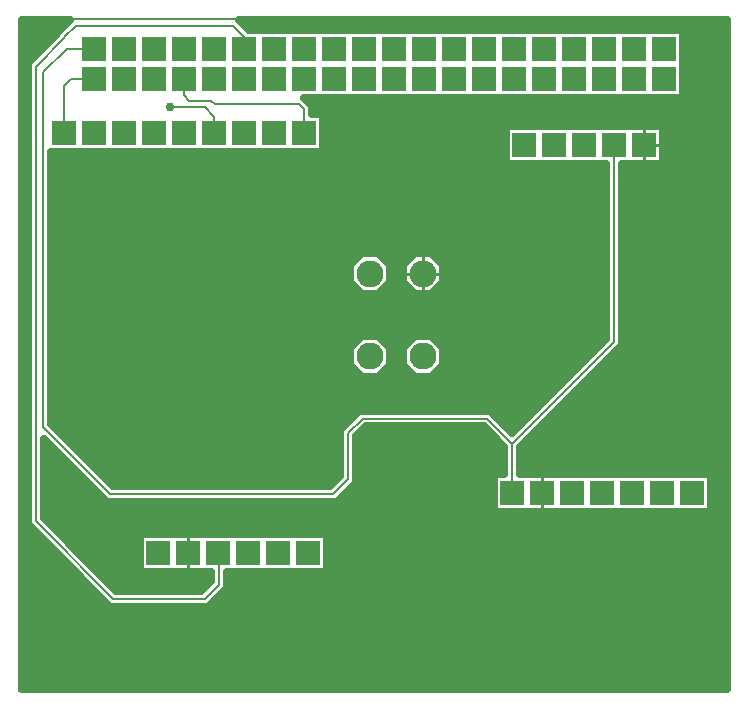
<source format=gbr>
G04 PROTEUS RS274X GERBER FILE*
%FSLAX24Y24*%
%MOIN*%
%ADD10C,0.0080*%
%ADD11C,0.0300*%
%ADD12C,0.0250*%
%ADD13C,0.0025*%
%ADD14C,0.0100*%
%ADD15R,0.0800X0.0800*%
%ADD16C,0.0900*%
G54D10*
X-28500Y+18700D02*
X-28500Y+20274D01*
X-28277Y+20497D01*
X-27560Y+20497D01*
X-27545Y+20513D01*
X-27500Y+20500D01*
X-20500Y+18700D02*
X-20500Y+19500D01*
X-20650Y+19650D01*
X-23472Y+19650D01*
X-23599Y+19777D01*
X-24322Y+19777D01*
X-24509Y+19963D01*
X-24509Y+20490D01*
X-24500Y+20500D01*
X-22500Y+21500D02*
X-22500Y+21908D01*
X-22855Y+22264D01*
X-28103Y+22264D01*
X-28488Y+21879D01*
X-28488Y+21861D01*
X-29445Y+20904D01*
X-29445Y+5757D01*
X-26858Y+3170D01*
X-23811Y+3170D01*
X-23342Y+3639D01*
X-23342Y+4692D01*
X-23350Y+4700D01*
X-13550Y+8331D02*
X-10150Y+11731D01*
X-10150Y+18300D01*
X-27500Y+21500D02*
X-28413Y+21500D01*
X-29198Y+20715D01*
X-29198Y+8892D01*
X-26965Y+6659D01*
X-19516Y+6659D01*
X-19023Y+7152D01*
X-19023Y+8694D01*
X-18541Y+9177D01*
X-14395Y+9177D01*
X-13550Y+8331D01*
X-13550Y+6700D01*
X-24950Y+19550D02*
X-23800Y+19550D01*
X-23482Y+19216D01*
X-23482Y+18690D01*
X-23541Y+18631D01*
X-23500Y+18700D01*
G54D11*
X-18400Y+19600D03*
X-24950Y+19550D03*
G54D12*
X-6400Y+150D02*
X-29900Y+150D01*
X-29900Y+22450D01*
X-28293Y+22450D01*
X-28753Y+21989D01*
X-28753Y+21971D01*
X-29710Y+21014D01*
X-29710Y+5647D01*
X-26968Y+2905D01*
X-23701Y+2905D01*
X-23077Y+3529D01*
X-23077Y+4075D01*
X-19725Y+4075D01*
X-19725Y+5324D01*
X-25974Y+5324D01*
X-25974Y+4075D01*
X-23607Y+4075D01*
X-23607Y+3748D01*
X-23921Y+3435D01*
X-26748Y+3435D01*
X-29180Y+5866D01*
X-29180Y+8499D01*
X-27074Y+6394D01*
X-19406Y+6394D01*
X-18758Y+7042D01*
X-18758Y+8585D01*
X-18431Y+8912D01*
X-14505Y+8912D01*
X-13814Y+8221D01*
X-13814Y+7324D01*
X-14174Y+7324D01*
X-14174Y+6075D01*
X-6925Y+6075D01*
X-6925Y+7324D01*
X-13285Y+7324D01*
X-13285Y+8221D01*
X-9885Y+11621D01*
X-9885Y+17675D01*
X-8525Y+17675D01*
X-8525Y+18924D01*
X-13774Y+18924D01*
X-13774Y+17675D01*
X-10414Y+17675D01*
X-10414Y+11841D01*
X-13550Y+8706D01*
X-14285Y+9442D01*
X-18651Y+9442D01*
X-19288Y+8804D01*
X-19288Y+7261D01*
X-19626Y+6924D01*
X-26855Y+6924D01*
X-28933Y+9002D01*
X-28933Y+18075D01*
X-19875Y+18075D01*
X-19875Y+19324D01*
X-20235Y+19324D01*
X-20235Y+19609D01*
X-20500Y+19875D01*
X-7875Y+19875D01*
X-7875Y+22124D01*
X-22341Y+22124D01*
X-22666Y+22450D01*
X-6400Y+22450D01*
X-6400Y+150D01*
X-15853Y+14285D02*
X-15853Y+13726D01*
X-16248Y+13330D01*
X-16807Y+13330D01*
X-17203Y+13726D01*
X-17203Y+14285D01*
X-16807Y+14680D01*
X-16248Y+14680D01*
X-15853Y+14285D01*
X-15853Y+11529D02*
X-15853Y+10970D01*
X-16248Y+10575D01*
X-16807Y+10575D01*
X-17203Y+10970D01*
X-17203Y+11529D01*
X-16807Y+11924D01*
X-16248Y+11924D01*
X-15853Y+11529D01*
X-17625Y+14285D02*
X-17625Y+13726D01*
X-18020Y+13330D01*
X-18579Y+13330D01*
X-18974Y+13726D01*
X-18974Y+14285D01*
X-18579Y+14680D01*
X-18020Y+14680D01*
X-17625Y+14285D01*
X-17625Y+11529D02*
X-17625Y+10970D01*
X-18020Y+10575D01*
X-18579Y+10575D01*
X-18974Y+10970D01*
X-18974Y+11529D01*
X-18579Y+11924D01*
X-18020Y+11924D01*
X-17625Y+11529D01*
X-18600Y+19517D02*
X-18600Y+19682D01*
X-18482Y+19800D01*
X-18317Y+19800D01*
X-18200Y+19682D01*
X-18200Y+19517D01*
X-18317Y+19400D01*
X-18482Y+19400D01*
X-18600Y+19517D01*
G54D13*
X-29900Y+150D02*
X-6400Y+150D01*
X-29900Y+170D02*
X-6400Y+170D01*
X-29900Y+190D02*
X-6400Y+190D01*
X-29900Y+210D02*
X-6400Y+210D01*
X-29900Y+230D02*
X-6400Y+230D01*
X-29900Y+250D02*
X-6400Y+250D01*
X-29900Y+270D02*
X-6400Y+270D01*
X-29900Y+290D02*
X-6400Y+290D01*
X-29900Y+310D02*
X-6400Y+310D01*
X-29900Y+330D02*
X-6400Y+330D01*
X-29900Y+350D02*
X-6400Y+350D01*
X-29900Y+370D02*
X-6400Y+370D01*
X-29900Y+390D02*
X-6400Y+390D01*
X-29900Y+410D02*
X-6400Y+410D01*
X-29900Y+430D02*
X-6400Y+430D01*
X-29900Y+450D02*
X-6400Y+450D01*
X-29900Y+470D02*
X-6400Y+470D01*
X-29900Y+490D02*
X-6400Y+490D01*
X-29900Y+510D02*
X-6400Y+510D01*
X-29900Y+530D02*
X-6400Y+530D01*
X-29900Y+550D02*
X-6400Y+550D01*
X-29900Y+570D02*
X-6400Y+570D01*
X-29900Y+590D02*
X-6400Y+590D01*
X-29900Y+610D02*
X-6400Y+610D01*
X-29900Y+630D02*
X-6400Y+630D01*
X-29900Y+650D02*
X-6400Y+650D01*
X-29900Y+670D02*
X-6400Y+670D01*
X-29900Y+690D02*
X-6400Y+690D01*
X-29900Y+710D02*
X-6400Y+710D01*
X-29900Y+730D02*
X-6400Y+730D01*
X-29900Y+750D02*
X-6400Y+750D01*
X-29900Y+770D02*
X-6400Y+770D01*
X-29900Y+790D02*
X-6400Y+790D01*
X-29900Y+810D02*
X-6400Y+810D01*
X-29900Y+830D02*
X-6400Y+830D01*
X-29900Y+850D02*
X-6400Y+850D01*
X-29900Y+870D02*
X-6400Y+870D01*
X-29900Y+890D02*
X-6400Y+890D01*
X-29900Y+910D02*
X-6400Y+910D01*
X-29900Y+930D02*
X-6400Y+930D01*
X-29900Y+950D02*
X-6400Y+950D01*
X-29900Y+970D02*
X-6400Y+970D01*
X-29900Y+990D02*
X-6400Y+990D01*
X-29900Y+1010D02*
X-6400Y+1010D01*
X-29900Y+1030D02*
X-6400Y+1030D01*
X-29900Y+1050D02*
X-6400Y+1050D01*
X-29900Y+1070D02*
X-6400Y+1070D01*
X-29900Y+1090D02*
X-6400Y+1090D01*
X-29900Y+1110D02*
X-6400Y+1110D01*
X-29900Y+1130D02*
X-6400Y+1130D01*
X-29900Y+1150D02*
X-6400Y+1150D01*
X-29900Y+1170D02*
X-6400Y+1170D01*
X-29900Y+1190D02*
X-6400Y+1190D01*
X-29900Y+1210D02*
X-6400Y+1210D01*
X-29900Y+1230D02*
X-6400Y+1230D01*
X-29900Y+1250D02*
X-6400Y+1250D01*
X-29900Y+1270D02*
X-6400Y+1270D01*
X-29900Y+1290D02*
X-6400Y+1290D01*
X-29900Y+1310D02*
X-6400Y+1310D01*
X-29900Y+1330D02*
X-6400Y+1330D01*
X-29900Y+1350D02*
X-6400Y+1350D01*
X-29900Y+1370D02*
X-6400Y+1370D01*
X-29900Y+1390D02*
X-6400Y+1390D01*
X-29900Y+1410D02*
X-6400Y+1410D01*
X-29900Y+1430D02*
X-6400Y+1430D01*
X-29900Y+1450D02*
X-6400Y+1450D01*
X-29900Y+1470D02*
X-6400Y+1470D01*
X-29900Y+1490D02*
X-6400Y+1490D01*
X-29900Y+1510D02*
X-6400Y+1510D01*
X-29900Y+1530D02*
X-6400Y+1530D01*
X-29900Y+1550D02*
X-6400Y+1550D01*
X-29900Y+1570D02*
X-6400Y+1570D01*
X-29900Y+1590D02*
X-6400Y+1590D01*
X-29900Y+1610D02*
X-6400Y+1610D01*
X-29900Y+1630D02*
X-6400Y+1630D01*
X-29900Y+1650D02*
X-6400Y+1650D01*
X-29900Y+1670D02*
X-6400Y+1670D01*
X-29900Y+1690D02*
X-6400Y+1690D01*
X-29900Y+1710D02*
X-6400Y+1710D01*
X-29900Y+1730D02*
X-6400Y+1730D01*
X-29900Y+1750D02*
X-6400Y+1750D01*
X-29900Y+1770D02*
X-6400Y+1770D01*
X-29900Y+1790D02*
X-6400Y+1790D01*
X-29900Y+1810D02*
X-6400Y+1810D01*
X-29900Y+1830D02*
X-6400Y+1830D01*
X-29900Y+1850D02*
X-6400Y+1850D01*
X-29900Y+1870D02*
X-6400Y+1870D01*
X-29900Y+1890D02*
X-6400Y+1890D01*
X-29900Y+1910D02*
X-6400Y+1910D01*
X-29900Y+1930D02*
X-6400Y+1930D01*
X-29900Y+1950D02*
X-6400Y+1950D01*
X-29900Y+1970D02*
X-6400Y+1970D01*
X-29900Y+1990D02*
X-6400Y+1990D01*
X-29900Y+2010D02*
X-6400Y+2010D01*
X-29900Y+2030D02*
X-6400Y+2030D01*
X-29900Y+2050D02*
X-6400Y+2050D01*
X-29900Y+2070D02*
X-6400Y+2070D01*
X-29900Y+2090D02*
X-6400Y+2090D01*
X-29900Y+2110D02*
X-6400Y+2110D01*
X-29900Y+2130D02*
X-6400Y+2130D01*
X-29900Y+2150D02*
X-6400Y+2150D01*
X-29900Y+2170D02*
X-6400Y+2170D01*
X-29900Y+2190D02*
X-6400Y+2190D01*
X-29900Y+2210D02*
X-6400Y+2210D01*
X-29900Y+2230D02*
X-6400Y+2230D01*
X-29900Y+2250D02*
X-6400Y+2250D01*
X-29900Y+2270D02*
X-6400Y+2270D01*
X-29900Y+2290D02*
X-6400Y+2290D01*
X-29900Y+2310D02*
X-6400Y+2310D01*
X-29900Y+2330D02*
X-6400Y+2330D01*
X-29900Y+2350D02*
X-6400Y+2350D01*
X-29900Y+2370D02*
X-6400Y+2370D01*
X-29900Y+2390D02*
X-6400Y+2390D01*
X-29900Y+2410D02*
X-6400Y+2410D01*
X-29900Y+2430D02*
X-6400Y+2430D01*
X-29900Y+2450D02*
X-6400Y+2450D01*
X-29900Y+2470D02*
X-6400Y+2470D01*
X-29900Y+2490D02*
X-6400Y+2490D01*
X-29900Y+2510D02*
X-6400Y+2510D01*
X-29900Y+2530D02*
X-6400Y+2530D01*
X-29900Y+2550D02*
X-6400Y+2550D01*
X-29900Y+2570D02*
X-6400Y+2570D01*
X-29900Y+2590D02*
X-6400Y+2590D01*
X-29900Y+2610D02*
X-6400Y+2610D01*
X-29900Y+2630D02*
X-6400Y+2630D01*
X-29900Y+2650D02*
X-6400Y+2650D01*
X-29900Y+2670D02*
X-6400Y+2670D01*
X-29900Y+2690D02*
X-6400Y+2690D01*
X-29900Y+2710D02*
X-6400Y+2710D01*
X-29900Y+2730D02*
X-6400Y+2730D01*
X-29900Y+2750D02*
X-6400Y+2750D01*
X-29900Y+2770D02*
X-6400Y+2770D01*
X-29900Y+2790D02*
X-6400Y+2790D01*
X-29900Y+2810D02*
X-6400Y+2810D01*
X-29900Y+2830D02*
X-6400Y+2830D01*
X-29900Y+2850D02*
X-6400Y+2850D01*
X-29900Y+2870D02*
X-6400Y+2870D01*
X-29900Y+2890D02*
X-6400Y+2890D01*
X-29900Y+2910D02*
X-26973Y+2910D01*
X-23696Y+2910D02*
X-6400Y+2910D01*
X-29900Y+2930D02*
X-26993Y+2930D01*
X-23676Y+2930D02*
X-6400Y+2930D01*
X-29900Y+2950D02*
X-27013Y+2950D01*
X-23656Y+2950D02*
X-6400Y+2950D01*
X-29900Y+2970D02*
X-27033Y+2970D01*
X-23636Y+2970D02*
X-6400Y+2970D01*
X-29900Y+2990D02*
X-27053Y+2990D01*
X-23616Y+2990D02*
X-6400Y+2990D01*
X-29900Y+3010D02*
X-27073Y+3010D01*
X-23596Y+3010D02*
X-6400Y+3010D01*
X-29900Y+3030D02*
X-27093Y+3030D01*
X-23576Y+3030D02*
X-6400Y+3030D01*
X-29900Y+3050D02*
X-27113Y+3050D01*
X-23556Y+3050D02*
X-6400Y+3050D01*
X-29900Y+3070D02*
X-27133Y+3070D01*
X-23536Y+3070D02*
X-6400Y+3070D01*
X-29900Y+3090D02*
X-27153Y+3090D01*
X-23516Y+3090D02*
X-6400Y+3090D01*
X-29900Y+3110D02*
X-27173Y+3110D01*
X-23496Y+3110D02*
X-6400Y+3110D01*
X-29900Y+3130D02*
X-27193Y+3130D01*
X-23476Y+3130D02*
X-6400Y+3130D01*
X-29900Y+3150D02*
X-27213Y+3150D01*
X-23456Y+3150D02*
X-6400Y+3150D01*
X-29900Y+3170D02*
X-27233Y+3170D01*
X-23436Y+3170D02*
X-6400Y+3170D01*
X-29900Y+3190D02*
X-27253Y+3190D01*
X-23416Y+3190D02*
X-6400Y+3190D01*
X-29900Y+3210D02*
X-27273Y+3210D01*
X-23396Y+3210D02*
X-6400Y+3210D01*
X-29900Y+3230D02*
X-27293Y+3230D01*
X-23376Y+3230D02*
X-6400Y+3230D01*
X-29900Y+3250D02*
X-27313Y+3250D01*
X-23356Y+3250D02*
X-6400Y+3250D01*
X-29900Y+3270D02*
X-27333Y+3270D01*
X-23336Y+3270D02*
X-6400Y+3270D01*
X-29900Y+3290D02*
X-27353Y+3290D01*
X-23316Y+3290D02*
X-6400Y+3290D01*
X-29900Y+3310D02*
X-27373Y+3310D01*
X-23296Y+3310D02*
X-6400Y+3310D01*
X-29900Y+3330D02*
X-27393Y+3330D01*
X-23276Y+3330D02*
X-6400Y+3330D01*
X-29900Y+3350D02*
X-27413Y+3350D01*
X-23256Y+3350D02*
X-6400Y+3350D01*
X-29900Y+3370D02*
X-27433Y+3370D01*
X-23236Y+3370D02*
X-6400Y+3370D01*
X-29900Y+3390D02*
X-27453Y+3390D01*
X-23216Y+3390D02*
X-6400Y+3390D01*
X-29900Y+3410D02*
X-27473Y+3410D01*
X-23196Y+3410D02*
X-6400Y+3410D01*
X-29900Y+3430D02*
X-27493Y+3430D01*
X-23176Y+3430D02*
X-6400Y+3430D01*
X-29900Y+3450D02*
X-27513Y+3450D01*
X-26763Y+3450D02*
X-23905Y+3450D01*
X-23156Y+3450D02*
X-6400Y+3450D01*
X-29900Y+3470D02*
X-27533Y+3470D01*
X-26783Y+3470D02*
X-23885Y+3470D01*
X-23136Y+3470D02*
X-6400Y+3470D01*
X-29900Y+3490D02*
X-27553Y+3490D01*
X-26803Y+3490D02*
X-23865Y+3490D01*
X-23116Y+3490D02*
X-6400Y+3490D01*
X-29900Y+3510D02*
X-27573Y+3510D01*
X-26823Y+3510D02*
X-23845Y+3510D01*
X-23096Y+3510D02*
X-6400Y+3510D01*
X-29900Y+3530D02*
X-27593Y+3530D01*
X-26843Y+3530D02*
X-23825Y+3530D01*
X-23077Y+3530D02*
X-6400Y+3530D01*
X-29900Y+3550D02*
X-27613Y+3550D01*
X-26863Y+3550D02*
X-23805Y+3550D01*
X-23077Y+3550D02*
X-6400Y+3550D01*
X-29900Y+3570D02*
X-27633Y+3570D01*
X-26883Y+3570D02*
X-23785Y+3570D01*
X-23077Y+3570D02*
X-6400Y+3570D01*
X-29900Y+3590D02*
X-27653Y+3590D01*
X-26903Y+3590D02*
X-23765Y+3590D01*
X-23077Y+3590D02*
X-6400Y+3590D01*
X-29900Y+3610D02*
X-27673Y+3610D01*
X-26923Y+3610D02*
X-23745Y+3610D01*
X-23077Y+3610D02*
X-6400Y+3610D01*
X-29900Y+3630D02*
X-27693Y+3630D01*
X-26943Y+3630D02*
X-23725Y+3630D01*
X-23077Y+3630D02*
X-6400Y+3630D01*
X-29900Y+3650D02*
X-27713Y+3650D01*
X-26963Y+3650D02*
X-23705Y+3650D01*
X-23077Y+3650D02*
X-6400Y+3650D01*
X-29900Y+3670D02*
X-27733Y+3670D01*
X-26983Y+3670D02*
X-23685Y+3670D01*
X-23077Y+3670D02*
X-6400Y+3670D01*
X-29900Y+3690D02*
X-27753Y+3690D01*
X-27003Y+3690D02*
X-23665Y+3690D01*
X-23077Y+3690D02*
X-6400Y+3690D01*
X-29900Y+3710D02*
X-27773Y+3710D01*
X-27023Y+3710D02*
X-23645Y+3710D01*
X-23077Y+3710D02*
X-6400Y+3710D01*
X-29900Y+3730D02*
X-27793Y+3730D01*
X-27043Y+3730D02*
X-23625Y+3730D01*
X-23077Y+3730D02*
X-6400Y+3730D01*
X-29900Y+3750D02*
X-27813Y+3750D01*
X-27063Y+3750D02*
X-23607Y+3750D01*
X-23077Y+3750D02*
X-6400Y+3750D01*
X-29900Y+3770D02*
X-27833Y+3770D01*
X-27083Y+3770D02*
X-23607Y+3770D01*
X-23077Y+3770D02*
X-6400Y+3770D01*
X-29900Y+3790D02*
X-27853Y+3790D01*
X-27103Y+3790D02*
X-23607Y+3790D01*
X-23077Y+3790D02*
X-6400Y+3790D01*
X-29900Y+3810D02*
X-27873Y+3810D01*
X-27123Y+3810D02*
X-23607Y+3810D01*
X-23077Y+3810D02*
X-6400Y+3810D01*
X-29900Y+3830D02*
X-27893Y+3830D01*
X-27143Y+3830D02*
X-23607Y+3830D01*
X-23077Y+3830D02*
X-6400Y+3830D01*
X-29900Y+3850D02*
X-27913Y+3850D01*
X-27163Y+3850D02*
X-23607Y+3850D01*
X-23077Y+3850D02*
X-6400Y+3850D01*
X-29900Y+3870D02*
X-27933Y+3870D01*
X-27183Y+3870D02*
X-23607Y+3870D01*
X-23077Y+3870D02*
X-6400Y+3870D01*
X-29900Y+3890D02*
X-27953Y+3890D01*
X-27203Y+3890D02*
X-23607Y+3890D01*
X-23077Y+3890D02*
X-6400Y+3890D01*
X-29900Y+3910D02*
X-27973Y+3910D01*
X-27223Y+3910D02*
X-23607Y+3910D01*
X-23077Y+3910D02*
X-6400Y+3910D01*
X-29900Y+3930D02*
X-27993Y+3930D01*
X-27243Y+3930D02*
X-23607Y+3930D01*
X-23077Y+3930D02*
X-6400Y+3930D01*
X-29900Y+3950D02*
X-28013Y+3950D01*
X-27263Y+3950D02*
X-23607Y+3950D01*
X-23077Y+3950D02*
X-6400Y+3950D01*
X-29900Y+3970D02*
X-28033Y+3970D01*
X-27283Y+3970D02*
X-23607Y+3970D01*
X-23077Y+3970D02*
X-6400Y+3970D01*
X-29900Y+3990D02*
X-28053Y+3990D01*
X-27303Y+3990D02*
X-23607Y+3990D01*
X-23077Y+3990D02*
X-6400Y+3990D01*
X-29900Y+4010D02*
X-28073Y+4010D01*
X-27323Y+4010D02*
X-23607Y+4010D01*
X-23077Y+4010D02*
X-6400Y+4010D01*
X-29900Y+4030D02*
X-28093Y+4030D01*
X-27343Y+4030D02*
X-23607Y+4030D01*
X-23077Y+4030D02*
X-6400Y+4030D01*
X-29900Y+4050D02*
X-28113Y+4050D01*
X-27363Y+4050D02*
X-23607Y+4050D01*
X-23077Y+4050D02*
X-6400Y+4050D01*
X-29900Y+4070D02*
X-28133Y+4070D01*
X-27383Y+4070D02*
X-23607Y+4070D01*
X-23077Y+4070D02*
X-6400Y+4070D01*
X-29900Y+4090D02*
X-28153Y+4090D01*
X-27403Y+4090D02*
X-25974Y+4090D01*
X-19725Y+4090D02*
X-6400Y+4090D01*
X-29900Y+4110D02*
X-28173Y+4110D01*
X-27423Y+4110D02*
X-25974Y+4110D01*
X-19725Y+4110D02*
X-6400Y+4110D01*
X-29900Y+4130D02*
X-28193Y+4130D01*
X-27443Y+4130D02*
X-25974Y+4130D01*
X-19725Y+4130D02*
X-6400Y+4130D01*
X-29900Y+4150D02*
X-28213Y+4150D01*
X-27463Y+4150D02*
X-25974Y+4150D01*
X-19725Y+4150D02*
X-6400Y+4150D01*
X-29900Y+4170D02*
X-28233Y+4170D01*
X-27483Y+4170D02*
X-25974Y+4170D01*
X-19725Y+4170D02*
X-6400Y+4170D01*
X-29900Y+4190D02*
X-28253Y+4190D01*
X-27503Y+4190D02*
X-25974Y+4190D01*
X-19725Y+4190D02*
X-6400Y+4190D01*
X-29900Y+4210D02*
X-28273Y+4210D01*
X-27523Y+4210D02*
X-25974Y+4210D01*
X-19725Y+4210D02*
X-6400Y+4210D01*
X-29900Y+4230D02*
X-28293Y+4230D01*
X-27543Y+4230D02*
X-25974Y+4230D01*
X-19725Y+4230D02*
X-6400Y+4230D01*
X-29900Y+4250D02*
X-28313Y+4250D01*
X-27563Y+4250D02*
X-25974Y+4250D01*
X-19725Y+4250D02*
X-6400Y+4250D01*
X-29900Y+4270D02*
X-28333Y+4270D01*
X-27583Y+4270D02*
X-25974Y+4270D01*
X-19725Y+4270D02*
X-6400Y+4270D01*
X-29900Y+4290D02*
X-28353Y+4290D01*
X-27603Y+4290D02*
X-25974Y+4290D01*
X-19725Y+4290D02*
X-6400Y+4290D01*
X-29900Y+4310D02*
X-28373Y+4310D01*
X-27623Y+4310D02*
X-25974Y+4310D01*
X-19725Y+4310D02*
X-6400Y+4310D01*
X-29900Y+4330D02*
X-28393Y+4330D01*
X-27643Y+4330D02*
X-25974Y+4330D01*
X-19725Y+4330D02*
X-6400Y+4330D01*
X-29900Y+4350D02*
X-28413Y+4350D01*
X-27663Y+4350D02*
X-25974Y+4350D01*
X-19725Y+4350D02*
X-6400Y+4350D01*
X-29900Y+4370D02*
X-28433Y+4370D01*
X-27683Y+4370D02*
X-25974Y+4370D01*
X-19725Y+4370D02*
X-6400Y+4370D01*
X-29900Y+4390D02*
X-28453Y+4390D01*
X-27703Y+4390D02*
X-25974Y+4390D01*
X-19725Y+4390D02*
X-6400Y+4390D01*
X-29900Y+4410D02*
X-28473Y+4410D01*
X-27723Y+4410D02*
X-25974Y+4410D01*
X-19725Y+4410D02*
X-6400Y+4410D01*
X-29900Y+4430D02*
X-28493Y+4430D01*
X-27743Y+4430D02*
X-25974Y+4430D01*
X-19725Y+4430D02*
X-6400Y+4430D01*
X-29900Y+4450D02*
X-28513Y+4450D01*
X-27763Y+4450D02*
X-25974Y+4450D01*
X-19725Y+4450D02*
X-6400Y+4450D01*
X-29900Y+4470D02*
X-28533Y+4470D01*
X-27783Y+4470D02*
X-25974Y+4470D01*
X-19725Y+4470D02*
X-6400Y+4470D01*
X-29900Y+4490D02*
X-28553Y+4490D01*
X-27803Y+4490D02*
X-25974Y+4490D01*
X-19725Y+4490D02*
X-6400Y+4490D01*
X-29900Y+4510D02*
X-28573Y+4510D01*
X-27823Y+4510D02*
X-25974Y+4510D01*
X-19725Y+4510D02*
X-6400Y+4510D01*
X-29900Y+4530D02*
X-28593Y+4530D01*
X-27843Y+4530D02*
X-25974Y+4530D01*
X-19725Y+4530D02*
X-6400Y+4530D01*
X-29900Y+4550D02*
X-28613Y+4550D01*
X-27863Y+4550D02*
X-25974Y+4550D01*
X-19725Y+4550D02*
X-6400Y+4550D01*
X-29900Y+4570D02*
X-28633Y+4570D01*
X-27883Y+4570D02*
X-25974Y+4570D01*
X-19725Y+4570D02*
X-6400Y+4570D01*
X-29900Y+4590D02*
X-28653Y+4590D01*
X-27903Y+4590D02*
X-25974Y+4590D01*
X-19725Y+4590D02*
X-6400Y+4590D01*
X-29900Y+4610D02*
X-28673Y+4610D01*
X-27923Y+4610D02*
X-25974Y+4610D01*
X-19725Y+4610D02*
X-6400Y+4610D01*
X-29900Y+4630D02*
X-28693Y+4630D01*
X-27943Y+4630D02*
X-25974Y+4630D01*
X-19725Y+4630D02*
X-6400Y+4630D01*
X-29900Y+4650D02*
X-28713Y+4650D01*
X-27963Y+4650D02*
X-25974Y+4650D01*
X-19725Y+4650D02*
X-6400Y+4650D01*
X-29900Y+4670D02*
X-28733Y+4670D01*
X-27983Y+4670D02*
X-25974Y+4670D01*
X-19725Y+4670D02*
X-6400Y+4670D01*
X-29900Y+4690D02*
X-28753Y+4690D01*
X-28003Y+4690D02*
X-25974Y+4690D01*
X-19725Y+4690D02*
X-6400Y+4690D01*
X-29900Y+4710D02*
X-28773Y+4710D01*
X-28023Y+4710D02*
X-25974Y+4710D01*
X-19725Y+4710D02*
X-6400Y+4710D01*
X-29900Y+4730D02*
X-28793Y+4730D01*
X-28043Y+4730D02*
X-25974Y+4730D01*
X-19725Y+4730D02*
X-6400Y+4730D01*
X-29900Y+4750D02*
X-28813Y+4750D01*
X-28063Y+4750D02*
X-25974Y+4750D01*
X-19725Y+4750D02*
X-6400Y+4750D01*
X-29900Y+4770D02*
X-28833Y+4770D01*
X-28083Y+4770D02*
X-25974Y+4770D01*
X-19725Y+4770D02*
X-6400Y+4770D01*
X-29900Y+4790D02*
X-28853Y+4790D01*
X-28103Y+4790D02*
X-25974Y+4790D01*
X-19725Y+4790D02*
X-6400Y+4790D01*
X-29900Y+4810D02*
X-28873Y+4810D01*
X-28123Y+4810D02*
X-25974Y+4810D01*
X-19725Y+4810D02*
X-6400Y+4810D01*
X-29900Y+4830D02*
X-28893Y+4830D01*
X-28143Y+4830D02*
X-25974Y+4830D01*
X-19725Y+4830D02*
X-6400Y+4830D01*
X-29900Y+4850D02*
X-28913Y+4850D01*
X-28163Y+4850D02*
X-25974Y+4850D01*
X-19725Y+4850D02*
X-6400Y+4850D01*
X-29900Y+4870D02*
X-28933Y+4870D01*
X-28183Y+4870D02*
X-25974Y+4870D01*
X-19725Y+4870D02*
X-6400Y+4870D01*
X-29900Y+4890D02*
X-28953Y+4890D01*
X-28203Y+4890D02*
X-25974Y+4890D01*
X-19725Y+4890D02*
X-6400Y+4890D01*
X-29900Y+4910D02*
X-28973Y+4910D01*
X-28223Y+4910D02*
X-25974Y+4910D01*
X-19725Y+4910D02*
X-6400Y+4910D01*
X-29900Y+4930D02*
X-28993Y+4930D01*
X-28243Y+4930D02*
X-25974Y+4930D01*
X-19725Y+4930D02*
X-6400Y+4930D01*
X-29900Y+4950D02*
X-29013Y+4950D01*
X-28263Y+4950D02*
X-25974Y+4950D01*
X-19725Y+4950D02*
X-6400Y+4950D01*
X-29900Y+4970D02*
X-29033Y+4970D01*
X-28283Y+4970D02*
X-25974Y+4970D01*
X-19725Y+4970D02*
X-6400Y+4970D01*
X-29900Y+4990D02*
X-29053Y+4990D01*
X-28303Y+4990D02*
X-25974Y+4990D01*
X-19725Y+4990D02*
X-6400Y+4990D01*
X-29900Y+5010D02*
X-29073Y+5010D01*
X-28323Y+5010D02*
X-25974Y+5010D01*
X-19725Y+5010D02*
X-6400Y+5010D01*
X-29900Y+5030D02*
X-29093Y+5030D01*
X-28343Y+5030D02*
X-25974Y+5030D01*
X-19725Y+5030D02*
X-6400Y+5030D01*
X-29900Y+5050D02*
X-29113Y+5050D01*
X-28363Y+5050D02*
X-25974Y+5050D01*
X-19725Y+5050D02*
X-6400Y+5050D01*
X-29900Y+5070D02*
X-29133Y+5070D01*
X-28383Y+5070D02*
X-25974Y+5070D01*
X-19725Y+5070D02*
X-6400Y+5070D01*
X-29900Y+5090D02*
X-29153Y+5090D01*
X-28403Y+5090D02*
X-25974Y+5090D01*
X-19725Y+5090D02*
X-6400Y+5090D01*
X-29900Y+5110D02*
X-29173Y+5110D01*
X-28423Y+5110D02*
X-25974Y+5110D01*
X-19725Y+5110D02*
X-6400Y+5110D01*
X-29900Y+5130D02*
X-29193Y+5130D01*
X-28443Y+5130D02*
X-25974Y+5130D01*
X-19725Y+5130D02*
X-6400Y+5130D01*
X-29900Y+5150D02*
X-29213Y+5150D01*
X-28463Y+5150D02*
X-25974Y+5150D01*
X-19725Y+5150D02*
X-6400Y+5150D01*
X-29900Y+5170D02*
X-29233Y+5170D01*
X-28483Y+5170D02*
X-25974Y+5170D01*
X-19725Y+5170D02*
X-6400Y+5170D01*
X-29900Y+5190D02*
X-29253Y+5190D01*
X-28503Y+5190D02*
X-25974Y+5190D01*
X-19725Y+5190D02*
X-6400Y+5190D01*
X-29900Y+5210D02*
X-29273Y+5210D01*
X-28523Y+5210D02*
X-25974Y+5210D01*
X-19725Y+5210D02*
X-6400Y+5210D01*
X-29900Y+5230D02*
X-29293Y+5230D01*
X-28543Y+5230D02*
X-25974Y+5230D01*
X-19725Y+5230D02*
X-6400Y+5230D01*
X-29900Y+5250D02*
X-29313Y+5250D01*
X-28563Y+5250D02*
X-25974Y+5250D01*
X-19725Y+5250D02*
X-6400Y+5250D01*
X-29900Y+5270D02*
X-29333Y+5270D01*
X-28583Y+5270D02*
X-25974Y+5270D01*
X-19725Y+5270D02*
X-6400Y+5270D01*
X-29900Y+5290D02*
X-29353Y+5290D01*
X-28603Y+5290D02*
X-25974Y+5290D01*
X-19725Y+5290D02*
X-6400Y+5290D01*
X-29900Y+5310D02*
X-29373Y+5310D01*
X-28623Y+5310D02*
X-25974Y+5310D01*
X-19725Y+5310D02*
X-6400Y+5310D01*
X-29900Y+5330D02*
X-29393Y+5330D01*
X-28643Y+5330D02*
X-6400Y+5330D01*
X-29900Y+5350D02*
X-29413Y+5350D01*
X-28663Y+5350D02*
X-6400Y+5350D01*
X-29900Y+5370D02*
X-29433Y+5370D01*
X-28683Y+5370D02*
X-6400Y+5370D01*
X-29900Y+5390D02*
X-29453Y+5390D01*
X-28703Y+5390D02*
X-6400Y+5390D01*
X-29900Y+5410D02*
X-29473Y+5410D01*
X-28723Y+5410D02*
X-6400Y+5410D01*
X-29900Y+5430D02*
X-29493Y+5430D01*
X-28743Y+5430D02*
X-6400Y+5430D01*
X-29900Y+5450D02*
X-29513Y+5450D01*
X-28763Y+5450D02*
X-6400Y+5450D01*
X-29900Y+5470D02*
X-29533Y+5470D01*
X-28783Y+5470D02*
X-6400Y+5470D01*
X-29900Y+5490D02*
X-29553Y+5490D01*
X-28803Y+5490D02*
X-6400Y+5490D01*
X-29900Y+5510D02*
X-29573Y+5510D01*
X-28823Y+5510D02*
X-6400Y+5510D01*
X-29900Y+5530D02*
X-29593Y+5530D01*
X-28843Y+5530D02*
X-6400Y+5530D01*
X-29900Y+5550D02*
X-29613Y+5550D01*
X-28863Y+5550D02*
X-6400Y+5550D01*
X-29900Y+5570D02*
X-29633Y+5570D01*
X-28883Y+5570D02*
X-6400Y+5570D01*
X-29900Y+5590D02*
X-29653Y+5590D01*
X-28903Y+5590D02*
X-6400Y+5590D01*
X-29900Y+5610D02*
X-29673Y+5610D01*
X-28923Y+5610D02*
X-6400Y+5610D01*
X-29900Y+5630D02*
X-29693Y+5630D01*
X-28943Y+5630D02*
X-6400Y+5630D01*
X-29900Y+5650D02*
X-29710Y+5650D01*
X-28963Y+5650D02*
X-6400Y+5650D01*
X-29900Y+5670D02*
X-29710Y+5670D01*
X-28983Y+5670D02*
X-6400Y+5670D01*
X-29900Y+5690D02*
X-29710Y+5690D01*
X-29003Y+5690D02*
X-6400Y+5690D01*
X-29900Y+5710D02*
X-29710Y+5710D01*
X-29023Y+5710D02*
X-6400Y+5710D01*
X-29900Y+5730D02*
X-29710Y+5730D01*
X-29043Y+5730D02*
X-6400Y+5730D01*
X-29900Y+5750D02*
X-29710Y+5750D01*
X-29063Y+5750D02*
X-6400Y+5750D01*
X-29900Y+5770D02*
X-29710Y+5770D01*
X-29083Y+5770D02*
X-6400Y+5770D01*
X-29900Y+5790D02*
X-29710Y+5790D01*
X-29103Y+5790D02*
X-6400Y+5790D01*
X-29900Y+5810D02*
X-29710Y+5810D01*
X-29123Y+5810D02*
X-6400Y+5810D01*
X-29900Y+5830D02*
X-29710Y+5830D01*
X-29143Y+5830D02*
X-6400Y+5830D01*
X-29900Y+5850D02*
X-29710Y+5850D01*
X-29163Y+5850D02*
X-6400Y+5850D01*
X-29900Y+5870D02*
X-29710Y+5870D01*
X-29180Y+5870D02*
X-6400Y+5870D01*
X-29900Y+5890D02*
X-29710Y+5890D01*
X-29180Y+5890D02*
X-6400Y+5890D01*
X-29900Y+5910D02*
X-29710Y+5910D01*
X-29180Y+5910D02*
X-6400Y+5910D01*
X-29900Y+5930D02*
X-29710Y+5930D01*
X-29180Y+5930D02*
X-6400Y+5930D01*
X-29900Y+5950D02*
X-29710Y+5950D01*
X-29180Y+5950D02*
X-6400Y+5950D01*
X-29900Y+5970D02*
X-29710Y+5970D01*
X-29180Y+5970D02*
X-6400Y+5970D01*
X-29900Y+5990D02*
X-29710Y+5990D01*
X-29180Y+5990D02*
X-6400Y+5990D01*
X-29900Y+6010D02*
X-29710Y+6010D01*
X-29180Y+6010D02*
X-6400Y+6010D01*
X-29900Y+6030D02*
X-29710Y+6030D01*
X-29180Y+6030D02*
X-6400Y+6030D01*
X-29900Y+6050D02*
X-29710Y+6050D01*
X-29180Y+6050D02*
X-6400Y+6050D01*
X-29900Y+6070D02*
X-29710Y+6070D01*
X-29180Y+6070D02*
X-6400Y+6070D01*
X-29900Y+6090D02*
X-29710Y+6090D01*
X-29180Y+6090D02*
X-14174Y+6090D01*
X-6925Y+6090D02*
X-6400Y+6090D01*
X-29900Y+6110D02*
X-29710Y+6110D01*
X-29180Y+6110D02*
X-14174Y+6110D01*
X-6925Y+6110D02*
X-6400Y+6110D01*
X-29900Y+6130D02*
X-29710Y+6130D01*
X-29180Y+6130D02*
X-14174Y+6130D01*
X-6925Y+6130D02*
X-6400Y+6130D01*
X-29900Y+6150D02*
X-29710Y+6150D01*
X-29180Y+6150D02*
X-14174Y+6150D01*
X-6925Y+6150D02*
X-6400Y+6150D01*
X-29900Y+6170D02*
X-29710Y+6170D01*
X-29180Y+6170D02*
X-14174Y+6170D01*
X-6925Y+6170D02*
X-6400Y+6170D01*
X-29900Y+6190D02*
X-29710Y+6190D01*
X-29180Y+6190D02*
X-14174Y+6190D01*
X-6925Y+6190D02*
X-6400Y+6190D01*
X-29900Y+6210D02*
X-29710Y+6210D01*
X-29180Y+6210D02*
X-14174Y+6210D01*
X-6925Y+6210D02*
X-6400Y+6210D01*
X-29900Y+6230D02*
X-29710Y+6230D01*
X-29180Y+6230D02*
X-14174Y+6230D01*
X-6925Y+6230D02*
X-6400Y+6230D01*
X-29900Y+6250D02*
X-29710Y+6250D01*
X-29180Y+6250D02*
X-14174Y+6250D01*
X-6925Y+6250D02*
X-6400Y+6250D01*
X-29900Y+6270D02*
X-29710Y+6270D01*
X-29180Y+6270D02*
X-14174Y+6270D01*
X-6925Y+6270D02*
X-6400Y+6270D01*
X-29900Y+6290D02*
X-29710Y+6290D01*
X-29180Y+6290D02*
X-14174Y+6290D01*
X-6925Y+6290D02*
X-6400Y+6290D01*
X-29900Y+6310D02*
X-29710Y+6310D01*
X-29180Y+6310D02*
X-14174Y+6310D01*
X-6925Y+6310D02*
X-6400Y+6310D01*
X-29900Y+6330D02*
X-29710Y+6330D01*
X-29180Y+6330D02*
X-14174Y+6330D01*
X-6925Y+6330D02*
X-6400Y+6330D01*
X-29900Y+6350D02*
X-29710Y+6350D01*
X-29180Y+6350D02*
X-14174Y+6350D01*
X-6925Y+6350D02*
X-6400Y+6350D01*
X-29900Y+6370D02*
X-29710Y+6370D01*
X-29180Y+6370D02*
X-14174Y+6370D01*
X-6925Y+6370D02*
X-6400Y+6370D01*
X-29900Y+6390D02*
X-29710Y+6390D01*
X-29180Y+6390D02*
X-14174Y+6390D01*
X-6925Y+6390D02*
X-6400Y+6390D01*
X-29900Y+6410D02*
X-29710Y+6410D01*
X-29180Y+6410D02*
X-27090Y+6410D01*
X-19390Y+6410D02*
X-14174Y+6410D01*
X-6925Y+6410D02*
X-6400Y+6410D01*
X-29900Y+6430D02*
X-29710Y+6430D01*
X-29180Y+6430D02*
X-27110Y+6430D01*
X-19370Y+6430D02*
X-14174Y+6430D01*
X-6925Y+6430D02*
X-6400Y+6430D01*
X-29900Y+6450D02*
X-29710Y+6450D01*
X-29180Y+6450D02*
X-27130Y+6450D01*
X-19350Y+6450D02*
X-14174Y+6450D01*
X-6925Y+6450D02*
X-6400Y+6450D01*
X-29900Y+6470D02*
X-29710Y+6470D01*
X-29180Y+6470D02*
X-27150Y+6470D01*
X-19330Y+6470D02*
X-14174Y+6470D01*
X-6925Y+6470D02*
X-6400Y+6470D01*
X-29900Y+6490D02*
X-29710Y+6490D01*
X-29180Y+6490D02*
X-27170Y+6490D01*
X-19310Y+6490D02*
X-14174Y+6490D01*
X-6925Y+6490D02*
X-6400Y+6490D01*
X-29900Y+6510D02*
X-29710Y+6510D01*
X-29180Y+6510D02*
X-27190Y+6510D01*
X-19290Y+6510D02*
X-14174Y+6510D01*
X-6925Y+6510D02*
X-6400Y+6510D01*
X-29900Y+6530D02*
X-29710Y+6530D01*
X-29180Y+6530D02*
X-27210Y+6530D01*
X-19270Y+6530D02*
X-14174Y+6530D01*
X-6925Y+6530D02*
X-6400Y+6530D01*
X-29900Y+6550D02*
X-29710Y+6550D01*
X-29180Y+6550D02*
X-27230Y+6550D01*
X-19250Y+6550D02*
X-14174Y+6550D01*
X-6925Y+6550D02*
X-6400Y+6550D01*
X-29900Y+6570D02*
X-29710Y+6570D01*
X-29180Y+6570D02*
X-27250Y+6570D01*
X-19230Y+6570D02*
X-14174Y+6570D01*
X-6925Y+6570D02*
X-6400Y+6570D01*
X-29900Y+6590D02*
X-29710Y+6590D01*
X-29180Y+6590D02*
X-27270Y+6590D01*
X-19210Y+6590D02*
X-14174Y+6590D01*
X-6925Y+6590D02*
X-6400Y+6590D01*
X-29900Y+6610D02*
X-29710Y+6610D01*
X-29180Y+6610D02*
X-27290Y+6610D01*
X-19190Y+6610D02*
X-14174Y+6610D01*
X-6925Y+6610D02*
X-6400Y+6610D01*
X-29900Y+6630D02*
X-29710Y+6630D01*
X-29180Y+6630D02*
X-27310Y+6630D01*
X-19170Y+6630D02*
X-14174Y+6630D01*
X-6925Y+6630D02*
X-6400Y+6630D01*
X-29900Y+6650D02*
X-29710Y+6650D01*
X-29180Y+6650D02*
X-27330Y+6650D01*
X-19150Y+6650D02*
X-14174Y+6650D01*
X-6925Y+6650D02*
X-6400Y+6650D01*
X-29900Y+6670D02*
X-29710Y+6670D01*
X-29180Y+6670D02*
X-27350Y+6670D01*
X-19130Y+6670D02*
X-14174Y+6670D01*
X-6925Y+6670D02*
X-6400Y+6670D01*
X-29900Y+6690D02*
X-29710Y+6690D01*
X-29180Y+6690D02*
X-27370Y+6690D01*
X-19110Y+6690D02*
X-14174Y+6690D01*
X-6925Y+6690D02*
X-6400Y+6690D01*
X-29900Y+6710D02*
X-29710Y+6710D01*
X-29180Y+6710D02*
X-27390Y+6710D01*
X-19090Y+6710D02*
X-14174Y+6710D01*
X-6925Y+6710D02*
X-6400Y+6710D01*
X-29900Y+6730D02*
X-29710Y+6730D01*
X-29180Y+6730D02*
X-27410Y+6730D01*
X-19070Y+6730D02*
X-14174Y+6730D01*
X-6925Y+6730D02*
X-6400Y+6730D01*
X-29900Y+6750D02*
X-29710Y+6750D01*
X-29180Y+6750D02*
X-27430Y+6750D01*
X-19050Y+6750D02*
X-14174Y+6750D01*
X-6925Y+6750D02*
X-6400Y+6750D01*
X-29900Y+6770D02*
X-29710Y+6770D01*
X-29180Y+6770D02*
X-27450Y+6770D01*
X-19030Y+6770D02*
X-14174Y+6770D01*
X-6925Y+6770D02*
X-6400Y+6770D01*
X-29900Y+6790D02*
X-29710Y+6790D01*
X-29180Y+6790D02*
X-27470Y+6790D01*
X-19010Y+6790D02*
X-14174Y+6790D01*
X-6925Y+6790D02*
X-6400Y+6790D01*
X-29900Y+6810D02*
X-29710Y+6810D01*
X-29180Y+6810D02*
X-27490Y+6810D01*
X-18990Y+6810D02*
X-14174Y+6810D01*
X-6925Y+6810D02*
X-6400Y+6810D01*
X-29900Y+6830D02*
X-29710Y+6830D01*
X-29180Y+6830D02*
X-27510Y+6830D01*
X-18970Y+6830D02*
X-14174Y+6830D01*
X-6925Y+6830D02*
X-6400Y+6830D01*
X-29900Y+6850D02*
X-29710Y+6850D01*
X-29180Y+6850D02*
X-27530Y+6850D01*
X-18950Y+6850D02*
X-14174Y+6850D01*
X-6925Y+6850D02*
X-6400Y+6850D01*
X-29900Y+6870D02*
X-29710Y+6870D01*
X-29180Y+6870D02*
X-27550Y+6870D01*
X-18930Y+6870D02*
X-14174Y+6870D01*
X-6925Y+6870D02*
X-6400Y+6870D01*
X-29900Y+6890D02*
X-29710Y+6890D01*
X-29180Y+6890D02*
X-27570Y+6890D01*
X-18910Y+6890D02*
X-14174Y+6890D01*
X-6925Y+6890D02*
X-6400Y+6890D01*
X-29900Y+6910D02*
X-29710Y+6910D01*
X-29180Y+6910D02*
X-27590Y+6910D01*
X-18890Y+6910D02*
X-14174Y+6910D01*
X-6925Y+6910D02*
X-6400Y+6910D01*
X-29900Y+6930D02*
X-29710Y+6930D01*
X-29180Y+6930D02*
X-27610Y+6930D01*
X-26861Y+6930D02*
X-19619Y+6930D01*
X-18870Y+6930D02*
X-14174Y+6930D01*
X-6925Y+6930D02*
X-6400Y+6930D01*
X-29900Y+6950D02*
X-29710Y+6950D01*
X-29180Y+6950D02*
X-27630Y+6950D01*
X-26881Y+6950D02*
X-19599Y+6950D01*
X-18850Y+6950D02*
X-14174Y+6950D01*
X-6925Y+6950D02*
X-6400Y+6950D01*
X-29900Y+6970D02*
X-29710Y+6970D01*
X-29180Y+6970D02*
X-27650Y+6970D01*
X-26901Y+6970D02*
X-19579Y+6970D01*
X-18830Y+6970D02*
X-14174Y+6970D01*
X-6925Y+6970D02*
X-6400Y+6970D01*
X-29900Y+6990D02*
X-29710Y+6990D01*
X-29180Y+6990D02*
X-27670Y+6990D01*
X-26921Y+6990D02*
X-19559Y+6990D01*
X-18810Y+6990D02*
X-14174Y+6990D01*
X-6925Y+6990D02*
X-6400Y+6990D01*
X-29900Y+7010D02*
X-29710Y+7010D01*
X-29180Y+7010D02*
X-27690Y+7010D01*
X-26941Y+7010D02*
X-19539Y+7010D01*
X-18790Y+7010D02*
X-14174Y+7010D01*
X-6925Y+7010D02*
X-6400Y+7010D01*
X-29900Y+7030D02*
X-29710Y+7030D01*
X-29180Y+7030D02*
X-27710Y+7030D01*
X-26961Y+7030D02*
X-19519Y+7030D01*
X-18770Y+7030D02*
X-14174Y+7030D01*
X-6925Y+7030D02*
X-6400Y+7030D01*
X-29900Y+7050D02*
X-29710Y+7050D01*
X-29180Y+7050D02*
X-27730Y+7050D01*
X-26981Y+7050D02*
X-19499Y+7050D01*
X-18758Y+7050D02*
X-14174Y+7050D01*
X-6925Y+7050D02*
X-6400Y+7050D01*
X-29900Y+7070D02*
X-29710Y+7070D01*
X-29180Y+7070D02*
X-27750Y+7070D01*
X-27001Y+7070D02*
X-19479Y+7070D01*
X-18758Y+7070D02*
X-14174Y+7070D01*
X-6925Y+7070D02*
X-6400Y+7070D01*
X-29900Y+7090D02*
X-29710Y+7090D01*
X-29180Y+7090D02*
X-27770Y+7090D01*
X-27021Y+7090D02*
X-19459Y+7090D01*
X-18758Y+7090D02*
X-14174Y+7090D01*
X-6925Y+7090D02*
X-6400Y+7090D01*
X-29900Y+7110D02*
X-29710Y+7110D01*
X-29180Y+7110D02*
X-27790Y+7110D01*
X-27041Y+7110D02*
X-19439Y+7110D01*
X-18758Y+7110D02*
X-14174Y+7110D01*
X-6925Y+7110D02*
X-6400Y+7110D01*
X-29900Y+7130D02*
X-29710Y+7130D01*
X-29180Y+7130D02*
X-27810Y+7130D01*
X-27061Y+7130D02*
X-19419Y+7130D01*
X-18758Y+7130D02*
X-14174Y+7130D01*
X-6925Y+7130D02*
X-6400Y+7130D01*
X-29900Y+7150D02*
X-29710Y+7150D01*
X-29180Y+7150D02*
X-27830Y+7150D01*
X-27081Y+7150D02*
X-19399Y+7150D01*
X-18758Y+7150D02*
X-14174Y+7150D01*
X-6925Y+7150D02*
X-6400Y+7150D01*
X-29900Y+7170D02*
X-29710Y+7170D01*
X-29180Y+7170D02*
X-27850Y+7170D01*
X-27101Y+7170D02*
X-19379Y+7170D01*
X-18758Y+7170D02*
X-14174Y+7170D01*
X-6925Y+7170D02*
X-6400Y+7170D01*
X-29900Y+7190D02*
X-29710Y+7190D01*
X-29180Y+7190D02*
X-27870Y+7190D01*
X-27121Y+7190D02*
X-19359Y+7190D01*
X-18758Y+7190D02*
X-14174Y+7190D01*
X-6925Y+7190D02*
X-6400Y+7190D01*
X-29900Y+7210D02*
X-29710Y+7210D01*
X-29180Y+7210D02*
X-27890Y+7210D01*
X-27141Y+7210D02*
X-19339Y+7210D01*
X-18758Y+7210D02*
X-14174Y+7210D01*
X-6925Y+7210D02*
X-6400Y+7210D01*
X-29900Y+7230D02*
X-29710Y+7230D01*
X-29180Y+7230D02*
X-27910Y+7230D01*
X-27161Y+7230D02*
X-19319Y+7230D01*
X-18758Y+7230D02*
X-14174Y+7230D01*
X-6925Y+7230D02*
X-6400Y+7230D01*
X-29900Y+7250D02*
X-29710Y+7250D01*
X-29180Y+7250D02*
X-27930Y+7250D01*
X-27181Y+7250D02*
X-19299Y+7250D01*
X-18758Y+7250D02*
X-14174Y+7250D01*
X-6925Y+7250D02*
X-6400Y+7250D01*
X-29900Y+7270D02*
X-29710Y+7270D01*
X-29180Y+7270D02*
X-27950Y+7270D01*
X-27201Y+7270D02*
X-19288Y+7270D01*
X-18758Y+7270D02*
X-14174Y+7270D01*
X-6925Y+7270D02*
X-6400Y+7270D01*
X-29900Y+7290D02*
X-29710Y+7290D01*
X-29180Y+7290D02*
X-27970Y+7290D01*
X-27221Y+7290D02*
X-19288Y+7290D01*
X-18758Y+7290D02*
X-14174Y+7290D01*
X-6925Y+7290D02*
X-6400Y+7290D01*
X-29900Y+7310D02*
X-29710Y+7310D01*
X-29180Y+7310D02*
X-27990Y+7310D01*
X-27241Y+7310D02*
X-19288Y+7310D01*
X-18758Y+7310D02*
X-14174Y+7310D01*
X-6925Y+7310D02*
X-6400Y+7310D01*
X-29900Y+7330D02*
X-29710Y+7330D01*
X-29180Y+7330D02*
X-28010Y+7330D01*
X-27261Y+7330D02*
X-19288Y+7330D01*
X-18758Y+7330D02*
X-13814Y+7330D01*
X-13285Y+7330D02*
X-6400Y+7330D01*
X-29900Y+7350D02*
X-29710Y+7350D01*
X-29180Y+7350D02*
X-28030Y+7350D01*
X-27281Y+7350D02*
X-19288Y+7350D01*
X-18758Y+7350D02*
X-13814Y+7350D01*
X-13285Y+7350D02*
X-6400Y+7350D01*
X-29900Y+7370D02*
X-29710Y+7370D01*
X-29180Y+7370D02*
X-28050Y+7370D01*
X-27301Y+7370D02*
X-19288Y+7370D01*
X-18758Y+7370D02*
X-13814Y+7370D01*
X-13285Y+7370D02*
X-6400Y+7370D01*
X-29900Y+7390D02*
X-29710Y+7390D01*
X-29180Y+7390D02*
X-28070Y+7390D01*
X-27321Y+7390D02*
X-19288Y+7390D01*
X-18758Y+7390D02*
X-13814Y+7390D01*
X-13285Y+7390D02*
X-6400Y+7390D01*
X-29900Y+7410D02*
X-29710Y+7410D01*
X-29180Y+7410D02*
X-28090Y+7410D01*
X-27341Y+7410D02*
X-19288Y+7410D01*
X-18758Y+7410D02*
X-13814Y+7410D01*
X-13285Y+7410D02*
X-6400Y+7410D01*
X-29900Y+7430D02*
X-29710Y+7430D01*
X-29180Y+7430D02*
X-28110Y+7430D01*
X-27361Y+7430D02*
X-19288Y+7430D01*
X-18758Y+7430D02*
X-13814Y+7430D01*
X-13285Y+7430D02*
X-6400Y+7430D01*
X-29900Y+7450D02*
X-29710Y+7450D01*
X-29180Y+7450D02*
X-28130Y+7450D01*
X-27381Y+7450D02*
X-19288Y+7450D01*
X-18758Y+7450D02*
X-13814Y+7450D01*
X-13285Y+7450D02*
X-6400Y+7450D01*
X-29900Y+7470D02*
X-29710Y+7470D01*
X-29180Y+7470D02*
X-28150Y+7470D01*
X-27401Y+7470D02*
X-19288Y+7470D01*
X-18758Y+7470D02*
X-13814Y+7470D01*
X-13285Y+7470D02*
X-6400Y+7470D01*
X-29900Y+7490D02*
X-29710Y+7490D01*
X-29180Y+7490D02*
X-28170Y+7490D01*
X-27421Y+7490D02*
X-19288Y+7490D01*
X-18758Y+7490D02*
X-13814Y+7490D01*
X-13285Y+7490D02*
X-6400Y+7490D01*
X-29900Y+7510D02*
X-29710Y+7510D01*
X-29180Y+7510D02*
X-28190Y+7510D01*
X-27441Y+7510D02*
X-19288Y+7510D01*
X-18758Y+7510D02*
X-13814Y+7510D01*
X-13285Y+7510D02*
X-6400Y+7510D01*
X-29900Y+7530D02*
X-29710Y+7530D01*
X-29180Y+7530D02*
X-28210Y+7530D01*
X-27461Y+7530D02*
X-19288Y+7530D01*
X-18758Y+7530D02*
X-13814Y+7530D01*
X-13285Y+7530D02*
X-6400Y+7530D01*
X-29900Y+7550D02*
X-29710Y+7550D01*
X-29180Y+7550D02*
X-28230Y+7550D01*
X-27481Y+7550D02*
X-19288Y+7550D01*
X-18758Y+7550D02*
X-13814Y+7550D01*
X-13285Y+7550D02*
X-6400Y+7550D01*
X-29900Y+7570D02*
X-29710Y+7570D01*
X-29180Y+7570D02*
X-28250Y+7570D01*
X-27501Y+7570D02*
X-19288Y+7570D01*
X-18758Y+7570D02*
X-13814Y+7570D01*
X-13285Y+7570D02*
X-6400Y+7570D01*
X-29900Y+7590D02*
X-29710Y+7590D01*
X-29180Y+7590D02*
X-28270Y+7590D01*
X-27521Y+7590D02*
X-19288Y+7590D01*
X-18758Y+7590D02*
X-13814Y+7590D01*
X-13285Y+7590D02*
X-6400Y+7590D01*
X-29900Y+7610D02*
X-29710Y+7610D01*
X-29180Y+7610D02*
X-28290Y+7610D01*
X-27541Y+7610D02*
X-19288Y+7610D01*
X-18758Y+7610D02*
X-13814Y+7610D01*
X-13285Y+7610D02*
X-6400Y+7610D01*
X-29900Y+7630D02*
X-29710Y+7630D01*
X-29180Y+7630D02*
X-28310Y+7630D01*
X-27561Y+7630D02*
X-19288Y+7630D01*
X-18758Y+7630D02*
X-13814Y+7630D01*
X-13285Y+7630D02*
X-6400Y+7630D01*
X-29900Y+7650D02*
X-29710Y+7650D01*
X-29180Y+7650D02*
X-28330Y+7650D01*
X-27581Y+7650D02*
X-19288Y+7650D01*
X-18758Y+7650D02*
X-13814Y+7650D01*
X-13285Y+7650D02*
X-6400Y+7650D01*
X-29900Y+7670D02*
X-29710Y+7670D01*
X-29180Y+7670D02*
X-28350Y+7670D01*
X-27601Y+7670D02*
X-19288Y+7670D01*
X-18758Y+7670D02*
X-13814Y+7670D01*
X-13285Y+7670D02*
X-6400Y+7670D01*
X-29900Y+7690D02*
X-29710Y+7690D01*
X-29180Y+7690D02*
X-28370Y+7690D01*
X-27621Y+7690D02*
X-19288Y+7690D01*
X-18758Y+7690D02*
X-13814Y+7690D01*
X-13285Y+7690D02*
X-6400Y+7690D01*
X-29900Y+7710D02*
X-29710Y+7710D01*
X-29180Y+7710D02*
X-28390Y+7710D01*
X-27641Y+7710D02*
X-19288Y+7710D01*
X-18758Y+7710D02*
X-13814Y+7710D01*
X-13285Y+7710D02*
X-6400Y+7710D01*
X-29900Y+7730D02*
X-29710Y+7730D01*
X-29180Y+7730D02*
X-28410Y+7730D01*
X-27661Y+7730D02*
X-19288Y+7730D01*
X-18758Y+7730D02*
X-13814Y+7730D01*
X-13285Y+7730D02*
X-6400Y+7730D01*
X-29900Y+7750D02*
X-29710Y+7750D01*
X-29180Y+7750D02*
X-28430Y+7750D01*
X-27681Y+7750D02*
X-19288Y+7750D01*
X-18758Y+7750D02*
X-13814Y+7750D01*
X-13285Y+7750D02*
X-6400Y+7750D01*
X-29900Y+7770D02*
X-29710Y+7770D01*
X-29180Y+7770D02*
X-28450Y+7770D01*
X-27701Y+7770D02*
X-19288Y+7770D01*
X-18758Y+7770D02*
X-13814Y+7770D01*
X-13285Y+7770D02*
X-6400Y+7770D01*
X-29900Y+7790D02*
X-29710Y+7790D01*
X-29180Y+7790D02*
X-28470Y+7790D01*
X-27721Y+7790D02*
X-19288Y+7790D01*
X-18758Y+7790D02*
X-13814Y+7790D01*
X-13285Y+7790D02*
X-6400Y+7790D01*
X-29900Y+7810D02*
X-29710Y+7810D01*
X-29180Y+7810D02*
X-28490Y+7810D01*
X-27741Y+7810D02*
X-19288Y+7810D01*
X-18758Y+7810D02*
X-13814Y+7810D01*
X-13285Y+7810D02*
X-6400Y+7810D01*
X-29900Y+7830D02*
X-29710Y+7830D01*
X-29180Y+7830D02*
X-28510Y+7830D01*
X-27761Y+7830D02*
X-19288Y+7830D01*
X-18758Y+7830D02*
X-13814Y+7830D01*
X-13285Y+7830D02*
X-6400Y+7830D01*
X-29900Y+7850D02*
X-29710Y+7850D01*
X-29180Y+7850D02*
X-28530Y+7850D01*
X-27781Y+7850D02*
X-19288Y+7850D01*
X-18758Y+7850D02*
X-13814Y+7850D01*
X-13285Y+7850D02*
X-6400Y+7850D01*
X-29900Y+7870D02*
X-29710Y+7870D01*
X-29180Y+7870D02*
X-28550Y+7870D01*
X-27801Y+7870D02*
X-19288Y+7870D01*
X-18758Y+7870D02*
X-13814Y+7870D01*
X-13285Y+7870D02*
X-6400Y+7870D01*
X-29900Y+7890D02*
X-29710Y+7890D01*
X-29180Y+7890D02*
X-28570Y+7890D01*
X-27821Y+7890D02*
X-19288Y+7890D01*
X-18758Y+7890D02*
X-13814Y+7890D01*
X-13285Y+7890D02*
X-6400Y+7890D01*
X-29900Y+7910D02*
X-29710Y+7910D01*
X-29180Y+7910D02*
X-28590Y+7910D01*
X-27841Y+7910D02*
X-19288Y+7910D01*
X-18758Y+7910D02*
X-13814Y+7910D01*
X-13285Y+7910D02*
X-6400Y+7910D01*
X-29900Y+7930D02*
X-29710Y+7930D01*
X-29180Y+7930D02*
X-28610Y+7930D01*
X-27861Y+7930D02*
X-19288Y+7930D01*
X-18758Y+7930D02*
X-13814Y+7930D01*
X-13285Y+7930D02*
X-6400Y+7930D01*
X-29900Y+7950D02*
X-29710Y+7950D01*
X-29180Y+7950D02*
X-28630Y+7950D01*
X-27881Y+7950D02*
X-19288Y+7950D01*
X-18758Y+7950D02*
X-13814Y+7950D01*
X-13285Y+7950D02*
X-6400Y+7950D01*
X-29900Y+7970D02*
X-29710Y+7970D01*
X-29180Y+7970D02*
X-28650Y+7970D01*
X-27901Y+7970D02*
X-19288Y+7970D01*
X-18758Y+7970D02*
X-13814Y+7970D01*
X-13285Y+7970D02*
X-6400Y+7970D01*
X-29900Y+7990D02*
X-29710Y+7990D01*
X-29180Y+7990D02*
X-28670Y+7990D01*
X-27921Y+7990D02*
X-19288Y+7990D01*
X-18758Y+7990D02*
X-13814Y+7990D01*
X-13285Y+7990D02*
X-6400Y+7990D01*
X-29900Y+8010D02*
X-29710Y+8010D01*
X-29180Y+8010D02*
X-28690Y+8010D01*
X-27941Y+8010D02*
X-19288Y+8010D01*
X-18758Y+8010D02*
X-13814Y+8010D01*
X-13285Y+8010D02*
X-6400Y+8010D01*
X-29900Y+8030D02*
X-29710Y+8030D01*
X-29180Y+8030D02*
X-28710Y+8030D01*
X-27961Y+8030D02*
X-19288Y+8030D01*
X-18758Y+8030D02*
X-13814Y+8030D01*
X-13285Y+8030D02*
X-6400Y+8030D01*
X-29900Y+8050D02*
X-29710Y+8050D01*
X-29180Y+8050D02*
X-28730Y+8050D01*
X-27981Y+8050D02*
X-19288Y+8050D01*
X-18758Y+8050D02*
X-13814Y+8050D01*
X-13285Y+8050D02*
X-6400Y+8050D01*
X-29900Y+8070D02*
X-29710Y+8070D01*
X-29180Y+8070D02*
X-28750Y+8070D01*
X-28001Y+8070D02*
X-19288Y+8070D01*
X-18758Y+8070D02*
X-13814Y+8070D01*
X-13285Y+8070D02*
X-6400Y+8070D01*
X-29900Y+8090D02*
X-29710Y+8090D01*
X-29180Y+8090D02*
X-28770Y+8090D01*
X-28021Y+8090D02*
X-19288Y+8090D01*
X-18758Y+8090D02*
X-13814Y+8090D01*
X-13285Y+8090D02*
X-6400Y+8090D01*
X-29900Y+8110D02*
X-29710Y+8110D01*
X-29180Y+8110D02*
X-28790Y+8110D01*
X-28041Y+8110D02*
X-19288Y+8110D01*
X-18758Y+8110D02*
X-13814Y+8110D01*
X-13285Y+8110D02*
X-6400Y+8110D01*
X-29900Y+8130D02*
X-29710Y+8130D01*
X-29180Y+8130D02*
X-28810Y+8130D01*
X-28061Y+8130D02*
X-19288Y+8130D01*
X-18758Y+8130D02*
X-13814Y+8130D01*
X-13285Y+8130D02*
X-6400Y+8130D01*
X-29900Y+8150D02*
X-29710Y+8150D01*
X-29180Y+8150D02*
X-28830Y+8150D01*
X-28081Y+8150D02*
X-19288Y+8150D01*
X-18758Y+8150D02*
X-13814Y+8150D01*
X-13285Y+8150D02*
X-6400Y+8150D01*
X-29900Y+8170D02*
X-29710Y+8170D01*
X-29180Y+8170D02*
X-28850Y+8170D01*
X-28101Y+8170D02*
X-19288Y+8170D01*
X-18758Y+8170D02*
X-13814Y+8170D01*
X-13285Y+8170D02*
X-6400Y+8170D01*
X-29900Y+8190D02*
X-29710Y+8190D01*
X-29180Y+8190D02*
X-28870Y+8190D01*
X-28121Y+8190D02*
X-19288Y+8190D01*
X-18758Y+8190D02*
X-13814Y+8190D01*
X-13285Y+8190D02*
X-6400Y+8190D01*
X-29900Y+8210D02*
X-29710Y+8210D01*
X-29180Y+8210D02*
X-28890Y+8210D01*
X-28141Y+8210D02*
X-19288Y+8210D01*
X-18758Y+8210D02*
X-13814Y+8210D01*
X-13285Y+8210D02*
X-6400Y+8210D01*
X-29900Y+8230D02*
X-29710Y+8230D01*
X-29180Y+8230D02*
X-28910Y+8230D01*
X-28161Y+8230D02*
X-19288Y+8230D01*
X-18758Y+8230D02*
X-13823Y+8230D01*
X-13276Y+8230D02*
X-6400Y+8230D01*
X-29900Y+8250D02*
X-29710Y+8250D01*
X-29180Y+8250D02*
X-28930Y+8250D01*
X-28181Y+8250D02*
X-19288Y+8250D01*
X-18758Y+8250D02*
X-13843Y+8250D01*
X-13256Y+8250D02*
X-6400Y+8250D01*
X-29900Y+8270D02*
X-29710Y+8270D01*
X-29180Y+8270D02*
X-28950Y+8270D01*
X-28201Y+8270D02*
X-19288Y+8270D01*
X-18758Y+8270D02*
X-13863Y+8270D01*
X-13236Y+8270D02*
X-6400Y+8270D01*
X-29900Y+8290D02*
X-29710Y+8290D01*
X-29180Y+8290D02*
X-28970Y+8290D01*
X-28221Y+8290D02*
X-19288Y+8290D01*
X-18758Y+8290D02*
X-13883Y+8290D01*
X-13216Y+8290D02*
X-6400Y+8290D01*
X-29900Y+8310D02*
X-29710Y+8310D01*
X-29180Y+8310D02*
X-28990Y+8310D01*
X-28241Y+8310D02*
X-19288Y+8310D01*
X-18758Y+8310D02*
X-13903Y+8310D01*
X-13196Y+8310D02*
X-6400Y+8310D01*
X-29900Y+8330D02*
X-29710Y+8330D01*
X-29180Y+8330D02*
X-29010Y+8330D01*
X-28261Y+8330D02*
X-19288Y+8330D01*
X-18758Y+8330D02*
X-13923Y+8330D01*
X-13176Y+8330D02*
X-6400Y+8330D01*
X-29900Y+8350D02*
X-29710Y+8350D01*
X-29180Y+8350D02*
X-29030Y+8350D01*
X-28281Y+8350D02*
X-19288Y+8350D01*
X-18758Y+8350D02*
X-13943Y+8350D01*
X-13156Y+8350D02*
X-6400Y+8350D01*
X-29900Y+8370D02*
X-29710Y+8370D01*
X-29180Y+8370D02*
X-29050Y+8370D01*
X-28301Y+8370D02*
X-19288Y+8370D01*
X-18758Y+8370D02*
X-13963Y+8370D01*
X-13136Y+8370D02*
X-6400Y+8370D01*
X-29900Y+8390D02*
X-29710Y+8390D01*
X-29180Y+8390D02*
X-29070Y+8390D01*
X-28321Y+8390D02*
X-19288Y+8390D01*
X-18758Y+8390D02*
X-13983Y+8390D01*
X-13116Y+8390D02*
X-6400Y+8390D01*
X-29900Y+8410D02*
X-29710Y+8410D01*
X-29180Y+8410D02*
X-29090Y+8410D01*
X-28341Y+8410D02*
X-19288Y+8410D01*
X-18758Y+8410D02*
X-14003Y+8410D01*
X-13096Y+8410D02*
X-6400Y+8410D01*
X-29900Y+8430D02*
X-29710Y+8430D01*
X-29180Y+8430D02*
X-29110Y+8430D01*
X-28361Y+8430D02*
X-19288Y+8430D01*
X-18758Y+8430D02*
X-14023Y+8430D01*
X-13076Y+8430D02*
X-6400Y+8430D01*
X-29900Y+8450D02*
X-29710Y+8450D01*
X-29180Y+8450D02*
X-29130Y+8450D01*
X-28381Y+8450D02*
X-19288Y+8450D01*
X-18758Y+8450D02*
X-14043Y+8450D01*
X-13056Y+8450D02*
X-6400Y+8450D01*
X-29900Y+8470D02*
X-29710Y+8470D01*
X-29180Y+8470D02*
X-29150Y+8470D01*
X-28401Y+8470D02*
X-19288Y+8470D01*
X-18758Y+8470D02*
X-14063Y+8470D01*
X-13036Y+8470D02*
X-6400Y+8470D01*
X-29900Y+8490D02*
X-29710Y+8490D01*
X-29180Y+8490D02*
X-29170Y+8490D01*
X-28421Y+8490D02*
X-19288Y+8490D01*
X-18758Y+8490D02*
X-14083Y+8490D01*
X-13016Y+8490D02*
X-6400Y+8490D01*
X-29900Y+8510D02*
X-29710Y+8510D01*
X-28441Y+8510D02*
X-19288Y+8510D01*
X-18758Y+8510D02*
X-14103Y+8510D01*
X-12996Y+8510D02*
X-6400Y+8510D01*
X-29900Y+8530D02*
X-29710Y+8530D01*
X-28461Y+8530D02*
X-19288Y+8530D01*
X-18758Y+8530D02*
X-14123Y+8530D01*
X-12976Y+8530D02*
X-6400Y+8530D01*
X-29900Y+8550D02*
X-29710Y+8550D01*
X-28481Y+8550D02*
X-19288Y+8550D01*
X-18758Y+8550D02*
X-14143Y+8550D01*
X-12956Y+8550D02*
X-6400Y+8550D01*
X-29900Y+8570D02*
X-29710Y+8570D01*
X-28501Y+8570D02*
X-19288Y+8570D01*
X-18758Y+8570D02*
X-14163Y+8570D01*
X-12936Y+8570D02*
X-6400Y+8570D01*
X-29900Y+8590D02*
X-29710Y+8590D01*
X-28521Y+8590D02*
X-19288Y+8590D01*
X-18753Y+8590D02*
X-14183Y+8590D01*
X-12916Y+8590D02*
X-6400Y+8590D01*
X-29900Y+8610D02*
X-29710Y+8610D01*
X-28541Y+8610D02*
X-19288Y+8610D01*
X-18733Y+8610D02*
X-14203Y+8610D01*
X-12896Y+8610D02*
X-6400Y+8610D01*
X-29900Y+8630D02*
X-29710Y+8630D01*
X-28561Y+8630D02*
X-19288Y+8630D01*
X-18713Y+8630D02*
X-14223Y+8630D01*
X-12876Y+8630D02*
X-6400Y+8630D01*
X-29900Y+8650D02*
X-29710Y+8650D01*
X-28581Y+8650D02*
X-19288Y+8650D01*
X-18693Y+8650D02*
X-14243Y+8650D01*
X-12856Y+8650D02*
X-6400Y+8650D01*
X-29900Y+8670D02*
X-29710Y+8670D01*
X-28601Y+8670D02*
X-19288Y+8670D01*
X-18673Y+8670D02*
X-14263Y+8670D01*
X-12836Y+8670D02*
X-6400Y+8670D01*
X-29900Y+8690D02*
X-29710Y+8690D01*
X-28621Y+8690D02*
X-19288Y+8690D01*
X-18653Y+8690D02*
X-14283Y+8690D01*
X-12816Y+8690D02*
X-6400Y+8690D01*
X-29900Y+8710D02*
X-29710Y+8710D01*
X-28641Y+8710D02*
X-19288Y+8710D01*
X-18633Y+8710D02*
X-14303Y+8710D01*
X-13553Y+8710D02*
X-13545Y+8710D01*
X-12796Y+8710D02*
X-6400Y+8710D01*
X-29900Y+8730D02*
X-29710Y+8730D01*
X-28661Y+8730D02*
X-19288Y+8730D01*
X-18613Y+8730D02*
X-14323Y+8730D01*
X-13573Y+8730D02*
X-13525Y+8730D01*
X-12776Y+8730D02*
X-6400Y+8730D01*
X-29900Y+8750D02*
X-29710Y+8750D01*
X-28681Y+8750D02*
X-19288Y+8750D01*
X-18593Y+8750D02*
X-14343Y+8750D01*
X-13593Y+8750D02*
X-13505Y+8750D01*
X-12756Y+8750D02*
X-6400Y+8750D01*
X-29900Y+8770D02*
X-29710Y+8770D01*
X-28701Y+8770D02*
X-19288Y+8770D01*
X-18573Y+8770D02*
X-14363Y+8770D01*
X-13613Y+8770D02*
X-13485Y+8770D01*
X-12736Y+8770D02*
X-6400Y+8770D01*
X-29900Y+8790D02*
X-29710Y+8790D01*
X-28721Y+8790D02*
X-19288Y+8790D01*
X-18553Y+8790D02*
X-14383Y+8790D01*
X-13633Y+8790D02*
X-13465Y+8790D01*
X-12716Y+8790D02*
X-6400Y+8790D01*
X-29900Y+8810D02*
X-29710Y+8810D01*
X-28741Y+8810D02*
X-19282Y+8810D01*
X-18533Y+8810D02*
X-14403Y+8810D01*
X-13653Y+8810D02*
X-13445Y+8810D01*
X-12696Y+8810D02*
X-6400Y+8810D01*
X-29900Y+8830D02*
X-29710Y+8830D01*
X-28761Y+8830D02*
X-19262Y+8830D01*
X-18513Y+8830D02*
X-14423Y+8830D01*
X-13673Y+8830D02*
X-13425Y+8830D01*
X-12676Y+8830D02*
X-6400Y+8830D01*
X-29900Y+8850D02*
X-29710Y+8850D01*
X-28781Y+8850D02*
X-19242Y+8850D01*
X-18493Y+8850D02*
X-14443Y+8850D01*
X-13693Y+8850D02*
X-13405Y+8850D01*
X-12656Y+8850D02*
X-6400Y+8850D01*
X-29900Y+8870D02*
X-29710Y+8870D01*
X-28801Y+8870D02*
X-19222Y+8870D01*
X-18473Y+8870D02*
X-14463Y+8870D01*
X-13713Y+8870D02*
X-13385Y+8870D01*
X-12636Y+8870D02*
X-6400Y+8870D01*
X-29900Y+8890D02*
X-29710Y+8890D01*
X-28821Y+8890D02*
X-19202Y+8890D01*
X-18453Y+8890D02*
X-14483Y+8890D01*
X-13733Y+8890D02*
X-13365Y+8890D01*
X-12616Y+8890D02*
X-6400Y+8890D01*
X-29900Y+8910D02*
X-29710Y+8910D01*
X-28841Y+8910D02*
X-19182Y+8910D01*
X-18433Y+8910D02*
X-14503Y+8910D01*
X-13753Y+8910D02*
X-13345Y+8910D01*
X-12596Y+8910D02*
X-6400Y+8910D01*
X-29900Y+8930D02*
X-29710Y+8930D01*
X-28861Y+8930D02*
X-19162Y+8930D01*
X-13773Y+8930D02*
X-13325Y+8930D01*
X-12576Y+8930D02*
X-6400Y+8930D01*
X-29900Y+8950D02*
X-29710Y+8950D01*
X-28881Y+8950D02*
X-19142Y+8950D01*
X-13793Y+8950D02*
X-13305Y+8950D01*
X-12556Y+8950D02*
X-6400Y+8950D01*
X-29900Y+8970D02*
X-29710Y+8970D01*
X-28901Y+8970D02*
X-19122Y+8970D01*
X-13813Y+8970D02*
X-13285Y+8970D01*
X-12536Y+8970D02*
X-6400Y+8970D01*
X-29900Y+8990D02*
X-29710Y+8990D01*
X-28921Y+8990D02*
X-19102Y+8990D01*
X-13833Y+8990D02*
X-13265Y+8990D01*
X-12516Y+8990D02*
X-6400Y+8990D01*
X-29900Y+9010D02*
X-29710Y+9010D01*
X-28933Y+9010D02*
X-19082Y+9010D01*
X-13853Y+9010D02*
X-13245Y+9010D01*
X-12496Y+9010D02*
X-6400Y+9010D01*
X-29900Y+9030D02*
X-29710Y+9030D01*
X-28933Y+9030D02*
X-19062Y+9030D01*
X-13873Y+9030D02*
X-13225Y+9030D01*
X-12476Y+9030D02*
X-6400Y+9030D01*
X-29900Y+9050D02*
X-29710Y+9050D01*
X-28933Y+9050D02*
X-19042Y+9050D01*
X-13893Y+9050D02*
X-13205Y+9050D01*
X-12456Y+9050D02*
X-6400Y+9050D01*
X-29900Y+9070D02*
X-29710Y+9070D01*
X-28933Y+9070D02*
X-19022Y+9070D01*
X-13913Y+9070D02*
X-13185Y+9070D01*
X-12436Y+9070D02*
X-6400Y+9070D01*
X-29900Y+9090D02*
X-29710Y+9090D01*
X-28933Y+9090D02*
X-19002Y+9090D01*
X-13933Y+9090D02*
X-13165Y+9090D01*
X-12416Y+9090D02*
X-6400Y+9090D01*
X-29900Y+9110D02*
X-29710Y+9110D01*
X-28933Y+9110D02*
X-18982Y+9110D01*
X-13953Y+9110D02*
X-13145Y+9110D01*
X-12396Y+9110D02*
X-6400Y+9110D01*
X-29900Y+9130D02*
X-29710Y+9130D01*
X-28933Y+9130D02*
X-18962Y+9130D01*
X-13973Y+9130D02*
X-13125Y+9130D01*
X-12376Y+9130D02*
X-6400Y+9130D01*
X-29900Y+9150D02*
X-29710Y+9150D01*
X-28933Y+9150D02*
X-18942Y+9150D01*
X-13993Y+9150D02*
X-13105Y+9150D01*
X-12356Y+9150D02*
X-6400Y+9150D01*
X-29900Y+9170D02*
X-29710Y+9170D01*
X-28933Y+9170D02*
X-18922Y+9170D01*
X-14013Y+9170D02*
X-13085Y+9170D01*
X-12336Y+9170D02*
X-6400Y+9170D01*
X-29900Y+9190D02*
X-29710Y+9190D01*
X-28933Y+9190D02*
X-18902Y+9190D01*
X-14033Y+9190D02*
X-13065Y+9190D01*
X-12316Y+9190D02*
X-6400Y+9190D01*
X-29900Y+9210D02*
X-29710Y+9210D01*
X-28933Y+9210D02*
X-18882Y+9210D01*
X-14053Y+9210D02*
X-13045Y+9210D01*
X-12296Y+9210D02*
X-6400Y+9210D01*
X-29900Y+9230D02*
X-29710Y+9230D01*
X-28933Y+9230D02*
X-18862Y+9230D01*
X-14073Y+9230D02*
X-13025Y+9230D01*
X-12276Y+9230D02*
X-6400Y+9230D01*
X-29900Y+9250D02*
X-29710Y+9250D01*
X-28933Y+9250D02*
X-18842Y+9250D01*
X-14093Y+9250D02*
X-13005Y+9250D01*
X-12256Y+9250D02*
X-6400Y+9250D01*
X-29900Y+9270D02*
X-29710Y+9270D01*
X-28933Y+9270D02*
X-18822Y+9270D01*
X-14113Y+9270D02*
X-12985Y+9270D01*
X-12236Y+9270D02*
X-6400Y+9270D01*
X-29900Y+9290D02*
X-29710Y+9290D01*
X-28933Y+9290D02*
X-18802Y+9290D01*
X-14133Y+9290D02*
X-12965Y+9290D01*
X-12216Y+9290D02*
X-6400Y+9290D01*
X-29900Y+9310D02*
X-29710Y+9310D01*
X-28933Y+9310D02*
X-18782Y+9310D01*
X-14153Y+9310D02*
X-12945Y+9310D01*
X-12196Y+9310D02*
X-6400Y+9310D01*
X-29900Y+9330D02*
X-29710Y+9330D01*
X-28933Y+9330D02*
X-18762Y+9330D01*
X-14173Y+9330D02*
X-12925Y+9330D01*
X-12176Y+9330D02*
X-6400Y+9330D01*
X-29900Y+9350D02*
X-29710Y+9350D01*
X-28933Y+9350D02*
X-18742Y+9350D01*
X-14193Y+9350D02*
X-12905Y+9350D01*
X-12156Y+9350D02*
X-6400Y+9350D01*
X-29900Y+9370D02*
X-29710Y+9370D01*
X-28933Y+9370D02*
X-18722Y+9370D01*
X-14213Y+9370D02*
X-12885Y+9370D01*
X-12136Y+9370D02*
X-6400Y+9370D01*
X-29900Y+9390D02*
X-29710Y+9390D01*
X-28933Y+9390D02*
X-18702Y+9390D01*
X-14233Y+9390D02*
X-12865Y+9390D01*
X-12116Y+9390D02*
X-6400Y+9390D01*
X-29900Y+9410D02*
X-29710Y+9410D01*
X-28933Y+9410D02*
X-18682Y+9410D01*
X-14253Y+9410D02*
X-12845Y+9410D01*
X-12096Y+9410D02*
X-6400Y+9410D01*
X-29900Y+9430D02*
X-29710Y+9430D01*
X-28933Y+9430D02*
X-18662Y+9430D01*
X-14273Y+9430D02*
X-12825Y+9430D01*
X-12076Y+9430D02*
X-6400Y+9430D01*
X-29900Y+9450D02*
X-29710Y+9450D01*
X-28933Y+9450D02*
X-12805Y+9450D01*
X-12056Y+9450D02*
X-6400Y+9450D01*
X-29900Y+9470D02*
X-29710Y+9470D01*
X-28933Y+9470D02*
X-12785Y+9470D01*
X-12036Y+9470D02*
X-6400Y+9470D01*
X-29900Y+9490D02*
X-29710Y+9490D01*
X-28933Y+9490D02*
X-12765Y+9490D01*
X-12016Y+9490D02*
X-6400Y+9490D01*
X-29900Y+9510D02*
X-29710Y+9510D01*
X-28933Y+9510D02*
X-12745Y+9510D01*
X-11996Y+9510D02*
X-6400Y+9510D01*
X-29900Y+9530D02*
X-29710Y+9530D01*
X-28933Y+9530D02*
X-12725Y+9530D01*
X-11976Y+9530D02*
X-6400Y+9530D01*
X-29900Y+9550D02*
X-29710Y+9550D01*
X-28933Y+9550D02*
X-12705Y+9550D01*
X-11956Y+9550D02*
X-6400Y+9550D01*
X-29900Y+9570D02*
X-29710Y+9570D01*
X-28933Y+9570D02*
X-12685Y+9570D01*
X-11936Y+9570D02*
X-6400Y+9570D01*
X-29900Y+9590D02*
X-29710Y+9590D01*
X-28933Y+9590D02*
X-12665Y+9590D01*
X-11916Y+9590D02*
X-6400Y+9590D01*
X-29900Y+9610D02*
X-29710Y+9610D01*
X-28933Y+9610D02*
X-12645Y+9610D01*
X-11896Y+9610D02*
X-6400Y+9610D01*
X-29900Y+9630D02*
X-29710Y+9630D01*
X-28933Y+9630D02*
X-12625Y+9630D01*
X-11876Y+9630D02*
X-6400Y+9630D01*
X-29900Y+9650D02*
X-29710Y+9650D01*
X-28933Y+9650D02*
X-12605Y+9650D01*
X-11856Y+9650D02*
X-6400Y+9650D01*
X-29900Y+9670D02*
X-29710Y+9670D01*
X-28933Y+9670D02*
X-12585Y+9670D01*
X-11836Y+9670D02*
X-6400Y+9670D01*
X-29900Y+9690D02*
X-29710Y+9690D01*
X-28933Y+9690D02*
X-12565Y+9690D01*
X-11816Y+9690D02*
X-6400Y+9690D01*
X-29900Y+9710D02*
X-29710Y+9710D01*
X-28933Y+9710D02*
X-12545Y+9710D01*
X-11796Y+9710D02*
X-6400Y+9710D01*
X-29900Y+9730D02*
X-29710Y+9730D01*
X-28933Y+9730D02*
X-12525Y+9730D01*
X-11776Y+9730D02*
X-6400Y+9730D01*
X-29900Y+9750D02*
X-29710Y+9750D01*
X-28933Y+9750D02*
X-12505Y+9750D01*
X-11756Y+9750D02*
X-6400Y+9750D01*
X-29900Y+9770D02*
X-29710Y+9770D01*
X-28933Y+9770D02*
X-12485Y+9770D01*
X-11736Y+9770D02*
X-6400Y+9770D01*
X-29900Y+9790D02*
X-29710Y+9790D01*
X-28933Y+9790D02*
X-12465Y+9790D01*
X-11716Y+9790D02*
X-6400Y+9790D01*
X-29900Y+9810D02*
X-29710Y+9810D01*
X-28933Y+9810D02*
X-12445Y+9810D01*
X-11696Y+9810D02*
X-6400Y+9810D01*
X-29900Y+9830D02*
X-29710Y+9830D01*
X-28933Y+9830D02*
X-12425Y+9830D01*
X-11676Y+9830D02*
X-6400Y+9830D01*
X-29900Y+9850D02*
X-29710Y+9850D01*
X-28933Y+9850D02*
X-12405Y+9850D01*
X-11656Y+9850D02*
X-6400Y+9850D01*
X-29900Y+9870D02*
X-29710Y+9870D01*
X-28933Y+9870D02*
X-12385Y+9870D01*
X-11636Y+9870D02*
X-6400Y+9870D01*
X-29900Y+9890D02*
X-29710Y+9890D01*
X-28933Y+9890D02*
X-12365Y+9890D01*
X-11616Y+9890D02*
X-6400Y+9890D01*
X-29900Y+9910D02*
X-29710Y+9910D01*
X-28933Y+9910D02*
X-12345Y+9910D01*
X-11596Y+9910D02*
X-6400Y+9910D01*
X-29900Y+9930D02*
X-29710Y+9930D01*
X-28933Y+9930D02*
X-12325Y+9930D01*
X-11576Y+9930D02*
X-6400Y+9930D01*
X-29900Y+9950D02*
X-29710Y+9950D01*
X-28933Y+9950D02*
X-12305Y+9950D01*
X-11556Y+9950D02*
X-6400Y+9950D01*
X-29900Y+9970D02*
X-29710Y+9970D01*
X-28933Y+9970D02*
X-12285Y+9970D01*
X-11536Y+9970D02*
X-6400Y+9970D01*
X-29900Y+9990D02*
X-29710Y+9990D01*
X-28933Y+9990D02*
X-12265Y+9990D01*
X-11516Y+9990D02*
X-6400Y+9990D01*
X-29900Y+10010D02*
X-29710Y+10010D01*
X-28933Y+10010D02*
X-12245Y+10010D01*
X-11496Y+10010D02*
X-6400Y+10010D01*
X-29900Y+10030D02*
X-29710Y+10030D01*
X-28933Y+10030D02*
X-12225Y+10030D01*
X-11476Y+10030D02*
X-6400Y+10030D01*
X-29900Y+10050D02*
X-29710Y+10050D01*
X-28933Y+10050D02*
X-12205Y+10050D01*
X-11456Y+10050D02*
X-6400Y+10050D01*
X-29900Y+10070D02*
X-29710Y+10070D01*
X-28933Y+10070D02*
X-12185Y+10070D01*
X-11436Y+10070D02*
X-6400Y+10070D01*
X-29900Y+10090D02*
X-29710Y+10090D01*
X-28933Y+10090D02*
X-12165Y+10090D01*
X-11416Y+10090D02*
X-6400Y+10090D01*
X-29900Y+10110D02*
X-29710Y+10110D01*
X-28933Y+10110D02*
X-12145Y+10110D01*
X-11396Y+10110D02*
X-6400Y+10110D01*
X-29900Y+10130D02*
X-29710Y+10130D01*
X-28933Y+10130D02*
X-12125Y+10130D01*
X-11376Y+10130D02*
X-6400Y+10130D01*
X-29900Y+10150D02*
X-29710Y+10150D01*
X-28933Y+10150D02*
X-12105Y+10150D01*
X-11356Y+10150D02*
X-6400Y+10150D01*
X-29900Y+10170D02*
X-29710Y+10170D01*
X-28933Y+10170D02*
X-12085Y+10170D01*
X-11336Y+10170D02*
X-6400Y+10170D01*
X-29900Y+10190D02*
X-29710Y+10190D01*
X-28933Y+10190D02*
X-12065Y+10190D01*
X-11316Y+10190D02*
X-6400Y+10190D01*
X-29900Y+10210D02*
X-29710Y+10210D01*
X-28933Y+10210D02*
X-12045Y+10210D01*
X-11296Y+10210D02*
X-6400Y+10210D01*
X-29900Y+10230D02*
X-29710Y+10230D01*
X-28933Y+10230D02*
X-12025Y+10230D01*
X-11276Y+10230D02*
X-6400Y+10230D01*
X-29900Y+10250D02*
X-29710Y+10250D01*
X-28933Y+10250D02*
X-12005Y+10250D01*
X-11256Y+10250D02*
X-6400Y+10250D01*
X-29900Y+10270D02*
X-29710Y+10270D01*
X-28933Y+10270D02*
X-11985Y+10270D01*
X-11236Y+10270D02*
X-6400Y+10270D01*
X-29900Y+10290D02*
X-29710Y+10290D01*
X-28933Y+10290D02*
X-11965Y+10290D01*
X-11216Y+10290D02*
X-6400Y+10290D01*
X-29900Y+10310D02*
X-29710Y+10310D01*
X-28933Y+10310D02*
X-11945Y+10310D01*
X-11196Y+10310D02*
X-6400Y+10310D01*
X-29900Y+10330D02*
X-29710Y+10330D01*
X-28933Y+10330D02*
X-11925Y+10330D01*
X-11176Y+10330D02*
X-6400Y+10330D01*
X-29900Y+10350D02*
X-29710Y+10350D01*
X-28933Y+10350D02*
X-11905Y+10350D01*
X-11156Y+10350D02*
X-6400Y+10350D01*
X-29900Y+10370D02*
X-29710Y+10370D01*
X-28933Y+10370D02*
X-11885Y+10370D01*
X-11136Y+10370D02*
X-6400Y+10370D01*
X-29900Y+10390D02*
X-29710Y+10390D01*
X-28933Y+10390D02*
X-11865Y+10390D01*
X-11116Y+10390D02*
X-6400Y+10390D01*
X-29900Y+10410D02*
X-29710Y+10410D01*
X-28933Y+10410D02*
X-11845Y+10410D01*
X-11096Y+10410D02*
X-6400Y+10410D01*
X-29900Y+10430D02*
X-29710Y+10430D01*
X-28933Y+10430D02*
X-11825Y+10430D01*
X-11076Y+10430D02*
X-6400Y+10430D01*
X-29900Y+10450D02*
X-29710Y+10450D01*
X-28933Y+10450D02*
X-11805Y+10450D01*
X-11056Y+10450D02*
X-6400Y+10450D01*
X-29900Y+10470D02*
X-29710Y+10470D01*
X-28933Y+10470D02*
X-11785Y+10470D01*
X-11036Y+10470D02*
X-6400Y+10470D01*
X-29900Y+10490D02*
X-29710Y+10490D01*
X-28933Y+10490D02*
X-11765Y+10490D01*
X-11016Y+10490D02*
X-6400Y+10490D01*
X-29900Y+10510D02*
X-29710Y+10510D01*
X-28933Y+10510D02*
X-11745Y+10510D01*
X-10996Y+10510D02*
X-6400Y+10510D01*
X-29900Y+10530D02*
X-29710Y+10530D01*
X-28933Y+10530D02*
X-11725Y+10530D01*
X-10976Y+10530D02*
X-6400Y+10530D01*
X-29900Y+10550D02*
X-29710Y+10550D01*
X-28933Y+10550D02*
X-11705Y+10550D01*
X-10956Y+10550D02*
X-6400Y+10550D01*
X-29900Y+10570D02*
X-29710Y+10570D01*
X-28933Y+10570D02*
X-11685Y+10570D01*
X-10936Y+10570D02*
X-6400Y+10570D01*
X-29900Y+10590D02*
X-29710Y+10590D01*
X-28933Y+10590D02*
X-18594Y+10590D01*
X-18005Y+10590D02*
X-16822Y+10590D01*
X-16233Y+10590D02*
X-11665Y+10590D01*
X-10916Y+10590D02*
X-6400Y+10590D01*
X-29900Y+10610D02*
X-29710Y+10610D01*
X-28933Y+10610D02*
X-18614Y+10610D01*
X-17985Y+10610D02*
X-16842Y+10610D01*
X-16213Y+10610D02*
X-11645Y+10610D01*
X-10896Y+10610D02*
X-6400Y+10610D01*
X-29900Y+10630D02*
X-29710Y+10630D01*
X-28933Y+10630D02*
X-18634Y+10630D01*
X-17965Y+10630D02*
X-16862Y+10630D01*
X-16193Y+10630D02*
X-11625Y+10630D01*
X-10876Y+10630D02*
X-6400Y+10630D01*
X-29900Y+10650D02*
X-29710Y+10650D01*
X-28933Y+10650D02*
X-18654Y+10650D01*
X-17945Y+10650D02*
X-16882Y+10650D01*
X-16173Y+10650D02*
X-11605Y+10650D01*
X-10856Y+10650D02*
X-6400Y+10650D01*
X-29900Y+10670D02*
X-29710Y+10670D01*
X-28933Y+10670D02*
X-18674Y+10670D01*
X-17925Y+10670D02*
X-16902Y+10670D01*
X-16153Y+10670D02*
X-11585Y+10670D01*
X-10836Y+10670D02*
X-6400Y+10670D01*
X-29900Y+10690D02*
X-29710Y+10690D01*
X-28933Y+10690D02*
X-18694Y+10690D01*
X-17905Y+10690D02*
X-16922Y+10690D01*
X-16133Y+10690D02*
X-11565Y+10690D01*
X-10816Y+10690D02*
X-6400Y+10690D01*
X-29900Y+10710D02*
X-29710Y+10710D01*
X-28933Y+10710D02*
X-18714Y+10710D01*
X-17885Y+10710D02*
X-16942Y+10710D01*
X-16113Y+10710D02*
X-11545Y+10710D01*
X-10796Y+10710D02*
X-6400Y+10710D01*
X-29900Y+10730D02*
X-29710Y+10730D01*
X-28933Y+10730D02*
X-18734Y+10730D01*
X-17865Y+10730D02*
X-16962Y+10730D01*
X-16093Y+10730D02*
X-11525Y+10730D01*
X-10776Y+10730D02*
X-6400Y+10730D01*
X-29900Y+10750D02*
X-29710Y+10750D01*
X-28933Y+10750D02*
X-18754Y+10750D01*
X-17845Y+10750D02*
X-16982Y+10750D01*
X-16073Y+10750D02*
X-11505Y+10750D01*
X-10756Y+10750D02*
X-6400Y+10750D01*
X-29900Y+10770D02*
X-29710Y+10770D01*
X-28933Y+10770D02*
X-18774Y+10770D01*
X-17825Y+10770D02*
X-17002Y+10770D01*
X-16053Y+10770D02*
X-11485Y+10770D01*
X-10736Y+10770D02*
X-6400Y+10770D01*
X-29900Y+10790D02*
X-29710Y+10790D01*
X-28933Y+10790D02*
X-18794Y+10790D01*
X-17805Y+10790D02*
X-17022Y+10790D01*
X-16033Y+10790D02*
X-11465Y+10790D01*
X-10716Y+10790D02*
X-6400Y+10790D01*
X-29900Y+10810D02*
X-29710Y+10810D01*
X-28933Y+10810D02*
X-18814Y+10810D01*
X-17785Y+10810D02*
X-17042Y+10810D01*
X-16013Y+10810D02*
X-11445Y+10810D01*
X-10696Y+10810D02*
X-6400Y+10810D01*
X-29900Y+10830D02*
X-29710Y+10830D01*
X-28933Y+10830D02*
X-18834Y+10830D01*
X-17765Y+10830D02*
X-17062Y+10830D01*
X-15993Y+10830D02*
X-11425Y+10830D01*
X-10676Y+10830D02*
X-6400Y+10830D01*
X-29900Y+10850D02*
X-29710Y+10850D01*
X-28933Y+10850D02*
X-18854Y+10850D01*
X-17745Y+10850D02*
X-17082Y+10850D01*
X-15973Y+10850D02*
X-11405Y+10850D01*
X-10656Y+10850D02*
X-6400Y+10850D01*
X-29900Y+10870D02*
X-29710Y+10870D01*
X-28933Y+10870D02*
X-18874Y+10870D01*
X-17725Y+10870D02*
X-17102Y+10870D01*
X-15953Y+10870D02*
X-11385Y+10870D01*
X-10636Y+10870D02*
X-6400Y+10870D01*
X-29900Y+10890D02*
X-29710Y+10890D01*
X-28933Y+10890D02*
X-18894Y+10890D01*
X-17705Y+10890D02*
X-17122Y+10890D01*
X-15933Y+10890D02*
X-11365Y+10890D01*
X-10616Y+10890D02*
X-6400Y+10890D01*
X-29900Y+10910D02*
X-29710Y+10910D01*
X-28933Y+10910D02*
X-18914Y+10910D01*
X-17685Y+10910D02*
X-17142Y+10910D01*
X-15913Y+10910D02*
X-11345Y+10910D01*
X-10596Y+10910D02*
X-6400Y+10910D01*
X-29900Y+10930D02*
X-29710Y+10930D01*
X-28933Y+10930D02*
X-18934Y+10930D01*
X-17665Y+10930D02*
X-17162Y+10930D01*
X-15893Y+10930D02*
X-11325Y+10930D01*
X-10576Y+10930D02*
X-6400Y+10930D01*
X-29900Y+10950D02*
X-29710Y+10950D01*
X-28933Y+10950D02*
X-18954Y+10950D01*
X-17645Y+10950D02*
X-17182Y+10950D01*
X-15873Y+10950D02*
X-11305Y+10950D01*
X-10556Y+10950D02*
X-6400Y+10950D01*
X-29900Y+10970D02*
X-29710Y+10970D01*
X-28933Y+10970D02*
X-18974Y+10970D01*
X-17625Y+10970D02*
X-17203Y+10970D01*
X-15853Y+10970D02*
X-11285Y+10970D01*
X-10536Y+10970D02*
X-6400Y+10970D01*
X-29900Y+10990D02*
X-29710Y+10990D01*
X-28933Y+10990D02*
X-18974Y+10990D01*
X-17625Y+10990D02*
X-17203Y+10990D01*
X-15853Y+10990D02*
X-11265Y+10990D01*
X-10516Y+10990D02*
X-6400Y+10990D01*
X-29900Y+11010D02*
X-29710Y+11010D01*
X-28933Y+11010D02*
X-18974Y+11010D01*
X-17625Y+11010D02*
X-17203Y+11010D01*
X-15853Y+11010D02*
X-11245Y+11010D01*
X-10496Y+11010D02*
X-6400Y+11010D01*
X-29900Y+11030D02*
X-29710Y+11030D01*
X-28933Y+11030D02*
X-18974Y+11030D01*
X-17625Y+11030D02*
X-17203Y+11030D01*
X-15853Y+11030D02*
X-11225Y+11030D01*
X-10476Y+11030D02*
X-6400Y+11030D01*
X-29900Y+11050D02*
X-29710Y+11050D01*
X-28933Y+11050D02*
X-18974Y+11050D01*
X-17625Y+11050D02*
X-17203Y+11050D01*
X-15853Y+11050D02*
X-11205Y+11050D01*
X-10456Y+11050D02*
X-6400Y+11050D01*
X-29900Y+11070D02*
X-29710Y+11070D01*
X-28933Y+11070D02*
X-18974Y+11070D01*
X-17625Y+11070D02*
X-17203Y+11070D01*
X-15853Y+11070D02*
X-11185Y+11070D01*
X-10436Y+11070D02*
X-6400Y+11070D01*
X-29900Y+11090D02*
X-29710Y+11090D01*
X-28933Y+11090D02*
X-18974Y+11090D01*
X-17625Y+11090D02*
X-17203Y+11090D01*
X-15853Y+11090D02*
X-11165Y+11090D01*
X-10416Y+11090D02*
X-6400Y+11090D01*
X-29900Y+11110D02*
X-29710Y+11110D01*
X-28933Y+11110D02*
X-18974Y+11110D01*
X-17625Y+11110D02*
X-17203Y+11110D01*
X-15853Y+11110D02*
X-11145Y+11110D01*
X-10396Y+11110D02*
X-6400Y+11110D01*
X-29900Y+11130D02*
X-29710Y+11130D01*
X-28933Y+11130D02*
X-18974Y+11130D01*
X-17625Y+11130D02*
X-17203Y+11130D01*
X-15853Y+11130D02*
X-11125Y+11130D01*
X-10376Y+11130D02*
X-6400Y+11130D01*
X-29900Y+11150D02*
X-29710Y+11150D01*
X-28933Y+11150D02*
X-18974Y+11150D01*
X-17625Y+11150D02*
X-17203Y+11150D01*
X-15853Y+11150D02*
X-11105Y+11150D01*
X-10356Y+11150D02*
X-6400Y+11150D01*
X-29900Y+11170D02*
X-29710Y+11170D01*
X-28933Y+11170D02*
X-18974Y+11170D01*
X-17625Y+11170D02*
X-17203Y+11170D01*
X-15853Y+11170D02*
X-11085Y+11170D01*
X-10336Y+11170D02*
X-6400Y+11170D01*
X-29900Y+11190D02*
X-29710Y+11190D01*
X-28933Y+11190D02*
X-18974Y+11190D01*
X-17625Y+11190D02*
X-17203Y+11190D01*
X-15853Y+11190D02*
X-11065Y+11190D01*
X-10316Y+11190D02*
X-6400Y+11190D01*
X-29900Y+11210D02*
X-29710Y+11210D01*
X-28933Y+11210D02*
X-18974Y+11210D01*
X-17625Y+11210D02*
X-17203Y+11210D01*
X-15853Y+11210D02*
X-11045Y+11210D01*
X-10296Y+11210D02*
X-6400Y+11210D01*
X-29900Y+11230D02*
X-29710Y+11230D01*
X-28933Y+11230D02*
X-18974Y+11230D01*
X-17625Y+11230D02*
X-17203Y+11230D01*
X-15853Y+11230D02*
X-11025Y+11230D01*
X-10276Y+11230D02*
X-6400Y+11230D01*
X-29900Y+11250D02*
X-29710Y+11250D01*
X-28933Y+11250D02*
X-18974Y+11250D01*
X-17625Y+11250D02*
X-17203Y+11250D01*
X-15853Y+11250D02*
X-11005Y+11250D01*
X-10256Y+11250D02*
X-6400Y+11250D01*
X-29900Y+11270D02*
X-29710Y+11270D01*
X-28933Y+11270D02*
X-18974Y+11270D01*
X-17625Y+11270D02*
X-17203Y+11270D01*
X-15853Y+11270D02*
X-10985Y+11270D01*
X-10236Y+11270D02*
X-6400Y+11270D01*
X-29900Y+11290D02*
X-29710Y+11290D01*
X-28933Y+11290D02*
X-18974Y+11290D01*
X-17625Y+11290D02*
X-17203Y+11290D01*
X-15853Y+11290D02*
X-10965Y+11290D01*
X-10216Y+11290D02*
X-6400Y+11290D01*
X-29900Y+11310D02*
X-29710Y+11310D01*
X-28933Y+11310D02*
X-18974Y+11310D01*
X-17625Y+11310D02*
X-17203Y+11310D01*
X-15853Y+11310D02*
X-10945Y+11310D01*
X-10196Y+11310D02*
X-6400Y+11310D01*
X-29900Y+11330D02*
X-29710Y+11330D01*
X-28933Y+11330D02*
X-18974Y+11330D01*
X-17625Y+11330D02*
X-17203Y+11330D01*
X-15853Y+11330D02*
X-10925Y+11330D01*
X-10176Y+11330D02*
X-6400Y+11330D01*
X-29900Y+11350D02*
X-29710Y+11350D01*
X-28933Y+11350D02*
X-18974Y+11350D01*
X-17625Y+11350D02*
X-17203Y+11350D01*
X-15853Y+11350D02*
X-10905Y+11350D01*
X-10156Y+11350D02*
X-6400Y+11350D01*
X-29900Y+11370D02*
X-29710Y+11370D01*
X-28933Y+11370D02*
X-18974Y+11370D01*
X-17625Y+11370D02*
X-17203Y+11370D01*
X-15853Y+11370D02*
X-10885Y+11370D01*
X-10136Y+11370D02*
X-6400Y+11370D01*
X-29900Y+11390D02*
X-29710Y+11390D01*
X-28933Y+11390D02*
X-18974Y+11390D01*
X-17625Y+11390D02*
X-17203Y+11390D01*
X-15853Y+11390D02*
X-10865Y+11390D01*
X-10116Y+11390D02*
X-6400Y+11390D01*
X-29900Y+11410D02*
X-29710Y+11410D01*
X-28933Y+11410D02*
X-18974Y+11410D01*
X-17625Y+11410D02*
X-17203Y+11410D01*
X-15853Y+11410D02*
X-10845Y+11410D01*
X-10096Y+11410D02*
X-6400Y+11410D01*
X-29900Y+11430D02*
X-29710Y+11430D01*
X-28933Y+11430D02*
X-18974Y+11430D01*
X-17625Y+11430D02*
X-17203Y+11430D01*
X-15853Y+11430D02*
X-10825Y+11430D01*
X-10076Y+11430D02*
X-6400Y+11430D01*
X-29900Y+11450D02*
X-29710Y+11450D01*
X-28933Y+11450D02*
X-18974Y+11450D01*
X-17625Y+11450D02*
X-17203Y+11450D01*
X-15853Y+11450D02*
X-10805Y+11450D01*
X-10056Y+11450D02*
X-6400Y+11450D01*
X-29900Y+11470D02*
X-29710Y+11470D01*
X-28933Y+11470D02*
X-18974Y+11470D01*
X-17625Y+11470D02*
X-17203Y+11470D01*
X-15853Y+11470D02*
X-10785Y+11470D01*
X-10036Y+11470D02*
X-6400Y+11470D01*
X-29900Y+11490D02*
X-29710Y+11490D01*
X-28933Y+11490D02*
X-18974Y+11490D01*
X-17625Y+11490D02*
X-17203Y+11490D01*
X-15853Y+11490D02*
X-10765Y+11490D01*
X-10016Y+11490D02*
X-6400Y+11490D01*
X-29900Y+11510D02*
X-29710Y+11510D01*
X-28933Y+11510D02*
X-18974Y+11510D01*
X-17625Y+11510D02*
X-17203Y+11510D01*
X-15853Y+11510D02*
X-10745Y+11510D01*
X-9996Y+11510D02*
X-6400Y+11510D01*
X-29900Y+11530D02*
X-29710Y+11530D01*
X-28933Y+11530D02*
X-18973Y+11530D01*
X-17626Y+11530D02*
X-17201Y+11530D01*
X-15854Y+11530D02*
X-10725Y+11530D01*
X-9976Y+11530D02*
X-6400Y+11530D01*
X-29900Y+11550D02*
X-29710Y+11550D01*
X-28933Y+11550D02*
X-18953Y+11550D01*
X-17646Y+11550D02*
X-17181Y+11550D01*
X-15874Y+11550D02*
X-10705Y+11550D01*
X-9956Y+11550D02*
X-6400Y+11550D01*
X-29900Y+11570D02*
X-29710Y+11570D01*
X-28933Y+11570D02*
X-18933Y+11570D01*
X-17666Y+11570D02*
X-17161Y+11570D01*
X-15894Y+11570D02*
X-10685Y+11570D01*
X-9936Y+11570D02*
X-6400Y+11570D01*
X-29900Y+11590D02*
X-29710Y+11590D01*
X-28933Y+11590D02*
X-18913Y+11590D01*
X-17686Y+11590D02*
X-17141Y+11590D01*
X-15914Y+11590D02*
X-10665Y+11590D01*
X-9916Y+11590D02*
X-6400Y+11590D01*
X-29900Y+11610D02*
X-29710Y+11610D01*
X-28933Y+11610D02*
X-18893Y+11610D01*
X-17706Y+11610D02*
X-17121Y+11610D01*
X-15934Y+11610D02*
X-10645Y+11610D01*
X-9896Y+11610D02*
X-6400Y+11610D01*
X-29900Y+11630D02*
X-29710Y+11630D01*
X-28933Y+11630D02*
X-18873Y+11630D01*
X-17726Y+11630D02*
X-17101Y+11630D01*
X-15954Y+11630D02*
X-10625Y+11630D01*
X-9885Y+11630D02*
X-6400Y+11630D01*
X-29900Y+11650D02*
X-29710Y+11650D01*
X-28933Y+11650D02*
X-18853Y+11650D01*
X-17746Y+11650D02*
X-17081Y+11650D01*
X-15974Y+11650D02*
X-10605Y+11650D01*
X-9885Y+11650D02*
X-6400Y+11650D01*
X-29900Y+11670D02*
X-29710Y+11670D01*
X-28933Y+11670D02*
X-18833Y+11670D01*
X-17766Y+11670D02*
X-17061Y+11670D01*
X-15994Y+11670D02*
X-10585Y+11670D01*
X-9885Y+11670D02*
X-6400Y+11670D01*
X-29900Y+11690D02*
X-29710Y+11690D01*
X-28933Y+11690D02*
X-18813Y+11690D01*
X-17786Y+11690D02*
X-17041Y+11690D01*
X-16014Y+11690D02*
X-10565Y+11690D01*
X-9885Y+11690D02*
X-6400Y+11690D01*
X-29900Y+11710D02*
X-29710Y+11710D01*
X-28933Y+11710D02*
X-18793Y+11710D01*
X-17806Y+11710D02*
X-17021Y+11710D01*
X-16034Y+11710D02*
X-10545Y+11710D01*
X-9885Y+11710D02*
X-6400Y+11710D01*
X-29900Y+11730D02*
X-29710Y+11730D01*
X-28933Y+11730D02*
X-18773Y+11730D01*
X-17826Y+11730D02*
X-17001Y+11730D01*
X-16054Y+11730D02*
X-10525Y+11730D01*
X-9885Y+11730D02*
X-6400Y+11730D01*
X-29900Y+11750D02*
X-29710Y+11750D01*
X-28933Y+11750D02*
X-18753Y+11750D01*
X-17846Y+11750D02*
X-16981Y+11750D01*
X-16074Y+11750D02*
X-10505Y+11750D01*
X-9885Y+11750D02*
X-6400Y+11750D01*
X-29900Y+11770D02*
X-29710Y+11770D01*
X-28933Y+11770D02*
X-18733Y+11770D01*
X-17866Y+11770D02*
X-16961Y+11770D01*
X-16094Y+11770D02*
X-10485Y+11770D01*
X-9885Y+11770D02*
X-6400Y+11770D01*
X-29900Y+11790D02*
X-29710Y+11790D01*
X-28933Y+11790D02*
X-18713Y+11790D01*
X-17886Y+11790D02*
X-16941Y+11790D01*
X-16114Y+11790D02*
X-10465Y+11790D01*
X-9885Y+11790D02*
X-6400Y+11790D01*
X-29900Y+11810D02*
X-29710Y+11810D01*
X-28933Y+11810D02*
X-18693Y+11810D01*
X-17906Y+11810D02*
X-16921Y+11810D01*
X-16134Y+11810D02*
X-10445Y+11810D01*
X-9885Y+11810D02*
X-6400Y+11810D01*
X-29900Y+11830D02*
X-29710Y+11830D01*
X-28933Y+11830D02*
X-18673Y+11830D01*
X-17926Y+11830D02*
X-16901Y+11830D01*
X-16154Y+11830D02*
X-10425Y+11830D01*
X-9885Y+11830D02*
X-6400Y+11830D01*
X-29900Y+11850D02*
X-29710Y+11850D01*
X-28933Y+11850D02*
X-18653Y+11850D01*
X-17946Y+11850D02*
X-16881Y+11850D01*
X-16174Y+11850D02*
X-10414Y+11850D01*
X-9885Y+11850D02*
X-6400Y+11850D01*
X-29900Y+11870D02*
X-29710Y+11870D01*
X-28933Y+11870D02*
X-18633Y+11870D01*
X-17966Y+11870D02*
X-16861Y+11870D01*
X-16194Y+11870D02*
X-10414Y+11870D01*
X-9885Y+11870D02*
X-6400Y+11870D01*
X-29900Y+11890D02*
X-29710Y+11890D01*
X-28933Y+11890D02*
X-18613Y+11890D01*
X-17986Y+11890D02*
X-16841Y+11890D01*
X-16214Y+11890D02*
X-10414Y+11890D01*
X-9885Y+11890D02*
X-6400Y+11890D01*
X-29900Y+11910D02*
X-29710Y+11910D01*
X-28933Y+11910D02*
X-18593Y+11910D01*
X-18006Y+11910D02*
X-16821Y+11910D01*
X-16234Y+11910D02*
X-10414Y+11910D01*
X-9885Y+11910D02*
X-6400Y+11910D01*
X-29900Y+11930D02*
X-29710Y+11930D01*
X-28933Y+11930D02*
X-10414Y+11930D01*
X-9885Y+11930D02*
X-6400Y+11930D01*
X-29900Y+11950D02*
X-29710Y+11950D01*
X-28933Y+11950D02*
X-10414Y+11950D01*
X-9885Y+11950D02*
X-6400Y+11950D01*
X-29900Y+11970D02*
X-29710Y+11970D01*
X-28933Y+11970D02*
X-10414Y+11970D01*
X-9885Y+11970D02*
X-6400Y+11970D01*
X-29900Y+11990D02*
X-29710Y+11990D01*
X-28933Y+11990D02*
X-10414Y+11990D01*
X-9885Y+11990D02*
X-6400Y+11990D01*
X-29900Y+12010D02*
X-29710Y+12010D01*
X-28933Y+12010D02*
X-10414Y+12010D01*
X-9885Y+12010D02*
X-6400Y+12010D01*
X-29900Y+12030D02*
X-29710Y+12030D01*
X-28933Y+12030D02*
X-10414Y+12030D01*
X-9885Y+12030D02*
X-6400Y+12030D01*
X-29900Y+12050D02*
X-29710Y+12050D01*
X-28933Y+12050D02*
X-10414Y+12050D01*
X-9885Y+12050D02*
X-6400Y+12050D01*
X-29900Y+12070D02*
X-29710Y+12070D01*
X-28933Y+12070D02*
X-10414Y+12070D01*
X-9885Y+12070D02*
X-6400Y+12070D01*
X-29900Y+12090D02*
X-29710Y+12090D01*
X-28933Y+12090D02*
X-10414Y+12090D01*
X-9885Y+12090D02*
X-6400Y+12090D01*
X-29900Y+12110D02*
X-29710Y+12110D01*
X-28933Y+12110D02*
X-10414Y+12110D01*
X-9885Y+12110D02*
X-6400Y+12110D01*
X-29900Y+12130D02*
X-29710Y+12130D01*
X-28933Y+12130D02*
X-10414Y+12130D01*
X-9885Y+12130D02*
X-6400Y+12130D01*
X-29900Y+12150D02*
X-29710Y+12150D01*
X-28933Y+12150D02*
X-10414Y+12150D01*
X-9885Y+12150D02*
X-6400Y+12150D01*
X-29900Y+12170D02*
X-29710Y+12170D01*
X-28933Y+12170D02*
X-10414Y+12170D01*
X-9885Y+12170D02*
X-6400Y+12170D01*
X-29900Y+12190D02*
X-29710Y+12190D01*
X-28933Y+12190D02*
X-10414Y+12190D01*
X-9885Y+12190D02*
X-6400Y+12190D01*
X-29900Y+12210D02*
X-29710Y+12210D01*
X-28933Y+12210D02*
X-10414Y+12210D01*
X-9885Y+12210D02*
X-6400Y+12210D01*
X-29900Y+12230D02*
X-29710Y+12230D01*
X-28933Y+12230D02*
X-10414Y+12230D01*
X-9885Y+12230D02*
X-6400Y+12230D01*
X-29900Y+12250D02*
X-29710Y+12250D01*
X-28933Y+12250D02*
X-10414Y+12250D01*
X-9885Y+12250D02*
X-6400Y+12250D01*
X-29900Y+12270D02*
X-29710Y+12270D01*
X-28933Y+12270D02*
X-10414Y+12270D01*
X-9885Y+12270D02*
X-6400Y+12270D01*
X-29900Y+12290D02*
X-29710Y+12290D01*
X-28933Y+12290D02*
X-10414Y+12290D01*
X-9885Y+12290D02*
X-6400Y+12290D01*
X-29900Y+12310D02*
X-29710Y+12310D01*
X-28933Y+12310D02*
X-10414Y+12310D01*
X-9885Y+12310D02*
X-6400Y+12310D01*
X-29900Y+12330D02*
X-29710Y+12330D01*
X-28933Y+12330D02*
X-10414Y+12330D01*
X-9885Y+12330D02*
X-6400Y+12330D01*
X-29900Y+12350D02*
X-29710Y+12350D01*
X-28933Y+12350D02*
X-10414Y+12350D01*
X-9885Y+12350D02*
X-6400Y+12350D01*
X-29900Y+12370D02*
X-29710Y+12370D01*
X-28933Y+12370D02*
X-10414Y+12370D01*
X-9885Y+12370D02*
X-6400Y+12370D01*
X-29900Y+12390D02*
X-29710Y+12390D01*
X-28933Y+12390D02*
X-10414Y+12390D01*
X-9885Y+12390D02*
X-6400Y+12390D01*
X-29900Y+12410D02*
X-29710Y+12410D01*
X-28933Y+12410D02*
X-10414Y+12410D01*
X-9885Y+12410D02*
X-6400Y+12410D01*
X-29900Y+12430D02*
X-29710Y+12430D01*
X-28933Y+12430D02*
X-10414Y+12430D01*
X-9885Y+12430D02*
X-6400Y+12430D01*
X-29900Y+12450D02*
X-29710Y+12450D01*
X-28933Y+12450D02*
X-10414Y+12450D01*
X-9885Y+12450D02*
X-6400Y+12450D01*
X-29900Y+12470D02*
X-29710Y+12470D01*
X-28933Y+12470D02*
X-10414Y+12470D01*
X-9885Y+12470D02*
X-6400Y+12470D01*
X-29900Y+12490D02*
X-29710Y+12490D01*
X-28933Y+12490D02*
X-10414Y+12490D01*
X-9885Y+12490D02*
X-6400Y+12490D01*
X-29900Y+12510D02*
X-29710Y+12510D01*
X-28933Y+12510D02*
X-10414Y+12510D01*
X-9885Y+12510D02*
X-6400Y+12510D01*
X-29900Y+12530D02*
X-29710Y+12530D01*
X-28933Y+12530D02*
X-10414Y+12530D01*
X-9885Y+12530D02*
X-6400Y+12530D01*
X-29900Y+12550D02*
X-29710Y+12550D01*
X-28933Y+12550D02*
X-10414Y+12550D01*
X-9885Y+12550D02*
X-6400Y+12550D01*
X-29900Y+12570D02*
X-29710Y+12570D01*
X-28933Y+12570D02*
X-10414Y+12570D01*
X-9885Y+12570D02*
X-6400Y+12570D01*
X-29900Y+12590D02*
X-29710Y+12590D01*
X-28933Y+12590D02*
X-10414Y+12590D01*
X-9885Y+12590D02*
X-6400Y+12590D01*
X-29900Y+12610D02*
X-29710Y+12610D01*
X-28933Y+12610D02*
X-10414Y+12610D01*
X-9885Y+12610D02*
X-6400Y+12610D01*
X-29900Y+12630D02*
X-29710Y+12630D01*
X-28933Y+12630D02*
X-10414Y+12630D01*
X-9885Y+12630D02*
X-6400Y+12630D01*
X-29900Y+12650D02*
X-29710Y+12650D01*
X-28933Y+12650D02*
X-10414Y+12650D01*
X-9885Y+12650D02*
X-6400Y+12650D01*
X-29900Y+12670D02*
X-29710Y+12670D01*
X-28933Y+12670D02*
X-10414Y+12670D01*
X-9885Y+12670D02*
X-6400Y+12670D01*
X-29900Y+12690D02*
X-29710Y+12690D01*
X-28933Y+12690D02*
X-10414Y+12690D01*
X-9885Y+12690D02*
X-6400Y+12690D01*
X-29900Y+12710D02*
X-29710Y+12710D01*
X-28933Y+12710D02*
X-10414Y+12710D01*
X-9885Y+12710D02*
X-6400Y+12710D01*
X-29900Y+12730D02*
X-29710Y+12730D01*
X-28933Y+12730D02*
X-10414Y+12730D01*
X-9885Y+12730D02*
X-6400Y+12730D01*
X-29900Y+12750D02*
X-29710Y+12750D01*
X-28933Y+12750D02*
X-10414Y+12750D01*
X-9885Y+12750D02*
X-6400Y+12750D01*
X-29900Y+12770D02*
X-29710Y+12770D01*
X-28933Y+12770D02*
X-10414Y+12770D01*
X-9885Y+12770D02*
X-6400Y+12770D01*
X-29900Y+12790D02*
X-29710Y+12790D01*
X-28933Y+12790D02*
X-10414Y+12790D01*
X-9885Y+12790D02*
X-6400Y+12790D01*
X-29900Y+12810D02*
X-29710Y+12810D01*
X-28933Y+12810D02*
X-10414Y+12810D01*
X-9885Y+12810D02*
X-6400Y+12810D01*
X-29900Y+12830D02*
X-29710Y+12830D01*
X-28933Y+12830D02*
X-10414Y+12830D01*
X-9885Y+12830D02*
X-6400Y+12830D01*
X-29900Y+12850D02*
X-29710Y+12850D01*
X-28933Y+12850D02*
X-10414Y+12850D01*
X-9885Y+12850D02*
X-6400Y+12850D01*
X-29900Y+12870D02*
X-29710Y+12870D01*
X-28933Y+12870D02*
X-10414Y+12870D01*
X-9885Y+12870D02*
X-6400Y+12870D01*
X-29900Y+12890D02*
X-29710Y+12890D01*
X-28933Y+12890D02*
X-10414Y+12890D01*
X-9885Y+12890D02*
X-6400Y+12890D01*
X-29900Y+12910D02*
X-29710Y+12910D01*
X-28933Y+12910D02*
X-10414Y+12910D01*
X-9885Y+12910D02*
X-6400Y+12910D01*
X-29900Y+12930D02*
X-29710Y+12930D01*
X-28933Y+12930D02*
X-10414Y+12930D01*
X-9885Y+12930D02*
X-6400Y+12930D01*
X-29900Y+12950D02*
X-29710Y+12950D01*
X-28933Y+12950D02*
X-10414Y+12950D01*
X-9885Y+12950D02*
X-6400Y+12950D01*
X-29900Y+12970D02*
X-29710Y+12970D01*
X-28933Y+12970D02*
X-10414Y+12970D01*
X-9885Y+12970D02*
X-6400Y+12970D01*
X-29900Y+12990D02*
X-29710Y+12990D01*
X-28933Y+12990D02*
X-10414Y+12990D01*
X-9885Y+12990D02*
X-6400Y+12990D01*
X-29900Y+13010D02*
X-29710Y+13010D01*
X-28933Y+13010D02*
X-10414Y+13010D01*
X-9885Y+13010D02*
X-6400Y+13010D01*
X-29900Y+13030D02*
X-29710Y+13030D01*
X-28933Y+13030D02*
X-10414Y+13030D01*
X-9885Y+13030D02*
X-6400Y+13030D01*
X-29900Y+13050D02*
X-29710Y+13050D01*
X-28933Y+13050D02*
X-10414Y+13050D01*
X-9885Y+13050D02*
X-6400Y+13050D01*
X-29900Y+13070D02*
X-29710Y+13070D01*
X-28933Y+13070D02*
X-10414Y+13070D01*
X-9885Y+13070D02*
X-6400Y+13070D01*
X-29900Y+13090D02*
X-29710Y+13090D01*
X-28933Y+13090D02*
X-10414Y+13090D01*
X-9885Y+13090D02*
X-6400Y+13090D01*
X-29900Y+13110D02*
X-29710Y+13110D01*
X-28933Y+13110D02*
X-10414Y+13110D01*
X-9885Y+13110D02*
X-6400Y+13110D01*
X-29900Y+13130D02*
X-29710Y+13130D01*
X-28933Y+13130D02*
X-10414Y+13130D01*
X-9885Y+13130D02*
X-6400Y+13130D01*
X-29900Y+13150D02*
X-29710Y+13150D01*
X-28933Y+13150D02*
X-10414Y+13150D01*
X-9885Y+13150D02*
X-6400Y+13150D01*
X-29900Y+13170D02*
X-29710Y+13170D01*
X-28933Y+13170D02*
X-10414Y+13170D01*
X-9885Y+13170D02*
X-6400Y+13170D01*
X-29900Y+13190D02*
X-29710Y+13190D01*
X-28933Y+13190D02*
X-10414Y+13190D01*
X-9885Y+13190D02*
X-6400Y+13190D01*
X-29900Y+13210D02*
X-29710Y+13210D01*
X-28933Y+13210D02*
X-10414Y+13210D01*
X-9885Y+13210D02*
X-6400Y+13210D01*
X-29900Y+13230D02*
X-29710Y+13230D01*
X-28933Y+13230D02*
X-10414Y+13230D01*
X-9885Y+13230D02*
X-6400Y+13230D01*
X-29900Y+13250D02*
X-29710Y+13250D01*
X-28933Y+13250D02*
X-10414Y+13250D01*
X-9885Y+13250D02*
X-6400Y+13250D01*
X-29900Y+13270D02*
X-29710Y+13270D01*
X-28933Y+13270D02*
X-10414Y+13270D01*
X-9885Y+13270D02*
X-6400Y+13270D01*
X-29900Y+13290D02*
X-29710Y+13290D01*
X-28933Y+13290D02*
X-10414Y+13290D01*
X-9885Y+13290D02*
X-6400Y+13290D01*
X-29900Y+13310D02*
X-29710Y+13310D01*
X-28933Y+13310D02*
X-10414Y+13310D01*
X-9885Y+13310D02*
X-6400Y+13310D01*
X-29900Y+13330D02*
X-29710Y+13330D01*
X-28933Y+13330D02*
X-10414Y+13330D01*
X-9885Y+13330D02*
X-6400Y+13330D01*
X-29900Y+13350D02*
X-29710Y+13350D01*
X-28933Y+13350D02*
X-18598Y+13350D01*
X-18000Y+13350D02*
X-16827Y+13350D01*
X-16228Y+13350D02*
X-10414Y+13350D01*
X-9885Y+13350D02*
X-6400Y+13350D01*
X-29900Y+13370D02*
X-29710Y+13370D01*
X-28933Y+13370D02*
X-18618Y+13370D01*
X-17980Y+13370D02*
X-16847Y+13370D01*
X-16208Y+13370D02*
X-10414Y+13370D01*
X-9885Y+13370D02*
X-6400Y+13370D01*
X-29900Y+13390D02*
X-29710Y+13390D01*
X-28933Y+13390D02*
X-18638Y+13390D01*
X-17960Y+13390D02*
X-16867Y+13390D01*
X-16188Y+13390D02*
X-10414Y+13390D01*
X-9885Y+13390D02*
X-6400Y+13390D01*
X-29900Y+13410D02*
X-29710Y+13410D01*
X-28933Y+13410D02*
X-18658Y+13410D01*
X-17940Y+13410D02*
X-16887Y+13410D01*
X-16168Y+13410D02*
X-10414Y+13410D01*
X-9885Y+13410D02*
X-6400Y+13410D01*
X-29900Y+13430D02*
X-29710Y+13430D01*
X-28933Y+13430D02*
X-18678Y+13430D01*
X-17920Y+13430D02*
X-16907Y+13430D01*
X-16148Y+13430D02*
X-10414Y+13430D01*
X-9885Y+13430D02*
X-6400Y+13430D01*
X-29900Y+13450D02*
X-29710Y+13450D01*
X-28933Y+13450D02*
X-18698Y+13450D01*
X-17900Y+13450D02*
X-16927Y+13450D01*
X-16128Y+13450D02*
X-10414Y+13450D01*
X-9885Y+13450D02*
X-6400Y+13450D01*
X-29900Y+13470D02*
X-29710Y+13470D01*
X-28933Y+13470D02*
X-18718Y+13470D01*
X-17880Y+13470D02*
X-16947Y+13470D01*
X-16108Y+13470D02*
X-10414Y+13470D01*
X-9885Y+13470D02*
X-6400Y+13470D01*
X-29900Y+13490D02*
X-29710Y+13490D01*
X-28933Y+13490D02*
X-18738Y+13490D01*
X-17860Y+13490D02*
X-16967Y+13490D01*
X-16088Y+13490D02*
X-10414Y+13490D01*
X-9885Y+13490D02*
X-6400Y+13490D01*
X-29900Y+13510D02*
X-29710Y+13510D01*
X-28933Y+13510D02*
X-18758Y+13510D01*
X-17840Y+13510D02*
X-16987Y+13510D01*
X-16068Y+13510D02*
X-10414Y+13510D01*
X-9885Y+13510D02*
X-6400Y+13510D01*
X-29900Y+13530D02*
X-29710Y+13530D01*
X-28933Y+13530D02*
X-18778Y+13530D01*
X-17820Y+13530D02*
X-17007Y+13530D01*
X-16048Y+13530D02*
X-10414Y+13530D01*
X-9885Y+13530D02*
X-6400Y+13530D01*
X-29900Y+13550D02*
X-29710Y+13550D01*
X-28933Y+13550D02*
X-18798Y+13550D01*
X-17800Y+13550D02*
X-17027Y+13550D01*
X-16028Y+13550D02*
X-10414Y+13550D01*
X-9885Y+13550D02*
X-6400Y+13550D01*
X-29900Y+13570D02*
X-29710Y+13570D01*
X-28933Y+13570D02*
X-18818Y+13570D01*
X-17780Y+13570D02*
X-17047Y+13570D01*
X-16008Y+13570D02*
X-10414Y+13570D01*
X-9885Y+13570D02*
X-6400Y+13570D01*
X-29900Y+13590D02*
X-29710Y+13590D01*
X-28933Y+13590D02*
X-18838Y+13590D01*
X-17760Y+13590D02*
X-17067Y+13590D01*
X-15988Y+13590D02*
X-10414Y+13590D01*
X-9885Y+13590D02*
X-6400Y+13590D01*
X-29900Y+13610D02*
X-29710Y+13610D01*
X-28933Y+13610D02*
X-18858Y+13610D01*
X-17740Y+13610D02*
X-17087Y+13610D01*
X-15968Y+13610D02*
X-10414Y+13610D01*
X-9885Y+13610D02*
X-6400Y+13610D01*
X-29900Y+13630D02*
X-29710Y+13630D01*
X-28933Y+13630D02*
X-18878Y+13630D01*
X-17720Y+13630D02*
X-17107Y+13630D01*
X-15948Y+13630D02*
X-10414Y+13630D01*
X-9885Y+13630D02*
X-6400Y+13630D01*
X-29900Y+13650D02*
X-29710Y+13650D01*
X-28933Y+13650D02*
X-18898Y+13650D01*
X-17700Y+13650D02*
X-17127Y+13650D01*
X-15928Y+13650D02*
X-10414Y+13650D01*
X-9885Y+13650D02*
X-6400Y+13650D01*
X-29900Y+13670D02*
X-29710Y+13670D01*
X-28933Y+13670D02*
X-18918Y+13670D01*
X-17680Y+13670D02*
X-17147Y+13670D01*
X-15908Y+13670D02*
X-10414Y+13670D01*
X-9885Y+13670D02*
X-6400Y+13670D01*
X-29900Y+13690D02*
X-29710Y+13690D01*
X-28933Y+13690D02*
X-18938Y+13690D01*
X-17660Y+13690D02*
X-17167Y+13690D01*
X-15888Y+13690D02*
X-10414Y+13690D01*
X-9885Y+13690D02*
X-6400Y+13690D01*
X-29900Y+13710D02*
X-29710Y+13710D01*
X-28933Y+13710D02*
X-18958Y+13710D01*
X-17640Y+13710D02*
X-17187Y+13710D01*
X-15868Y+13710D02*
X-10414Y+13710D01*
X-9885Y+13710D02*
X-6400Y+13710D01*
X-29900Y+13730D02*
X-29710Y+13730D01*
X-28933Y+13730D02*
X-18974Y+13730D01*
X-17625Y+13730D02*
X-17203Y+13730D01*
X-15853Y+13730D02*
X-10414Y+13730D01*
X-9885Y+13730D02*
X-6400Y+13730D01*
X-29900Y+13750D02*
X-29710Y+13750D01*
X-28933Y+13750D02*
X-18974Y+13750D01*
X-17625Y+13750D02*
X-17203Y+13750D01*
X-15853Y+13750D02*
X-10414Y+13750D01*
X-9885Y+13750D02*
X-6400Y+13750D01*
X-29900Y+13770D02*
X-29710Y+13770D01*
X-28933Y+13770D02*
X-18974Y+13770D01*
X-17625Y+13770D02*
X-17203Y+13770D01*
X-15853Y+13770D02*
X-10414Y+13770D01*
X-9885Y+13770D02*
X-6400Y+13770D01*
X-29900Y+13790D02*
X-29710Y+13790D01*
X-28933Y+13790D02*
X-18974Y+13790D01*
X-17625Y+13790D02*
X-17203Y+13790D01*
X-15853Y+13790D02*
X-10414Y+13790D01*
X-9885Y+13790D02*
X-6400Y+13790D01*
X-29900Y+13810D02*
X-29710Y+13810D01*
X-28933Y+13810D02*
X-18974Y+13810D01*
X-17625Y+13810D02*
X-17203Y+13810D01*
X-15853Y+13810D02*
X-10414Y+13810D01*
X-9885Y+13810D02*
X-6400Y+13810D01*
X-29900Y+13830D02*
X-29710Y+13830D01*
X-28933Y+13830D02*
X-18974Y+13830D01*
X-17625Y+13830D02*
X-17203Y+13830D01*
X-15853Y+13830D02*
X-10414Y+13830D01*
X-9885Y+13830D02*
X-6400Y+13830D01*
X-29900Y+13850D02*
X-29710Y+13850D01*
X-28933Y+13850D02*
X-18974Y+13850D01*
X-17625Y+13850D02*
X-17203Y+13850D01*
X-15853Y+13850D02*
X-10414Y+13850D01*
X-9885Y+13850D02*
X-6400Y+13850D01*
X-29900Y+13870D02*
X-29710Y+13870D01*
X-28933Y+13870D02*
X-18974Y+13870D01*
X-17625Y+13870D02*
X-17203Y+13870D01*
X-15853Y+13870D02*
X-10414Y+13870D01*
X-9885Y+13870D02*
X-6400Y+13870D01*
X-29900Y+13890D02*
X-29710Y+13890D01*
X-28933Y+13890D02*
X-18974Y+13890D01*
X-17625Y+13890D02*
X-17203Y+13890D01*
X-15853Y+13890D02*
X-10414Y+13890D01*
X-9885Y+13890D02*
X-6400Y+13890D01*
X-29900Y+13910D02*
X-29710Y+13910D01*
X-28933Y+13910D02*
X-18974Y+13910D01*
X-17625Y+13910D02*
X-17203Y+13910D01*
X-15853Y+13910D02*
X-10414Y+13910D01*
X-9885Y+13910D02*
X-6400Y+13910D01*
X-29900Y+13930D02*
X-29710Y+13930D01*
X-28933Y+13930D02*
X-18974Y+13930D01*
X-17625Y+13930D02*
X-17203Y+13930D01*
X-15853Y+13930D02*
X-10414Y+13930D01*
X-9885Y+13930D02*
X-6400Y+13930D01*
X-29900Y+13950D02*
X-29710Y+13950D01*
X-28933Y+13950D02*
X-18974Y+13950D01*
X-17625Y+13950D02*
X-17203Y+13950D01*
X-15853Y+13950D02*
X-10414Y+13950D01*
X-9885Y+13950D02*
X-6400Y+13950D01*
X-29900Y+13970D02*
X-29710Y+13970D01*
X-28933Y+13970D02*
X-18974Y+13970D01*
X-17625Y+13970D02*
X-17203Y+13970D01*
X-15853Y+13970D02*
X-10414Y+13970D01*
X-9885Y+13970D02*
X-6400Y+13970D01*
X-29900Y+13990D02*
X-29710Y+13990D01*
X-28933Y+13990D02*
X-18974Y+13990D01*
X-17625Y+13990D02*
X-17203Y+13990D01*
X-15853Y+13990D02*
X-10414Y+13990D01*
X-9885Y+13990D02*
X-6400Y+13990D01*
X-29900Y+14010D02*
X-29710Y+14010D01*
X-28933Y+14010D02*
X-18974Y+14010D01*
X-17625Y+14010D02*
X-17203Y+14010D01*
X-15853Y+14010D02*
X-10414Y+14010D01*
X-9885Y+14010D02*
X-6400Y+14010D01*
X-29900Y+14030D02*
X-29710Y+14030D01*
X-28933Y+14030D02*
X-18974Y+14030D01*
X-17625Y+14030D02*
X-17203Y+14030D01*
X-15853Y+14030D02*
X-10414Y+14030D01*
X-9885Y+14030D02*
X-6400Y+14030D01*
X-29900Y+14050D02*
X-29710Y+14050D01*
X-28933Y+14050D02*
X-18974Y+14050D01*
X-17625Y+14050D02*
X-17203Y+14050D01*
X-15853Y+14050D02*
X-10414Y+14050D01*
X-9885Y+14050D02*
X-6400Y+14050D01*
X-29900Y+14070D02*
X-29710Y+14070D01*
X-28933Y+14070D02*
X-18974Y+14070D01*
X-17625Y+14070D02*
X-17203Y+14070D01*
X-15853Y+14070D02*
X-10414Y+14070D01*
X-9885Y+14070D02*
X-6400Y+14070D01*
X-29900Y+14090D02*
X-29710Y+14090D01*
X-28933Y+14090D02*
X-18974Y+14090D01*
X-17625Y+14090D02*
X-17203Y+14090D01*
X-15853Y+14090D02*
X-10414Y+14090D01*
X-9885Y+14090D02*
X-6400Y+14090D01*
X-29900Y+14110D02*
X-29710Y+14110D01*
X-28933Y+14110D02*
X-18974Y+14110D01*
X-17625Y+14110D02*
X-17203Y+14110D01*
X-15853Y+14110D02*
X-10414Y+14110D01*
X-9885Y+14110D02*
X-6400Y+14110D01*
X-29900Y+14130D02*
X-29710Y+14130D01*
X-28933Y+14130D02*
X-18974Y+14130D01*
X-17625Y+14130D02*
X-17203Y+14130D01*
X-15853Y+14130D02*
X-10414Y+14130D01*
X-9885Y+14130D02*
X-6400Y+14130D01*
X-29900Y+14150D02*
X-29710Y+14150D01*
X-28933Y+14150D02*
X-18974Y+14150D01*
X-17625Y+14150D02*
X-17203Y+14150D01*
X-15853Y+14150D02*
X-10414Y+14150D01*
X-9885Y+14150D02*
X-6400Y+14150D01*
X-29900Y+14170D02*
X-29710Y+14170D01*
X-28933Y+14170D02*
X-18974Y+14170D01*
X-17625Y+14170D02*
X-17203Y+14170D01*
X-15853Y+14170D02*
X-10414Y+14170D01*
X-9885Y+14170D02*
X-6400Y+14170D01*
X-29900Y+14190D02*
X-29710Y+14190D01*
X-28933Y+14190D02*
X-18974Y+14190D01*
X-17625Y+14190D02*
X-17203Y+14190D01*
X-15853Y+14190D02*
X-10414Y+14190D01*
X-9885Y+14190D02*
X-6400Y+14190D01*
X-29900Y+14210D02*
X-29710Y+14210D01*
X-28933Y+14210D02*
X-18974Y+14210D01*
X-17625Y+14210D02*
X-17203Y+14210D01*
X-15853Y+14210D02*
X-10414Y+14210D01*
X-9885Y+14210D02*
X-6400Y+14210D01*
X-29900Y+14230D02*
X-29710Y+14230D01*
X-28933Y+14230D02*
X-18974Y+14230D01*
X-17625Y+14230D02*
X-17203Y+14230D01*
X-15853Y+14230D02*
X-10414Y+14230D01*
X-9885Y+14230D02*
X-6400Y+14230D01*
X-29900Y+14250D02*
X-29710Y+14250D01*
X-28933Y+14250D02*
X-18974Y+14250D01*
X-17625Y+14250D02*
X-17203Y+14250D01*
X-15853Y+14250D02*
X-10414Y+14250D01*
X-9885Y+14250D02*
X-6400Y+14250D01*
X-29900Y+14270D02*
X-29710Y+14270D01*
X-28933Y+14270D02*
X-18974Y+14270D01*
X-17625Y+14270D02*
X-17203Y+14270D01*
X-15853Y+14270D02*
X-10414Y+14270D01*
X-9885Y+14270D02*
X-6400Y+14270D01*
X-29900Y+14290D02*
X-29710Y+14290D01*
X-28933Y+14290D02*
X-18969Y+14290D01*
X-17630Y+14290D02*
X-17197Y+14290D01*
X-15858Y+14290D02*
X-10414Y+14290D01*
X-9885Y+14290D02*
X-6400Y+14290D01*
X-29900Y+14310D02*
X-29710Y+14310D01*
X-28933Y+14310D02*
X-18949Y+14310D01*
X-17650Y+14310D02*
X-17177Y+14310D01*
X-15878Y+14310D02*
X-10414Y+14310D01*
X-9885Y+14310D02*
X-6400Y+14310D01*
X-29900Y+14330D02*
X-29710Y+14330D01*
X-28933Y+14330D02*
X-18929Y+14330D01*
X-17670Y+14330D02*
X-17157Y+14330D01*
X-15898Y+14330D02*
X-10414Y+14330D01*
X-9885Y+14330D02*
X-6400Y+14330D01*
X-29900Y+14350D02*
X-29710Y+14350D01*
X-28933Y+14350D02*
X-18909Y+14350D01*
X-17690Y+14350D02*
X-17137Y+14350D01*
X-15918Y+14350D02*
X-10414Y+14350D01*
X-9885Y+14350D02*
X-6400Y+14350D01*
X-29900Y+14370D02*
X-29710Y+14370D01*
X-28933Y+14370D02*
X-18889Y+14370D01*
X-17710Y+14370D02*
X-17117Y+14370D01*
X-15938Y+14370D02*
X-10414Y+14370D01*
X-9885Y+14370D02*
X-6400Y+14370D01*
X-29900Y+14390D02*
X-29710Y+14390D01*
X-28933Y+14390D02*
X-18869Y+14390D01*
X-17730Y+14390D02*
X-17097Y+14390D01*
X-15958Y+14390D02*
X-10414Y+14390D01*
X-9885Y+14390D02*
X-6400Y+14390D01*
X-29900Y+14410D02*
X-29710Y+14410D01*
X-28933Y+14410D02*
X-18849Y+14410D01*
X-17750Y+14410D02*
X-17077Y+14410D01*
X-15978Y+14410D02*
X-10414Y+14410D01*
X-9885Y+14410D02*
X-6400Y+14410D01*
X-29900Y+14430D02*
X-29710Y+14430D01*
X-28933Y+14430D02*
X-18829Y+14430D01*
X-17770Y+14430D02*
X-17057Y+14430D01*
X-15998Y+14430D02*
X-10414Y+14430D01*
X-9885Y+14430D02*
X-6400Y+14430D01*
X-29900Y+14450D02*
X-29710Y+14450D01*
X-28933Y+14450D02*
X-18809Y+14450D01*
X-17790Y+14450D02*
X-17037Y+14450D01*
X-16018Y+14450D02*
X-10414Y+14450D01*
X-9885Y+14450D02*
X-6400Y+14450D01*
X-29900Y+14470D02*
X-29710Y+14470D01*
X-28933Y+14470D02*
X-18789Y+14470D01*
X-17810Y+14470D02*
X-17017Y+14470D01*
X-16038Y+14470D02*
X-10414Y+14470D01*
X-9885Y+14470D02*
X-6400Y+14470D01*
X-29900Y+14490D02*
X-29710Y+14490D01*
X-28933Y+14490D02*
X-18769Y+14490D01*
X-17830Y+14490D02*
X-16997Y+14490D01*
X-16058Y+14490D02*
X-10414Y+14490D01*
X-9885Y+14490D02*
X-6400Y+14490D01*
X-29900Y+14510D02*
X-29710Y+14510D01*
X-28933Y+14510D02*
X-18749Y+14510D01*
X-17850Y+14510D02*
X-16977Y+14510D01*
X-16078Y+14510D02*
X-10414Y+14510D01*
X-9885Y+14510D02*
X-6400Y+14510D01*
X-29900Y+14530D02*
X-29710Y+14530D01*
X-28933Y+14530D02*
X-18729Y+14530D01*
X-17870Y+14530D02*
X-16957Y+14530D01*
X-16098Y+14530D02*
X-10414Y+14530D01*
X-9885Y+14530D02*
X-6400Y+14530D01*
X-29900Y+14550D02*
X-29710Y+14550D01*
X-28933Y+14550D02*
X-18709Y+14550D01*
X-17890Y+14550D02*
X-16937Y+14550D01*
X-16118Y+14550D02*
X-10414Y+14550D01*
X-9885Y+14550D02*
X-6400Y+14550D01*
X-29900Y+14570D02*
X-29710Y+14570D01*
X-28933Y+14570D02*
X-18689Y+14570D01*
X-17910Y+14570D02*
X-16917Y+14570D01*
X-16138Y+14570D02*
X-10414Y+14570D01*
X-9885Y+14570D02*
X-6400Y+14570D01*
X-29900Y+14590D02*
X-29710Y+14590D01*
X-28933Y+14590D02*
X-18669Y+14590D01*
X-17930Y+14590D02*
X-16897Y+14590D01*
X-16158Y+14590D02*
X-10414Y+14590D01*
X-9885Y+14590D02*
X-6400Y+14590D01*
X-29900Y+14610D02*
X-29710Y+14610D01*
X-28933Y+14610D02*
X-18649Y+14610D01*
X-17950Y+14610D02*
X-16877Y+14610D01*
X-16178Y+14610D02*
X-10414Y+14610D01*
X-9885Y+14610D02*
X-6400Y+14610D01*
X-29900Y+14630D02*
X-29710Y+14630D01*
X-28933Y+14630D02*
X-18629Y+14630D01*
X-17970Y+14630D02*
X-16857Y+14630D01*
X-16198Y+14630D02*
X-10414Y+14630D01*
X-9885Y+14630D02*
X-6400Y+14630D01*
X-29900Y+14650D02*
X-29710Y+14650D01*
X-28933Y+14650D02*
X-18609Y+14650D01*
X-17990Y+14650D02*
X-16837Y+14650D01*
X-16218Y+14650D02*
X-10414Y+14650D01*
X-9885Y+14650D02*
X-6400Y+14650D01*
X-29900Y+14670D02*
X-29710Y+14670D01*
X-28933Y+14670D02*
X-18589Y+14670D01*
X-18010Y+14670D02*
X-16817Y+14670D01*
X-16238Y+14670D02*
X-10414Y+14670D01*
X-9885Y+14670D02*
X-6400Y+14670D01*
X-29900Y+14690D02*
X-29710Y+14690D01*
X-28933Y+14690D02*
X-10414Y+14690D01*
X-9885Y+14690D02*
X-6400Y+14690D01*
X-29900Y+14710D02*
X-29710Y+14710D01*
X-28933Y+14710D02*
X-10414Y+14710D01*
X-9885Y+14710D02*
X-6400Y+14710D01*
X-29900Y+14730D02*
X-29710Y+14730D01*
X-28933Y+14730D02*
X-10414Y+14730D01*
X-9885Y+14730D02*
X-6400Y+14730D01*
X-29900Y+14750D02*
X-29710Y+14750D01*
X-28933Y+14750D02*
X-10414Y+14750D01*
X-9885Y+14750D02*
X-6400Y+14750D01*
X-29900Y+14770D02*
X-29710Y+14770D01*
X-28933Y+14770D02*
X-10414Y+14770D01*
X-9885Y+14770D02*
X-6400Y+14770D01*
X-29900Y+14790D02*
X-29710Y+14790D01*
X-28933Y+14790D02*
X-10414Y+14790D01*
X-9885Y+14790D02*
X-6400Y+14790D01*
X-29900Y+14810D02*
X-29710Y+14810D01*
X-28933Y+14810D02*
X-10414Y+14810D01*
X-9885Y+14810D02*
X-6400Y+14810D01*
X-29900Y+14830D02*
X-29710Y+14830D01*
X-28933Y+14830D02*
X-10414Y+14830D01*
X-9885Y+14830D02*
X-6400Y+14830D01*
X-29900Y+14850D02*
X-29710Y+14850D01*
X-28933Y+14850D02*
X-10414Y+14850D01*
X-9885Y+14850D02*
X-6400Y+14850D01*
X-29900Y+14870D02*
X-29710Y+14870D01*
X-28933Y+14870D02*
X-10414Y+14870D01*
X-9885Y+14870D02*
X-6400Y+14870D01*
X-29900Y+14890D02*
X-29710Y+14890D01*
X-28933Y+14890D02*
X-10414Y+14890D01*
X-9885Y+14890D02*
X-6400Y+14890D01*
X-29900Y+14910D02*
X-29710Y+14910D01*
X-28933Y+14910D02*
X-10414Y+14910D01*
X-9885Y+14910D02*
X-6400Y+14910D01*
X-29900Y+14930D02*
X-29710Y+14930D01*
X-28933Y+14930D02*
X-10414Y+14930D01*
X-9885Y+14930D02*
X-6400Y+14930D01*
X-29900Y+14950D02*
X-29710Y+14950D01*
X-28933Y+14950D02*
X-10414Y+14950D01*
X-9885Y+14950D02*
X-6400Y+14950D01*
X-29900Y+14970D02*
X-29710Y+14970D01*
X-28933Y+14970D02*
X-10414Y+14970D01*
X-9885Y+14970D02*
X-6400Y+14970D01*
X-29900Y+14990D02*
X-29710Y+14990D01*
X-28933Y+14990D02*
X-10414Y+14990D01*
X-9885Y+14990D02*
X-6400Y+14990D01*
X-29900Y+15010D02*
X-29710Y+15010D01*
X-28933Y+15010D02*
X-10414Y+15010D01*
X-9885Y+15010D02*
X-6400Y+15010D01*
X-29900Y+15030D02*
X-29710Y+15030D01*
X-28933Y+15030D02*
X-10414Y+15030D01*
X-9885Y+15030D02*
X-6400Y+15030D01*
X-29900Y+15050D02*
X-29710Y+15050D01*
X-28933Y+15050D02*
X-10414Y+15050D01*
X-9885Y+15050D02*
X-6400Y+15050D01*
X-29900Y+15070D02*
X-29710Y+15070D01*
X-28933Y+15070D02*
X-10414Y+15070D01*
X-9885Y+15070D02*
X-6400Y+15070D01*
X-29900Y+15090D02*
X-29710Y+15090D01*
X-28933Y+15090D02*
X-10414Y+15090D01*
X-9885Y+15090D02*
X-6400Y+15090D01*
X-29900Y+15110D02*
X-29710Y+15110D01*
X-28933Y+15110D02*
X-10414Y+15110D01*
X-9885Y+15110D02*
X-6400Y+15110D01*
X-29900Y+15130D02*
X-29710Y+15130D01*
X-28933Y+15130D02*
X-10414Y+15130D01*
X-9885Y+15130D02*
X-6400Y+15130D01*
X-29900Y+15150D02*
X-29710Y+15150D01*
X-28933Y+15150D02*
X-10414Y+15150D01*
X-9885Y+15150D02*
X-6400Y+15150D01*
X-29900Y+15170D02*
X-29710Y+15170D01*
X-28933Y+15170D02*
X-10414Y+15170D01*
X-9885Y+15170D02*
X-6400Y+15170D01*
X-29900Y+15190D02*
X-29710Y+15190D01*
X-28933Y+15190D02*
X-10414Y+15190D01*
X-9885Y+15190D02*
X-6400Y+15190D01*
X-29900Y+15210D02*
X-29710Y+15210D01*
X-28933Y+15210D02*
X-10414Y+15210D01*
X-9885Y+15210D02*
X-6400Y+15210D01*
X-29900Y+15230D02*
X-29710Y+15230D01*
X-28933Y+15230D02*
X-10414Y+15230D01*
X-9885Y+15230D02*
X-6400Y+15230D01*
X-29900Y+15250D02*
X-29710Y+15250D01*
X-28933Y+15250D02*
X-10414Y+15250D01*
X-9885Y+15250D02*
X-6400Y+15250D01*
X-29900Y+15270D02*
X-29710Y+15270D01*
X-28933Y+15270D02*
X-10414Y+15270D01*
X-9885Y+15270D02*
X-6400Y+15270D01*
X-29900Y+15290D02*
X-29710Y+15290D01*
X-28933Y+15290D02*
X-10414Y+15290D01*
X-9885Y+15290D02*
X-6400Y+15290D01*
X-29900Y+15310D02*
X-29710Y+15310D01*
X-28933Y+15310D02*
X-10414Y+15310D01*
X-9885Y+15310D02*
X-6400Y+15310D01*
X-29900Y+15330D02*
X-29710Y+15330D01*
X-28933Y+15330D02*
X-10414Y+15330D01*
X-9885Y+15330D02*
X-6400Y+15330D01*
X-29900Y+15350D02*
X-29710Y+15350D01*
X-28933Y+15350D02*
X-10414Y+15350D01*
X-9885Y+15350D02*
X-6400Y+15350D01*
X-29900Y+15370D02*
X-29710Y+15370D01*
X-28933Y+15370D02*
X-10414Y+15370D01*
X-9885Y+15370D02*
X-6400Y+15370D01*
X-29900Y+15390D02*
X-29710Y+15390D01*
X-28933Y+15390D02*
X-10414Y+15390D01*
X-9885Y+15390D02*
X-6400Y+15390D01*
X-29900Y+15410D02*
X-29710Y+15410D01*
X-28933Y+15410D02*
X-10414Y+15410D01*
X-9885Y+15410D02*
X-6400Y+15410D01*
X-29900Y+15430D02*
X-29710Y+15430D01*
X-28933Y+15430D02*
X-10414Y+15430D01*
X-9885Y+15430D02*
X-6400Y+15430D01*
X-29900Y+15450D02*
X-29710Y+15450D01*
X-28933Y+15450D02*
X-10414Y+15450D01*
X-9885Y+15450D02*
X-6400Y+15450D01*
X-29900Y+15470D02*
X-29710Y+15470D01*
X-28933Y+15470D02*
X-10414Y+15470D01*
X-9885Y+15470D02*
X-6400Y+15470D01*
X-29900Y+15490D02*
X-29710Y+15490D01*
X-28933Y+15490D02*
X-10414Y+15490D01*
X-9885Y+15490D02*
X-6400Y+15490D01*
X-29900Y+15510D02*
X-29710Y+15510D01*
X-28933Y+15510D02*
X-10414Y+15510D01*
X-9885Y+15510D02*
X-6400Y+15510D01*
X-29900Y+15530D02*
X-29710Y+15530D01*
X-28933Y+15530D02*
X-10414Y+15530D01*
X-9885Y+15530D02*
X-6400Y+15530D01*
X-29900Y+15550D02*
X-29710Y+15550D01*
X-28933Y+15550D02*
X-10414Y+15550D01*
X-9885Y+15550D02*
X-6400Y+15550D01*
X-29900Y+15570D02*
X-29710Y+15570D01*
X-28933Y+15570D02*
X-10414Y+15570D01*
X-9885Y+15570D02*
X-6400Y+15570D01*
X-29900Y+15590D02*
X-29710Y+15590D01*
X-28933Y+15590D02*
X-10414Y+15590D01*
X-9885Y+15590D02*
X-6400Y+15590D01*
X-29900Y+15610D02*
X-29710Y+15610D01*
X-28933Y+15610D02*
X-10414Y+15610D01*
X-9885Y+15610D02*
X-6400Y+15610D01*
X-29900Y+15630D02*
X-29710Y+15630D01*
X-28933Y+15630D02*
X-10414Y+15630D01*
X-9885Y+15630D02*
X-6400Y+15630D01*
X-29900Y+15650D02*
X-29710Y+15650D01*
X-28933Y+15650D02*
X-10414Y+15650D01*
X-9885Y+15650D02*
X-6400Y+15650D01*
X-29900Y+15670D02*
X-29710Y+15670D01*
X-28933Y+15670D02*
X-10414Y+15670D01*
X-9885Y+15670D02*
X-6400Y+15670D01*
X-29900Y+15690D02*
X-29710Y+15690D01*
X-28933Y+15690D02*
X-10414Y+15690D01*
X-9885Y+15690D02*
X-6400Y+15690D01*
X-29900Y+15710D02*
X-29710Y+15710D01*
X-28933Y+15710D02*
X-10414Y+15710D01*
X-9885Y+15710D02*
X-6400Y+15710D01*
X-29900Y+15730D02*
X-29710Y+15730D01*
X-28933Y+15730D02*
X-10414Y+15730D01*
X-9885Y+15730D02*
X-6400Y+15730D01*
X-29900Y+15750D02*
X-29710Y+15750D01*
X-28933Y+15750D02*
X-10414Y+15750D01*
X-9885Y+15750D02*
X-6400Y+15750D01*
X-29900Y+15770D02*
X-29710Y+15770D01*
X-28933Y+15770D02*
X-10414Y+15770D01*
X-9885Y+15770D02*
X-6400Y+15770D01*
X-29900Y+15790D02*
X-29710Y+15790D01*
X-28933Y+15790D02*
X-10414Y+15790D01*
X-9885Y+15790D02*
X-6400Y+15790D01*
X-29900Y+15810D02*
X-29710Y+15810D01*
X-28933Y+15810D02*
X-10414Y+15810D01*
X-9885Y+15810D02*
X-6400Y+15810D01*
X-29900Y+15830D02*
X-29710Y+15830D01*
X-28933Y+15830D02*
X-10414Y+15830D01*
X-9885Y+15830D02*
X-6400Y+15830D01*
X-29900Y+15850D02*
X-29710Y+15850D01*
X-28933Y+15850D02*
X-10414Y+15850D01*
X-9885Y+15850D02*
X-6400Y+15850D01*
X-29900Y+15870D02*
X-29710Y+15870D01*
X-28933Y+15870D02*
X-10414Y+15870D01*
X-9885Y+15870D02*
X-6400Y+15870D01*
X-29900Y+15890D02*
X-29710Y+15890D01*
X-28933Y+15890D02*
X-10414Y+15890D01*
X-9885Y+15890D02*
X-6400Y+15890D01*
X-29900Y+15910D02*
X-29710Y+15910D01*
X-28933Y+15910D02*
X-10414Y+15910D01*
X-9885Y+15910D02*
X-6400Y+15910D01*
X-29900Y+15930D02*
X-29710Y+15930D01*
X-28933Y+15930D02*
X-10414Y+15930D01*
X-9885Y+15930D02*
X-6400Y+15930D01*
X-29900Y+15950D02*
X-29710Y+15950D01*
X-28933Y+15950D02*
X-10414Y+15950D01*
X-9885Y+15950D02*
X-6400Y+15950D01*
X-29900Y+15970D02*
X-29710Y+15970D01*
X-28933Y+15970D02*
X-10414Y+15970D01*
X-9885Y+15970D02*
X-6400Y+15970D01*
X-29900Y+15990D02*
X-29710Y+15990D01*
X-28933Y+15990D02*
X-10414Y+15990D01*
X-9885Y+15990D02*
X-6400Y+15990D01*
X-29900Y+16010D02*
X-29710Y+16010D01*
X-28933Y+16010D02*
X-10414Y+16010D01*
X-9885Y+16010D02*
X-6400Y+16010D01*
X-29900Y+16030D02*
X-29710Y+16030D01*
X-28933Y+16030D02*
X-10414Y+16030D01*
X-9885Y+16030D02*
X-6400Y+16030D01*
X-29900Y+16050D02*
X-29710Y+16050D01*
X-28933Y+16050D02*
X-10414Y+16050D01*
X-9885Y+16050D02*
X-6400Y+16050D01*
X-29900Y+16070D02*
X-29710Y+16070D01*
X-28933Y+16070D02*
X-10414Y+16070D01*
X-9885Y+16070D02*
X-6400Y+16070D01*
X-29900Y+16090D02*
X-29710Y+16090D01*
X-28933Y+16090D02*
X-10414Y+16090D01*
X-9885Y+16090D02*
X-6400Y+16090D01*
X-29900Y+16110D02*
X-29710Y+16110D01*
X-28933Y+16110D02*
X-10414Y+16110D01*
X-9885Y+16110D02*
X-6400Y+16110D01*
X-29900Y+16130D02*
X-29710Y+16130D01*
X-28933Y+16130D02*
X-10414Y+16130D01*
X-9885Y+16130D02*
X-6400Y+16130D01*
X-29900Y+16150D02*
X-29710Y+16150D01*
X-28933Y+16150D02*
X-10414Y+16150D01*
X-9885Y+16150D02*
X-6400Y+16150D01*
X-29900Y+16170D02*
X-29710Y+16170D01*
X-28933Y+16170D02*
X-10414Y+16170D01*
X-9885Y+16170D02*
X-6400Y+16170D01*
X-29900Y+16190D02*
X-29710Y+16190D01*
X-28933Y+16190D02*
X-10414Y+16190D01*
X-9885Y+16190D02*
X-6400Y+16190D01*
X-29900Y+16210D02*
X-29710Y+16210D01*
X-28933Y+16210D02*
X-10414Y+16210D01*
X-9885Y+16210D02*
X-6400Y+16210D01*
X-29900Y+16230D02*
X-29710Y+16230D01*
X-28933Y+16230D02*
X-10414Y+16230D01*
X-9885Y+16230D02*
X-6400Y+16230D01*
X-29900Y+16250D02*
X-29710Y+16250D01*
X-28933Y+16250D02*
X-10414Y+16250D01*
X-9885Y+16250D02*
X-6400Y+16250D01*
X-29900Y+16270D02*
X-29710Y+16270D01*
X-28933Y+16270D02*
X-10414Y+16270D01*
X-9885Y+16270D02*
X-6400Y+16270D01*
X-29900Y+16290D02*
X-29710Y+16290D01*
X-28933Y+16290D02*
X-10414Y+16290D01*
X-9885Y+16290D02*
X-6400Y+16290D01*
X-29900Y+16310D02*
X-29710Y+16310D01*
X-28933Y+16310D02*
X-10414Y+16310D01*
X-9885Y+16310D02*
X-6400Y+16310D01*
X-29900Y+16330D02*
X-29710Y+16330D01*
X-28933Y+16330D02*
X-10414Y+16330D01*
X-9885Y+16330D02*
X-6400Y+16330D01*
X-29900Y+16350D02*
X-29710Y+16350D01*
X-28933Y+16350D02*
X-10414Y+16350D01*
X-9885Y+16350D02*
X-6400Y+16350D01*
X-29900Y+16370D02*
X-29710Y+16370D01*
X-28933Y+16370D02*
X-10414Y+16370D01*
X-9885Y+16370D02*
X-6400Y+16370D01*
X-29900Y+16390D02*
X-29710Y+16390D01*
X-28933Y+16390D02*
X-10414Y+16390D01*
X-9885Y+16390D02*
X-6400Y+16390D01*
X-29900Y+16410D02*
X-29710Y+16410D01*
X-28933Y+16410D02*
X-10414Y+16410D01*
X-9885Y+16410D02*
X-6400Y+16410D01*
X-29900Y+16430D02*
X-29710Y+16430D01*
X-28933Y+16430D02*
X-10414Y+16430D01*
X-9885Y+16430D02*
X-6400Y+16430D01*
X-29900Y+16450D02*
X-29710Y+16450D01*
X-28933Y+16450D02*
X-10414Y+16450D01*
X-9885Y+16450D02*
X-6400Y+16450D01*
X-29900Y+16470D02*
X-29710Y+16470D01*
X-28933Y+16470D02*
X-10414Y+16470D01*
X-9885Y+16470D02*
X-6400Y+16470D01*
X-29900Y+16490D02*
X-29710Y+16490D01*
X-28933Y+16490D02*
X-10414Y+16490D01*
X-9885Y+16490D02*
X-6400Y+16490D01*
X-29900Y+16510D02*
X-29710Y+16510D01*
X-28933Y+16510D02*
X-10414Y+16510D01*
X-9885Y+16510D02*
X-6400Y+16510D01*
X-29900Y+16530D02*
X-29710Y+16530D01*
X-28933Y+16530D02*
X-10414Y+16530D01*
X-9885Y+16530D02*
X-6400Y+16530D01*
X-29900Y+16550D02*
X-29710Y+16550D01*
X-28933Y+16550D02*
X-10414Y+16550D01*
X-9885Y+16550D02*
X-6400Y+16550D01*
X-29900Y+16570D02*
X-29710Y+16570D01*
X-28933Y+16570D02*
X-10414Y+16570D01*
X-9885Y+16570D02*
X-6400Y+16570D01*
X-29900Y+16590D02*
X-29710Y+16590D01*
X-28933Y+16590D02*
X-10414Y+16590D01*
X-9885Y+16590D02*
X-6400Y+16590D01*
X-29900Y+16610D02*
X-29710Y+16610D01*
X-28933Y+16610D02*
X-10414Y+16610D01*
X-9885Y+16610D02*
X-6400Y+16610D01*
X-29900Y+16630D02*
X-29710Y+16630D01*
X-28933Y+16630D02*
X-10414Y+16630D01*
X-9885Y+16630D02*
X-6400Y+16630D01*
X-29900Y+16650D02*
X-29710Y+16650D01*
X-28933Y+16650D02*
X-10414Y+16650D01*
X-9885Y+16650D02*
X-6400Y+16650D01*
X-29900Y+16670D02*
X-29710Y+16670D01*
X-28933Y+16670D02*
X-10414Y+16670D01*
X-9885Y+16670D02*
X-6400Y+16670D01*
X-29900Y+16690D02*
X-29710Y+16690D01*
X-28933Y+16690D02*
X-10414Y+16690D01*
X-9885Y+16690D02*
X-6400Y+16690D01*
X-29900Y+16710D02*
X-29710Y+16710D01*
X-28933Y+16710D02*
X-10414Y+16710D01*
X-9885Y+16710D02*
X-6400Y+16710D01*
X-29900Y+16730D02*
X-29710Y+16730D01*
X-28933Y+16730D02*
X-10414Y+16730D01*
X-9885Y+16730D02*
X-6400Y+16730D01*
X-29900Y+16750D02*
X-29710Y+16750D01*
X-28933Y+16750D02*
X-10414Y+16750D01*
X-9885Y+16750D02*
X-6400Y+16750D01*
X-29900Y+16770D02*
X-29710Y+16770D01*
X-28933Y+16770D02*
X-10414Y+16770D01*
X-9885Y+16770D02*
X-6400Y+16770D01*
X-29900Y+16790D02*
X-29710Y+16790D01*
X-28933Y+16790D02*
X-10414Y+16790D01*
X-9885Y+16790D02*
X-6400Y+16790D01*
X-29900Y+16810D02*
X-29710Y+16810D01*
X-28933Y+16810D02*
X-10414Y+16810D01*
X-9885Y+16810D02*
X-6400Y+16810D01*
X-29900Y+16830D02*
X-29710Y+16830D01*
X-28933Y+16830D02*
X-10414Y+16830D01*
X-9885Y+16830D02*
X-6400Y+16830D01*
X-29900Y+16850D02*
X-29710Y+16850D01*
X-28933Y+16850D02*
X-10414Y+16850D01*
X-9885Y+16850D02*
X-6400Y+16850D01*
X-29900Y+16870D02*
X-29710Y+16870D01*
X-28933Y+16870D02*
X-10414Y+16870D01*
X-9885Y+16870D02*
X-6400Y+16870D01*
X-29900Y+16890D02*
X-29710Y+16890D01*
X-28933Y+16890D02*
X-10414Y+16890D01*
X-9885Y+16890D02*
X-6400Y+16890D01*
X-29900Y+16910D02*
X-29710Y+16910D01*
X-28933Y+16910D02*
X-10414Y+16910D01*
X-9885Y+16910D02*
X-6400Y+16910D01*
X-29900Y+16930D02*
X-29710Y+16930D01*
X-28933Y+16930D02*
X-10414Y+16930D01*
X-9885Y+16930D02*
X-6400Y+16930D01*
X-29900Y+16950D02*
X-29710Y+16950D01*
X-28933Y+16950D02*
X-10414Y+16950D01*
X-9885Y+16950D02*
X-6400Y+16950D01*
X-29900Y+16970D02*
X-29710Y+16970D01*
X-28933Y+16970D02*
X-10414Y+16970D01*
X-9885Y+16970D02*
X-6400Y+16970D01*
X-29900Y+16990D02*
X-29710Y+16990D01*
X-28933Y+16990D02*
X-10414Y+16990D01*
X-9885Y+16990D02*
X-6400Y+16990D01*
X-29900Y+17010D02*
X-29710Y+17010D01*
X-28933Y+17010D02*
X-10414Y+17010D01*
X-9885Y+17010D02*
X-6400Y+17010D01*
X-29900Y+17030D02*
X-29710Y+17030D01*
X-28933Y+17030D02*
X-10414Y+17030D01*
X-9885Y+17030D02*
X-6400Y+17030D01*
X-29900Y+17050D02*
X-29710Y+17050D01*
X-28933Y+17050D02*
X-10414Y+17050D01*
X-9885Y+17050D02*
X-6400Y+17050D01*
X-29900Y+17070D02*
X-29710Y+17070D01*
X-28933Y+17070D02*
X-10414Y+17070D01*
X-9885Y+17070D02*
X-6400Y+17070D01*
X-29900Y+17090D02*
X-29710Y+17090D01*
X-28933Y+17090D02*
X-10414Y+17090D01*
X-9885Y+17090D02*
X-6400Y+17090D01*
X-29900Y+17110D02*
X-29710Y+17110D01*
X-28933Y+17110D02*
X-10414Y+17110D01*
X-9885Y+17110D02*
X-6400Y+17110D01*
X-29900Y+17130D02*
X-29710Y+17130D01*
X-28933Y+17130D02*
X-10414Y+17130D01*
X-9885Y+17130D02*
X-6400Y+17130D01*
X-29900Y+17150D02*
X-29710Y+17150D01*
X-28933Y+17150D02*
X-10414Y+17150D01*
X-9885Y+17150D02*
X-6400Y+17150D01*
X-29900Y+17170D02*
X-29710Y+17170D01*
X-28933Y+17170D02*
X-10414Y+17170D01*
X-9885Y+17170D02*
X-6400Y+17170D01*
X-29900Y+17190D02*
X-29710Y+17190D01*
X-28933Y+17190D02*
X-10414Y+17190D01*
X-9885Y+17190D02*
X-6400Y+17190D01*
X-29900Y+17210D02*
X-29710Y+17210D01*
X-28933Y+17210D02*
X-10414Y+17210D01*
X-9885Y+17210D02*
X-6400Y+17210D01*
X-29900Y+17230D02*
X-29710Y+17230D01*
X-28933Y+17230D02*
X-10414Y+17230D01*
X-9885Y+17230D02*
X-6400Y+17230D01*
X-29900Y+17250D02*
X-29710Y+17250D01*
X-28933Y+17250D02*
X-10414Y+17250D01*
X-9885Y+17250D02*
X-6400Y+17250D01*
X-29900Y+17270D02*
X-29710Y+17270D01*
X-28933Y+17270D02*
X-10414Y+17270D01*
X-9885Y+17270D02*
X-6400Y+17270D01*
X-29900Y+17290D02*
X-29710Y+17290D01*
X-28933Y+17290D02*
X-10414Y+17290D01*
X-9885Y+17290D02*
X-6400Y+17290D01*
X-29900Y+17310D02*
X-29710Y+17310D01*
X-28933Y+17310D02*
X-10414Y+17310D01*
X-9885Y+17310D02*
X-6400Y+17310D01*
X-29900Y+17330D02*
X-29710Y+17330D01*
X-28933Y+17330D02*
X-10414Y+17330D01*
X-9885Y+17330D02*
X-6400Y+17330D01*
X-29900Y+17350D02*
X-29710Y+17350D01*
X-28933Y+17350D02*
X-10414Y+17350D01*
X-9885Y+17350D02*
X-6400Y+17350D01*
X-29900Y+17370D02*
X-29710Y+17370D01*
X-28933Y+17370D02*
X-10414Y+17370D01*
X-9885Y+17370D02*
X-6400Y+17370D01*
X-29900Y+17390D02*
X-29710Y+17390D01*
X-28933Y+17390D02*
X-10414Y+17390D01*
X-9885Y+17390D02*
X-6400Y+17390D01*
X-29900Y+17410D02*
X-29710Y+17410D01*
X-28933Y+17410D02*
X-10414Y+17410D01*
X-9885Y+17410D02*
X-6400Y+17410D01*
X-29900Y+17430D02*
X-29710Y+17430D01*
X-28933Y+17430D02*
X-10414Y+17430D01*
X-9885Y+17430D02*
X-6400Y+17430D01*
X-29900Y+17450D02*
X-29710Y+17450D01*
X-28933Y+17450D02*
X-10414Y+17450D01*
X-9885Y+17450D02*
X-6400Y+17450D01*
X-29900Y+17470D02*
X-29710Y+17470D01*
X-28933Y+17470D02*
X-10414Y+17470D01*
X-9885Y+17470D02*
X-6400Y+17470D01*
X-29900Y+17490D02*
X-29710Y+17490D01*
X-28933Y+17490D02*
X-10414Y+17490D01*
X-9885Y+17490D02*
X-6400Y+17490D01*
X-29900Y+17510D02*
X-29710Y+17510D01*
X-28933Y+17510D02*
X-10414Y+17510D01*
X-9885Y+17510D02*
X-6400Y+17510D01*
X-29900Y+17530D02*
X-29710Y+17530D01*
X-28933Y+17530D02*
X-10414Y+17530D01*
X-9885Y+17530D02*
X-6400Y+17530D01*
X-29900Y+17550D02*
X-29710Y+17550D01*
X-28933Y+17550D02*
X-10414Y+17550D01*
X-9885Y+17550D02*
X-6400Y+17550D01*
X-29900Y+17570D02*
X-29710Y+17570D01*
X-28933Y+17570D02*
X-10414Y+17570D01*
X-9885Y+17570D02*
X-6400Y+17570D01*
X-29900Y+17590D02*
X-29710Y+17590D01*
X-28933Y+17590D02*
X-10414Y+17590D01*
X-9885Y+17590D02*
X-6400Y+17590D01*
X-29900Y+17610D02*
X-29710Y+17610D01*
X-28933Y+17610D02*
X-10414Y+17610D01*
X-9885Y+17610D02*
X-6400Y+17610D01*
X-29900Y+17630D02*
X-29710Y+17630D01*
X-28933Y+17630D02*
X-10414Y+17630D01*
X-9885Y+17630D02*
X-6400Y+17630D01*
X-29900Y+17650D02*
X-29710Y+17650D01*
X-28933Y+17650D02*
X-10414Y+17650D01*
X-9885Y+17650D02*
X-6400Y+17650D01*
X-29900Y+17670D02*
X-29710Y+17670D01*
X-28933Y+17670D02*
X-10414Y+17670D01*
X-9885Y+17670D02*
X-6400Y+17670D01*
X-29900Y+17690D02*
X-29710Y+17690D01*
X-28933Y+17690D02*
X-13774Y+17690D01*
X-8525Y+17690D02*
X-6400Y+17690D01*
X-29900Y+17710D02*
X-29710Y+17710D01*
X-28933Y+17710D02*
X-13774Y+17710D01*
X-8525Y+17710D02*
X-6400Y+17710D01*
X-29900Y+17730D02*
X-29710Y+17730D01*
X-28933Y+17730D02*
X-13774Y+17730D01*
X-8525Y+17730D02*
X-6400Y+17730D01*
X-29900Y+17750D02*
X-29710Y+17750D01*
X-28933Y+17750D02*
X-13774Y+17750D01*
X-8525Y+17750D02*
X-6400Y+17750D01*
X-29900Y+17770D02*
X-29710Y+17770D01*
X-28933Y+17770D02*
X-13774Y+17770D01*
X-8525Y+17770D02*
X-6400Y+17770D01*
X-29900Y+17790D02*
X-29710Y+17790D01*
X-28933Y+17790D02*
X-13774Y+17790D01*
X-8525Y+17790D02*
X-6400Y+17790D01*
X-29900Y+17810D02*
X-29710Y+17810D01*
X-28933Y+17810D02*
X-13774Y+17810D01*
X-8525Y+17810D02*
X-6400Y+17810D01*
X-29900Y+17830D02*
X-29710Y+17830D01*
X-28933Y+17830D02*
X-13774Y+17830D01*
X-8525Y+17830D02*
X-6400Y+17830D01*
X-29900Y+17850D02*
X-29710Y+17850D01*
X-28933Y+17850D02*
X-13774Y+17850D01*
X-8525Y+17850D02*
X-6400Y+17850D01*
X-29900Y+17870D02*
X-29710Y+17870D01*
X-28933Y+17870D02*
X-13774Y+17870D01*
X-8525Y+17870D02*
X-6400Y+17870D01*
X-29900Y+17890D02*
X-29710Y+17890D01*
X-28933Y+17890D02*
X-13774Y+17890D01*
X-8525Y+17890D02*
X-6400Y+17890D01*
X-29900Y+17910D02*
X-29710Y+17910D01*
X-28933Y+17910D02*
X-13774Y+17910D01*
X-8525Y+17910D02*
X-6400Y+17910D01*
X-29900Y+17930D02*
X-29710Y+17930D01*
X-28933Y+17930D02*
X-13774Y+17930D01*
X-8525Y+17930D02*
X-6400Y+17930D01*
X-29900Y+17950D02*
X-29710Y+17950D01*
X-28933Y+17950D02*
X-13774Y+17950D01*
X-8525Y+17950D02*
X-6400Y+17950D01*
X-29900Y+17970D02*
X-29710Y+17970D01*
X-28933Y+17970D02*
X-13774Y+17970D01*
X-8525Y+17970D02*
X-6400Y+17970D01*
X-29900Y+17990D02*
X-29710Y+17990D01*
X-28933Y+17990D02*
X-13774Y+17990D01*
X-8525Y+17990D02*
X-6400Y+17990D01*
X-29900Y+18010D02*
X-29710Y+18010D01*
X-28933Y+18010D02*
X-13774Y+18010D01*
X-8525Y+18010D02*
X-6400Y+18010D01*
X-29900Y+18030D02*
X-29710Y+18030D01*
X-28933Y+18030D02*
X-13774Y+18030D01*
X-8525Y+18030D02*
X-6400Y+18030D01*
X-29900Y+18050D02*
X-29710Y+18050D01*
X-28933Y+18050D02*
X-13774Y+18050D01*
X-8525Y+18050D02*
X-6400Y+18050D01*
X-29900Y+18070D02*
X-29710Y+18070D01*
X-28933Y+18070D02*
X-13774Y+18070D01*
X-8525Y+18070D02*
X-6400Y+18070D01*
X-29900Y+18090D02*
X-29710Y+18090D01*
X-19875Y+18090D02*
X-13774Y+18090D01*
X-8525Y+18090D02*
X-6400Y+18090D01*
X-29900Y+18110D02*
X-29710Y+18110D01*
X-19875Y+18110D02*
X-13774Y+18110D01*
X-8525Y+18110D02*
X-6400Y+18110D01*
X-29900Y+18130D02*
X-29710Y+18130D01*
X-19875Y+18130D02*
X-13774Y+18130D01*
X-8525Y+18130D02*
X-6400Y+18130D01*
X-29900Y+18150D02*
X-29710Y+18150D01*
X-19875Y+18150D02*
X-13774Y+18150D01*
X-8525Y+18150D02*
X-6400Y+18150D01*
X-29900Y+18170D02*
X-29710Y+18170D01*
X-19875Y+18170D02*
X-13774Y+18170D01*
X-8525Y+18170D02*
X-6400Y+18170D01*
X-29900Y+18190D02*
X-29710Y+18190D01*
X-19875Y+18190D02*
X-13774Y+18190D01*
X-8525Y+18190D02*
X-6400Y+18190D01*
X-29900Y+18210D02*
X-29710Y+18210D01*
X-19875Y+18210D02*
X-13774Y+18210D01*
X-8525Y+18210D02*
X-6400Y+18210D01*
X-29900Y+18230D02*
X-29710Y+18230D01*
X-19875Y+18230D02*
X-13774Y+18230D01*
X-8525Y+18230D02*
X-6400Y+18230D01*
X-29900Y+18250D02*
X-29710Y+18250D01*
X-19875Y+18250D02*
X-13774Y+18250D01*
X-8525Y+18250D02*
X-6400Y+18250D01*
X-29900Y+18270D02*
X-29710Y+18270D01*
X-19875Y+18270D02*
X-13774Y+18270D01*
X-8525Y+18270D02*
X-6400Y+18270D01*
X-29900Y+18290D02*
X-29710Y+18290D01*
X-19875Y+18290D02*
X-13774Y+18290D01*
X-8525Y+18290D02*
X-6400Y+18290D01*
X-29900Y+18310D02*
X-29710Y+18310D01*
X-19875Y+18310D02*
X-13774Y+18310D01*
X-8525Y+18310D02*
X-6400Y+18310D01*
X-29900Y+18330D02*
X-29710Y+18330D01*
X-19875Y+18330D02*
X-13774Y+18330D01*
X-8525Y+18330D02*
X-6400Y+18330D01*
X-29900Y+18350D02*
X-29710Y+18350D01*
X-19875Y+18350D02*
X-13774Y+18350D01*
X-8525Y+18350D02*
X-6400Y+18350D01*
X-29900Y+18370D02*
X-29710Y+18370D01*
X-19875Y+18370D02*
X-13774Y+18370D01*
X-8525Y+18370D02*
X-6400Y+18370D01*
X-29900Y+18390D02*
X-29710Y+18390D01*
X-19875Y+18390D02*
X-13774Y+18390D01*
X-8525Y+18390D02*
X-6400Y+18390D01*
X-29900Y+18410D02*
X-29710Y+18410D01*
X-19875Y+18410D02*
X-13774Y+18410D01*
X-8525Y+18410D02*
X-6400Y+18410D01*
X-29900Y+18430D02*
X-29710Y+18430D01*
X-19875Y+18430D02*
X-13774Y+18430D01*
X-8525Y+18430D02*
X-6400Y+18430D01*
X-29900Y+18450D02*
X-29710Y+18450D01*
X-19875Y+18450D02*
X-13774Y+18450D01*
X-8525Y+18450D02*
X-6400Y+18450D01*
X-29900Y+18470D02*
X-29710Y+18470D01*
X-19875Y+18470D02*
X-13774Y+18470D01*
X-8525Y+18470D02*
X-6400Y+18470D01*
X-29900Y+18490D02*
X-29710Y+18490D01*
X-19875Y+18490D02*
X-13774Y+18490D01*
X-8525Y+18490D02*
X-6400Y+18490D01*
X-29900Y+18510D02*
X-29710Y+18510D01*
X-19875Y+18510D02*
X-13774Y+18510D01*
X-8525Y+18510D02*
X-6400Y+18510D01*
X-29900Y+18530D02*
X-29710Y+18530D01*
X-19875Y+18530D02*
X-13774Y+18530D01*
X-8525Y+18530D02*
X-6400Y+18530D01*
X-29900Y+18550D02*
X-29710Y+18550D01*
X-19875Y+18550D02*
X-13774Y+18550D01*
X-8525Y+18550D02*
X-6400Y+18550D01*
X-29900Y+18570D02*
X-29710Y+18570D01*
X-19875Y+18570D02*
X-13774Y+18570D01*
X-8525Y+18570D02*
X-6400Y+18570D01*
X-29900Y+18590D02*
X-29710Y+18590D01*
X-19875Y+18590D02*
X-13774Y+18590D01*
X-8525Y+18590D02*
X-6400Y+18590D01*
X-29900Y+18610D02*
X-29710Y+18610D01*
X-19875Y+18610D02*
X-13774Y+18610D01*
X-8525Y+18610D02*
X-6400Y+18610D01*
X-29900Y+18630D02*
X-29710Y+18630D01*
X-19875Y+18630D02*
X-13774Y+18630D01*
X-8525Y+18630D02*
X-6400Y+18630D01*
X-29900Y+18650D02*
X-29710Y+18650D01*
X-19875Y+18650D02*
X-13774Y+18650D01*
X-8525Y+18650D02*
X-6400Y+18650D01*
X-29900Y+18670D02*
X-29710Y+18670D01*
X-19875Y+18670D02*
X-13774Y+18670D01*
X-8525Y+18670D02*
X-6400Y+18670D01*
X-29900Y+18690D02*
X-29710Y+18690D01*
X-19875Y+18690D02*
X-13774Y+18690D01*
X-8525Y+18690D02*
X-6400Y+18690D01*
X-29900Y+18710D02*
X-29710Y+18710D01*
X-19875Y+18710D02*
X-13774Y+18710D01*
X-8525Y+18710D02*
X-6400Y+18710D01*
X-29900Y+18730D02*
X-29710Y+18730D01*
X-19875Y+18730D02*
X-13774Y+18730D01*
X-8525Y+18730D02*
X-6400Y+18730D01*
X-29900Y+18750D02*
X-29710Y+18750D01*
X-19875Y+18750D02*
X-13774Y+18750D01*
X-8525Y+18750D02*
X-6400Y+18750D01*
X-29900Y+18770D02*
X-29710Y+18770D01*
X-19875Y+18770D02*
X-13774Y+18770D01*
X-8525Y+18770D02*
X-6400Y+18770D01*
X-29900Y+18790D02*
X-29710Y+18790D01*
X-19875Y+18790D02*
X-13774Y+18790D01*
X-8525Y+18790D02*
X-6400Y+18790D01*
X-29900Y+18810D02*
X-29710Y+18810D01*
X-19875Y+18810D02*
X-13774Y+18810D01*
X-8525Y+18810D02*
X-6400Y+18810D01*
X-29900Y+18830D02*
X-29710Y+18830D01*
X-19875Y+18830D02*
X-13774Y+18830D01*
X-8525Y+18830D02*
X-6400Y+18830D01*
X-29900Y+18850D02*
X-29710Y+18850D01*
X-19875Y+18850D02*
X-13774Y+18850D01*
X-8525Y+18850D02*
X-6400Y+18850D01*
X-29900Y+18870D02*
X-29710Y+18870D01*
X-19875Y+18870D02*
X-13774Y+18870D01*
X-8525Y+18870D02*
X-6400Y+18870D01*
X-29900Y+18890D02*
X-29710Y+18890D01*
X-19875Y+18890D02*
X-13774Y+18890D01*
X-8525Y+18890D02*
X-6400Y+18890D01*
X-29900Y+18910D02*
X-29710Y+18910D01*
X-19875Y+18910D02*
X-13774Y+18910D01*
X-8525Y+18910D02*
X-6400Y+18910D01*
X-29900Y+18930D02*
X-29710Y+18930D01*
X-19875Y+18930D02*
X-6400Y+18930D01*
X-29900Y+18950D02*
X-29710Y+18950D01*
X-19875Y+18950D02*
X-6400Y+18950D01*
X-29900Y+18970D02*
X-29710Y+18970D01*
X-19875Y+18970D02*
X-6400Y+18970D01*
X-29900Y+18990D02*
X-29710Y+18990D01*
X-19875Y+18990D02*
X-6400Y+18990D01*
X-29900Y+19010D02*
X-29710Y+19010D01*
X-19875Y+19010D02*
X-6400Y+19010D01*
X-29900Y+19030D02*
X-29710Y+19030D01*
X-19875Y+19030D02*
X-6400Y+19030D01*
X-29900Y+19050D02*
X-29710Y+19050D01*
X-19875Y+19050D02*
X-6400Y+19050D01*
X-29900Y+19070D02*
X-29710Y+19070D01*
X-19875Y+19070D02*
X-6400Y+19070D01*
X-29900Y+19090D02*
X-29710Y+19090D01*
X-19875Y+19090D02*
X-6400Y+19090D01*
X-29900Y+19110D02*
X-29710Y+19110D01*
X-19875Y+19110D02*
X-6400Y+19110D01*
X-29900Y+19130D02*
X-29710Y+19130D01*
X-19875Y+19130D02*
X-6400Y+19130D01*
X-29900Y+19150D02*
X-29710Y+19150D01*
X-19875Y+19150D02*
X-6400Y+19150D01*
X-29900Y+19170D02*
X-29710Y+19170D01*
X-19875Y+19170D02*
X-6400Y+19170D01*
X-29900Y+19190D02*
X-29710Y+19190D01*
X-19875Y+19190D02*
X-6400Y+19190D01*
X-29900Y+19210D02*
X-29710Y+19210D01*
X-19875Y+19210D02*
X-6400Y+19210D01*
X-29900Y+19230D02*
X-29710Y+19230D01*
X-19875Y+19230D02*
X-6400Y+19230D01*
X-29900Y+19250D02*
X-29710Y+19250D01*
X-19875Y+19250D02*
X-6400Y+19250D01*
X-29900Y+19270D02*
X-29710Y+19270D01*
X-19875Y+19270D02*
X-6400Y+19270D01*
X-29900Y+19290D02*
X-29710Y+19290D01*
X-19875Y+19290D02*
X-6400Y+19290D01*
X-29900Y+19310D02*
X-29710Y+19310D01*
X-19875Y+19310D02*
X-6400Y+19310D01*
X-29900Y+19330D02*
X-29710Y+19330D01*
X-20235Y+19330D02*
X-6400Y+19330D01*
X-29900Y+19350D02*
X-29710Y+19350D01*
X-20235Y+19350D02*
X-6400Y+19350D01*
X-29900Y+19370D02*
X-29710Y+19370D01*
X-20235Y+19370D02*
X-6400Y+19370D01*
X-29900Y+19390D02*
X-29710Y+19390D01*
X-20235Y+19390D02*
X-6400Y+19390D01*
X-29900Y+19410D02*
X-29710Y+19410D01*
X-20235Y+19410D02*
X-18492Y+19410D01*
X-18307Y+19410D02*
X-6400Y+19410D01*
X-29900Y+19430D02*
X-29710Y+19430D01*
X-20235Y+19430D02*
X-18512Y+19430D01*
X-18287Y+19430D02*
X-6400Y+19430D01*
X-29900Y+19450D02*
X-29710Y+19450D01*
X-20235Y+19450D02*
X-18532Y+19450D01*
X-18267Y+19450D02*
X-6400Y+19450D01*
X-29900Y+19470D02*
X-29710Y+19470D01*
X-20235Y+19470D02*
X-18552Y+19470D01*
X-18247Y+19470D02*
X-6400Y+19470D01*
X-29900Y+19490D02*
X-29710Y+19490D01*
X-20235Y+19490D02*
X-18572Y+19490D01*
X-18227Y+19490D02*
X-6400Y+19490D01*
X-29900Y+19510D02*
X-29710Y+19510D01*
X-20235Y+19510D02*
X-18592Y+19510D01*
X-18207Y+19510D02*
X-6400Y+19510D01*
X-29900Y+19530D02*
X-29710Y+19530D01*
X-20235Y+19530D02*
X-18600Y+19530D01*
X-18200Y+19530D02*
X-6400Y+19530D01*
X-29900Y+19550D02*
X-29710Y+19550D01*
X-20235Y+19550D02*
X-18600Y+19550D01*
X-18200Y+19550D02*
X-6400Y+19550D01*
X-29900Y+19570D02*
X-29710Y+19570D01*
X-20235Y+19570D02*
X-18600Y+19570D01*
X-18200Y+19570D02*
X-6400Y+19570D01*
X-29900Y+19590D02*
X-29710Y+19590D01*
X-20235Y+19590D02*
X-18600Y+19590D01*
X-18200Y+19590D02*
X-6400Y+19590D01*
X-29900Y+19610D02*
X-29710Y+19610D01*
X-20235Y+19610D02*
X-18600Y+19610D01*
X-18200Y+19610D02*
X-6400Y+19610D01*
X-29900Y+19630D02*
X-29710Y+19630D01*
X-20255Y+19630D02*
X-18600Y+19630D01*
X-18200Y+19630D02*
X-6400Y+19630D01*
X-29900Y+19650D02*
X-29710Y+19650D01*
X-20275Y+19650D02*
X-18600Y+19650D01*
X-18200Y+19650D02*
X-6400Y+19650D01*
X-29900Y+19670D02*
X-29710Y+19670D01*
X-20295Y+19670D02*
X-18600Y+19670D01*
X-18200Y+19670D02*
X-6400Y+19670D01*
X-29900Y+19690D02*
X-29710Y+19690D01*
X-20315Y+19690D02*
X-18592Y+19690D01*
X-18207Y+19690D02*
X-6400Y+19690D01*
X-29900Y+19710D02*
X-29710Y+19710D01*
X-20335Y+19710D02*
X-18572Y+19710D01*
X-18227Y+19710D02*
X-6400Y+19710D01*
X-29900Y+19730D02*
X-29710Y+19730D01*
X-20355Y+19730D02*
X-18552Y+19730D01*
X-18247Y+19730D02*
X-6400Y+19730D01*
X-29900Y+19750D02*
X-29710Y+19750D01*
X-20375Y+19750D02*
X-18532Y+19750D01*
X-18267Y+19750D02*
X-6400Y+19750D01*
X-29900Y+19770D02*
X-29710Y+19770D01*
X-20395Y+19770D02*
X-18512Y+19770D01*
X-18287Y+19770D02*
X-6400Y+19770D01*
X-29900Y+19790D02*
X-29710Y+19790D01*
X-20415Y+19790D02*
X-18492Y+19790D01*
X-18307Y+19790D02*
X-6400Y+19790D01*
X-29900Y+19810D02*
X-29710Y+19810D01*
X-20435Y+19810D02*
X-6400Y+19810D01*
X-29900Y+19830D02*
X-29710Y+19830D01*
X-20455Y+19830D02*
X-6400Y+19830D01*
X-29900Y+19850D02*
X-29710Y+19850D01*
X-20475Y+19850D02*
X-6400Y+19850D01*
X-29900Y+19870D02*
X-29710Y+19870D01*
X-20495Y+19870D02*
X-6400Y+19870D01*
X-29900Y+19890D02*
X-29710Y+19890D01*
X-7875Y+19890D02*
X-6400Y+19890D01*
X-29900Y+19910D02*
X-29710Y+19910D01*
X-7875Y+19910D02*
X-6400Y+19910D01*
X-29900Y+19930D02*
X-29710Y+19930D01*
X-7875Y+19930D02*
X-6400Y+19930D01*
X-29900Y+19950D02*
X-29710Y+19950D01*
X-7875Y+19950D02*
X-6400Y+19950D01*
X-29900Y+19970D02*
X-29710Y+19970D01*
X-7875Y+19970D02*
X-6400Y+19970D01*
X-29900Y+19990D02*
X-29710Y+19990D01*
X-7875Y+19990D02*
X-6400Y+19990D01*
X-29900Y+20010D02*
X-29710Y+20010D01*
X-7875Y+20010D02*
X-6400Y+20010D01*
X-29900Y+20030D02*
X-29710Y+20030D01*
X-7875Y+20030D02*
X-6400Y+20030D01*
X-29900Y+20050D02*
X-29710Y+20050D01*
X-7875Y+20050D02*
X-6400Y+20050D01*
X-29900Y+20070D02*
X-29710Y+20070D01*
X-7875Y+20070D02*
X-6400Y+20070D01*
X-29900Y+20090D02*
X-29710Y+20090D01*
X-7875Y+20090D02*
X-6400Y+20090D01*
X-29900Y+20110D02*
X-29710Y+20110D01*
X-7875Y+20110D02*
X-6400Y+20110D01*
X-29900Y+20130D02*
X-29710Y+20130D01*
X-7875Y+20130D02*
X-6400Y+20130D01*
X-29900Y+20150D02*
X-29710Y+20150D01*
X-7875Y+20150D02*
X-6400Y+20150D01*
X-29900Y+20170D02*
X-29710Y+20170D01*
X-7875Y+20170D02*
X-6400Y+20170D01*
X-29900Y+20190D02*
X-29710Y+20190D01*
X-7875Y+20190D02*
X-6400Y+20190D01*
X-29900Y+20210D02*
X-29710Y+20210D01*
X-7875Y+20210D02*
X-6400Y+20210D01*
X-29900Y+20230D02*
X-29710Y+20230D01*
X-7875Y+20230D02*
X-6400Y+20230D01*
X-29900Y+20250D02*
X-29710Y+20250D01*
X-7875Y+20250D02*
X-6400Y+20250D01*
X-29900Y+20270D02*
X-29710Y+20270D01*
X-7875Y+20270D02*
X-6400Y+20270D01*
X-29900Y+20290D02*
X-29710Y+20290D01*
X-7875Y+20290D02*
X-6400Y+20290D01*
X-29900Y+20310D02*
X-29710Y+20310D01*
X-7875Y+20310D02*
X-6400Y+20310D01*
X-29900Y+20330D02*
X-29710Y+20330D01*
X-7875Y+20330D02*
X-6400Y+20330D01*
X-29900Y+20350D02*
X-29710Y+20350D01*
X-7875Y+20350D02*
X-6400Y+20350D01*
X-29900Y+20370D02*
X-29710Y+20370D01*
X-7875Y+20370D02*
X-6400Y+20370D01*
X-29900Y+20390D02*
X-29710Y+20390D01*
X-7875Y+20390D02*
X-6400Y+20390D01*
X-29900Y+20410D02*
X-29710Y+20410D01*
X-7875Y+20410D02*
X-6400Y+20410D01*
X-29900Y+20430D02*
X-29710Y+20430D01*
X-7875Y+20430D02*
X-6400Y+20430D01*
X-29900Y+20450D02*
X-29710Y+20450D01*
X-7875Y+20450D02*
X-6400Y+20450D01*
X-29900Y+20470D02*
X-29710Y+20470D01*
X-7875Y+20470D02*
X-6400Y+20470D01*
X-29900Y+20490D02*
X-29710Y+20490D01*
X-7875Y+20490D02*
X-6400Y+20490D01*
X-29900Y+20510D02*
X-29710Y+20510D01*
X-7875Y+20510D02*
X-6400Y+20510D01*
X-29900Y+20530D02*
X-29710Y+20530D01*
X-7875Y+20530D02*
X-6400Y+20530D01*
X-29900Y+20550D02*
X-29710Y+20550D01*
X-7875Y+20550D02*
X-6400Y+20550D01*
X-29900Y+20570D02*
X-29710Y+20570D01*
X-7875Y+20570D02*
X-6400Y+20570D01*
X-29900Y+20590D02*
X-29710Y+20590D01*
X-7875Y+20590D02*
X-6400Y+20590D01*
X-29900Y+20610D02*
X-29710Y+20610D01*
X-7875Y+20610D02*
X-6400Y+20610D01*
X-29900Y+20630D02*
X-29710Y+20630D01*
X-7875Y+20630D02*
X-6400Y+20630D01*
X-29900Y+20650D02*
X-29710Y+20650D01*
X-7875Y+20650D02*
X-6400Y+20650D01*
X-29900Y+20670D02*
X-29710Y+20670D01*
X-7875Y+20670D02*
X-6400Y+20670D01*
X-29900Y+20690D02*
X-29710Y+20690D01*
X-7875Y+20690D02*
X-6400Y+20690D01*
X-29900Y+20710D02*
X-29710Y+20710D01*
X-7875Y+20710D02*
X-6400Y+20710D01*
X-29900Y+20730D02*
X-29710Y+20730D01*
X-7875Y+20730D02*
X-6400Y+20730D01*
X-29900Y+20750D02*
X-29710Y+20750D01*
X-7875Y+20750D02*
X-6400Y+20750D01*
X-29900Y+20770D02*
X-29710Y+20770D01*
X-7875Y+20770D02*
X-6400Y+20770D01*
X-29900Y+20790D02*
X-29710Y+20790D01*
X-7875Y+20790D02*
X-6400Y+20790D01*
X-29900Y+20810D02*
X-29710Y+20810D01*
X-7875Y+20810D02*
X-6400Y+20810D01*
X-29900Y+20830D02*
X-29710Y+20830D01*
X-7875Y+20830D02*
X-6400Y+20830D01*
X-29900Y+20850D02*
X-29710Y+20850D01*
X-7875Y+20850D02*
X-6400Y+20850D01*
X-29900Y+20870D02*
X-29710Y+20870D01*
X-7875Y+20870D02*
X-6400Y+20870D01*
X-29900Y+20890D02*
X-29710Y+20890D01*
X-7875Y+20890D02*
X-6400Y+20890D01*
X-29900Y+20910D02*
X-29710Y+20910D01*
X-7875Y+20910D02*
X-6400Y+20910D01*
X-29900Y+20930D02*
X-29710Y+20930D01*
X-7875Y+20930D02*
X-6400Y+20930D01*
X-29900Y+20950D02*
X-29710Y+20950D01*
X-7875Y+20950D02*
X-6400Y+20950D01*
X-29900Y+20970D02*
X-29710Y+20970D01*
X-7875Y+20970D02*
X-6400Y+20970D01*
X-29900Y+20990D02*
X-29710Y+20990D01*
X-7875Y+20990D02*
X-6400Y+20990D01*
X-29900Y+21010D02*
X-29710Y+21010D01*
X-7875Y+21010D02*
X-6400Y+21010D01*
X-29900Y+21030D02*
X-29694Y+21030D01*
X-7875Y+21030D02*
X-6400Y+21030D01*
X-29900Y+21050D02*
X-29674Y+21050D01*
X-7875Y+21050D02*
X-6400Y+21050D01*
X-29900Y+21070D02*
X-29654Y+21070D01*
X-7875Y+21070D02*
X-6400Y+21070D01*
X-29900Y+21090D02*
X-29634Y+21090D01*
X-7875Y+21090D02*
X-6400Y+21090D01*
X-29900Y+21110D02*
X-29614Y+21110D01*
X-7875Y+21110D02*
X-6400Y+21110D01*
X-29900Y+21130D02*
X-29594Y+21130D01*
X-7875Y+21130D02*
X-6400Y+21130D01*
X-29900Y+21150D02*
X-29574Y+21150D01*
X-7875Y+21150D02*
X-6400Y+21150D01*
X-29900Y+21170D02*
X-29554Y+21170D01*
X-7875Y+21170D02*
X-6400Y+21170D01*
X-29900Y+21190D02*
X-29534Y+21190D01*
X-7875Y+21190D02*
X-6400Y+21190D01*
X-29900Y+21210D02*
X-29514Y+21210D01*
X-7875Y+21210D02*
X-6400Y+21210D01*
X-29900Y+21230D02*
X-29494Y+21230D01*
X-7875Y+21230D02*
X-6400Y+21230D01*
X-29900Y+21250D02*
X-29474Y+21250D01*
X-7875Y+21250D02*
X-6400Y+21250D01*
X-29900Y+21270D02*
X-29454Y+21270D01*
X-7875Y+21270D02*
X-6400Y+21270D01*
X-29900Y+21290D02*
X-29434Y+21290D01*
X-7875Y+21290D02*
X-6400Y+21290D01*
X-29900Y+21310D02*
X-29414Y+21310D01*
X-7875Y+21310D02*
X-6400Y+21310D01*
X-29900Y+21330D02*
X-29394Y+21330D01*
X-7875Y+21330D02*
X-6400Y+21330D01*
X-29900Y+21350D02*
X-29374Y+21350D01*
X-7875Y+21350D02*
X-6400Y+21350D01*
X-29900Y+21370D02*
X-29354Y+21370D01*
X-7875Y+21370D02*
X-6400Y+21370D01*
X-29900Y+21390D02*
X-29334Y+21390D01*
X-7875Y+21390D02*
X-6400Y+21390D01*
X-29900Y+21410D02*
X-29314Y+21410D01*
X-7875Y+21410D02*
X-6400Y+21410D01*
X-29900Y+21430D02*
X-29294Y+21430D01*
X-7875Y+21430D02*
X-6400Y+21430D01*
X-29900Y+21450D02*
X-29274Y+21450D01*
X-7875Y+21450D02*
X-6400Y+21450D01*
X-29900Y+21470D02*
X-29254Y+21470D01*
X-7875Y+21470D02*
X-6400Y+21470D01*
X-29900Y+21490D02*
X-29234Y+21490D01*
X-7875Y+21490D02*
X-6400Y+21490D01*
X-29900Y+21510D02*
X-29214Y+21510D01*
X-7875Y+21510D02*
X-6400Y+21510D01*
X-29900Y+21530D02*
X-29194Y+21530D01*
X-7875Y+21530D02*
X-6400Y+21530D01*
X-29900Y+21550D02*
X-29174Y+21550D01*
X-7875Y+21550D02*
X-6400Y+21550D01*
X-29900Y+21570D02*
X-29154Y+21570D01*
X-7875Y+21570D02*
X-6400Y+21570D01*
X-29900Y+21590D02*
X-29134Y+21590D01*
X-7875Y+21590D02*
X-6400Y+21590D01*
X-29900Y+21610D02*
X-29114Y+21610D01*
X-7875Y+21610D02*
X-6400Y+21610D01*
X-29900Y+21630D02*
X-29094Y+21630D01*
X-7875Y+21630D02*
X-6400Y+21630D01*
X-29900Y+21650D02*
X-29074Y+21650D01*
X-7875Y+21650D02*
X-6400Y+21650D01*
X-29900Y+21670D02*
X-29054Y+21670D01*
X-7875Y+21670D02*
X-6400Y+21670D01*
X-29900Y+21690D02*
X-29034Y+21690D01*
X-7875Y+21690D02*
X-6400Y+21690D01*
X-29900Y+21710D02*
X-29014Y+21710D01*
X-7875Y+21710D02*
X-6400Y+21710D01*
X-29900Y+21730D02*
X-28994Y+21730D01*
X-7875Y+21730D02*
X-6400Y+21730D01*
X-29900Y+21750D02*
X-28974Y+21750D01*
X-7875Y+21750D02*
X-6400Y+21750D01*
X-29900Y+21770D02*
X-28954Y+21770D01*
X-7875Y+21770D02*
X-6400Y+21770D01*
X-29900Y+21790D02*
X-28934Y+21790D01*
X-7875Y+21790D02*
X-6400Y+21790D01*
X-29900Y+21810D02*
X-28914Y+21810D01*
X-7875Y+21810D02*
X-6400Y+21810D01*
X-29900Y+21830D02*
X-28894Y+21830D01*
X-7875Y+21830D02*
X-6400Y+21830D01*
X-29900Y+21850D02*
X-28874Y+21850D01*
X-7875Y+21850D02*
X-6400Y+21850D01*
X-29900Y+21870D02*
X-28854Y+21870D01*
X-7875Y+21870D02*
X-6400Y+21870D01*
X-29900Y+21890D02*
X-28834Y+21890D01*
X-7875Y+21890D02*
X-6400Y+21890D01*
X-29900Y+21910D02*
X-28814Y+21910D01*
X-7875Y+21910D02*
X-6400Y+21910D01*
X-29900Y+21930D02*
X-28794Y+21930D01*
X-7875Y+21930D02*
X-6400Y+21930D01*
X-29900Y+21950D02*
X-28774Y+21950D01*
X-7875Y+21950D02*
X-6400Y+21950D01*
X-29900Y+21970D02*
X-28754Y+21970D01*
X-7875Y+21970D02*
X-6400Y+21970D01*
X-29900Y+21990D02*
X-28752Y+21990D01*
X-7875Y+21990D02*
X-6400Y+21990D01*
X-29900Y+22010D02*
X-28732Y+22010D01*
X-7875Y+22010D02*
X-6400Y+22010D01*
X-29900Y+22030D02*
X-28712Y+22030D01*
X-7875Y+22030D02*
X-6400Y+22030D01*
X-29900Y+22050D02*
X-28692Y+22050D01*
X-7875Y+22050D02*
X-6400Y+22050D01*
X-29900Y+22070D02*
X-28672Y+22070D01*
X-7875Y+22070D02*
X-6400Y+22070D01*
X-29900Y+22090D02*
X-28652Y+22090D01*
X-7875Y+22090D02*
X-6400Y+22090D01*
X-29900Y+22110D02*
X-28632Y+22110D01*
X-7875Y+22110D02*
X-6400Y+22110D01*
X-29900Y+22130D02*
X-28612Y+22130D01*
X-22346Y+22130D02*
X-6400Y+22130D01*
X-29900Y+22150D02*
X-28592Y+22150D01*
X-22366Y+22150D02*
X-6400Y+22150D01*
X-29900Y+22170D02*
X-28572Y+22170D01*
X-22386Y+22170D02*
X-6400Y+22170D01*
X-29900Y+22190D02*
X-28552Y+22190D01*
X-22406Y+22190D02*
X-6400Y+22190D01*
X-29900Y+22210D02*
X-28532Y+22210D01*
X-22426Y+22210D02*
X-6400Y+22210D01*
X-29900Y+22230D02*
X-28512Y+22230D01*
X-22446Y+22230D02*
X-6400Y+22230D01*
X-29900Y+22250D02*
X-28492Y+22250D01*
X-22466Y+22250D02*
X-6400Y+22250D01*
X-29900Y+22270D02*
X-28472Y+22270D01*
X-22486Y+22270D02*
X-6400Y+22270D01*
X-29900Y+22290D02*
X-28452Y+22290D01*
X-22506Y+22290D02*
X-6400Y+22290D01*
X-29900Y+22310D02*
X-28432Y+22310D01*
X-22526Y+22310D02*
X-6400Y+22310D01*
X-29900Y+22330D02*
X-28412Y+22330D01*
X-22546Y+22330D02*
X-6400Y+22330D01*
X-29900Y+22350D02*
X-28392Y+22350D01*
X-22566Y+22350D02*
X-6400Y+22350D01*
X-29900Y+22370D02*
X-28372Y+22370D01*
X-22586Y+22370D02*
X-6400Y+22370D01*
X-29900Y+22390D02*
X-28352Y+22390D01*
X-22606Y+22390D02*
X-6400Y+22390D01*
X-29900Y+22410D02*
X-28332Y+22410D01*
X-22626Y+22410D02*
X-6400Y+22410D01*
X-29900Y+22430D02*
X-28312Y+22430D01*
X-22646Y+22430D02*
X-6400Y+22430D01*
X-29900Y+22450D02*
X-28293Y+22450D01*
X-22666Y+22450D02*
X-6400Y+22450D01*
G54D14*
X-8525Y+18300D02*
X-9150Y+18300D01*
X-9150Y+17675D02*
X-9150Y+18300D01*
X-9150Y+18924D02*
X-9150Y+18300D01*
X-12550Y+6075D02*
X-12550Y+6700D01*
X-12550Y+7324D02*
X-12550Y+6700D01*
X-24350Y+4075D02*
X-24350Y+4700D01*
X-24350Y+5324D02*
X-24350Y+4700D01*
X-15853Y+14005D02*
X-16528Y+14005D01*
X-17203Y+14005D02*
X-16528Y+14005D01*
X-16528Y+14680D02*
X-16528Y+14005D01*
X-16528Y+13330D02*
X-16528Y+14005D01*
G54D15*
X-28500Y+18700D03*
X-27500Y+18700D03*
X-26500Y+18700D03*
X-25500Y+18700D03*
X-24500Y+18700D03*
X-23500Y+18700D03*
X-22500Y+18700D03*
X-21500Y+18700D03*
X-20500Y+18700D03*
X-27500Y+20500D03*
X-26500Y+20500D03*
X-25500Y+20500D03*
X-24500Y+20500D03*
X-23500Y+20500D03*
X-22500Y+20500D03*
X-21500Y+20500D03*
X-20500Y+20500D03*
X-19500Y+20500D03*
X-18500Y+20500D03*
X-27500Y+21500D03*
X-26500Y+21500D03*
X-25500Y+21500D03*
X-24500Y+21500D03*
X-23500Y+21500D03*
X-22500Y+21500D03*
X-21500Y+21500D03*
X-20500Y+21500D03*
X-19500Y+21500D03*
X-18500Y+21500D03*
X-17500Y+20500D03*
X-16500Y+20500D03*
X-15500Y+20500D03*
X-14500Y+20500D03*
X-13500Y+20500D03*
X-12500Y+20500D03*
X-11500Y+20500D03*
X-10500Y+20500D03*
X-9500Y+20500D03*
X-8500Y+20500D03*
X-17500Y+21500D03*
X-16500Y+21500D03*
X-15500Y+21500D03*
X-14500Y+21500D03*
X-13500Y+21500D03*
X-12500Y+21500D03*
X-11500Y+21500D03*
X-10500Y+21500D03*
X-9500Y+21500D03*
X-8500Y+21500D03*
X-13150Y+18300D03*
X-12150Y+18300D03*
X-11150Y+18300D03*
X-10150Y+18300D03*
X-9150Y+18300D03*
X-13550Y+6700D03*
X-12550Y+6700D03*
X-11550Y+6700D03*
X-10550Y+6700D03*
X-9550Y+6700D03*
X-8550Y+6700D03*
X-7550Y+6700D03*
X-25350Y+4700D03*
X-24350Y+4700D03*
X-23350Y+4700D03*
X-22350Y+4700D03*
X-21350Y+4700D03*
X-20350Y+4700D03*
G54D16*
X-16528Y+14005D03*
X-16528Y+11250D03*
X-18300Y+14005D03*
X-18300Y+11250D03*
G54D10*
X-29996Y+105D02*
X-6353Y+105D01*
X-6353Y+22494D01*
X-29996Y+22494D01*
X-29996Y+105D01*
X-17850Y+1600D02*
X-16750Y+1600D01*
X-16750Y+8600D01*
X-17850Y+8600D01*
X-17850Y+1600D01*
X-17800Y+1550D02*
X-16700Y+1550D01*
X-16700Y+8650D01*
X-17800Y+8650D01*
X-17800Y+1550D01*
M00*

</source>
